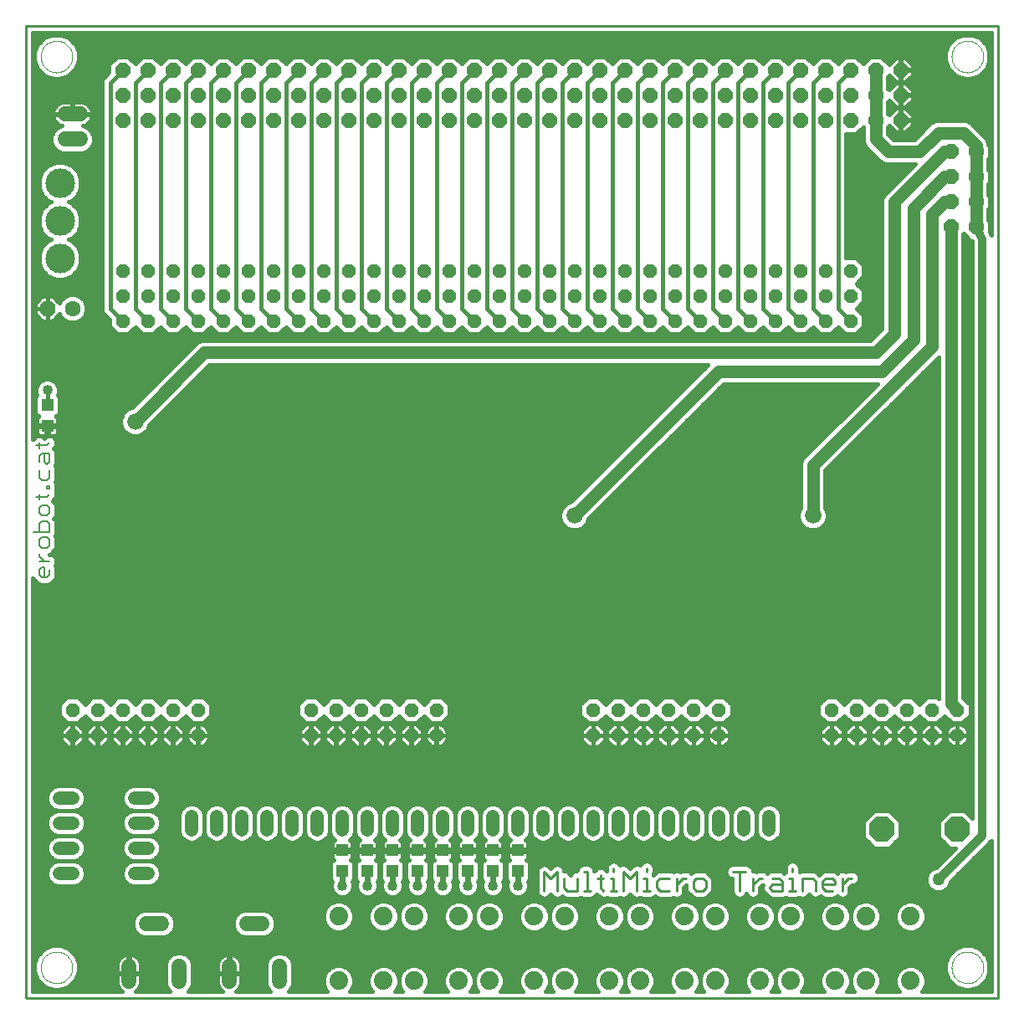
<source format=gtl>
G75*
G70*
%OFA0B0*%
%FSLAX24Y24*%
%IPPOS*%
%LPD*%
%AMOC8*
5,1,8,0,0,1.08239X$1,22.5*
%
%ADD10C,0.0100*%
%ADD11C,0.0070*%
%ADD12C,0.0090*%
%ADD13C,0.0000*%
%ADD14OC8,0.0600*%
%ADD15C,0.0600*%
%ADD16C,0.1181*%
%ADD17R,0.0472X0.0472*%
%ADD18C,0.0520*%
%ADD19C,0.0740*%
%ADD20OC8,0.1000*%
%ADD21C,0.0560*%
%ADD22OC8,0.0560*%
%ADD23OC8,0.0630*%
%ADD24C,0.0630*%
%ADD25C,0.0500*%
%ADD26C,0.0160*%
%ADD27C,0.0500*%
%ADD28C,0.0660*%
%ADD29C,0.0400*%
%ADD30C,0.0320*%
%ADD31C,0.0240*%
D10*
X002638Y000643D02*
X002638Y039398D01*
X041393Y039398D01*
X041393Y000643D01*
X002638Y000643D01*
D11*
X003275Y017412D02*
X003170Y017517D01*
X003170Y017727D01*
X003275Y017832D01*
X003380Y017832D01*
X003380Y017412D01*
X003485Y017412D02*
X003275Y017412D01*
X003485Y017412D02*
X003590Y017517D01*
X003590Y017727D01*
X003590Y018056D02*
X003170Y018056D01*
X003380Y018056D02*
X003170Y018266D01*
X003170Y018371D01*
X003275Y018593D02*
X003485Y018593D01*
X003590Y018698D01*
X003590Y018909D01*
X003485Y019014D01*
X003275Y019014D01*
X003170Y018909D01*
X003170Y018698D01*
X003275Y018593D01*
X003170Y019238D02*
X003170Y019553D01*
X003275Y019658D01*
X003485Y019658D01*
X003590Y019553D01*
X003590Y019238D01*
X002959Y019238D01*
X003275Y019882D02*
X003485Y019882D01*
X003590Y019988D01*
X003590Y020198D01*
X003485Y020303D01*
X003275Y020303D01*
X003170Y020198D01*
X003170Y019988D01*
X003275Y019882D01*
X003170Y020527D02*
X003170Y020737D01*
X003065Y020632D02*
X003485Y020632D01*
X003590Y020737D01*
X003590Y020957D02*
X003590Y021062D01*
X003485Y021062D01*
X003485Y020957D01*
X003590Y020957D01*
X003485Y021279D02*
X003275Y021279D01*
X003170Y021384D01*
X003170Y021699D01*
X003170Y022029D02*
X003170Y022239D01*
X003275Y022344D01*
X003590Y022344D01*
X003590Y022029D01*
X003485Y021924D01*
X003380Y022029D01*
X003380Y022344D01*
X003170Y022568D02*
X003170Y022778D01*
X003065Y022673D02*
X003485Y022673D01*
X003590Y022778D01*
X003590Y021699D02*
X003590Y021384D01*
X003485Y021279D01*
D12*
X023295Y005692D02*
X023295Y004922D01*
X023552Y005435D02*
X023809Y005692D01*
X023809Y004922D01*
X024087Y005050D02*
X024215Y004922D01*
X024601Y004922D01*
X024601Y005435D01*
X024879Y005692D02*
X025007Y005692D01*
X025007Y004922D01*
X024879Y004922D02*
X025136Y004922D01*
X025535Y005050D02*
X025664Y004922D01*
X025535Y005050D02*
X025535Y005564D01*
X025407Y005435D02*
X025664Y005435D01*
X025935Y005435D02*
X026063Y005435D01*
X026063Y004922D01*
X025935Y004922D02*
X026191Y004922D01*
X026463Y004922D02*
X026463Y005692D01*
X026719Y005435D01*
X026976Y005692D01*
X026976Y004922D01*
X027254Y004922D02*
X027511Y004922D01*
X027383Y004922D02*
X027383Y005435D01*
X027254Y005435D01*
X027383Y005692D02*
X027383Y005821D01*
X027782Y005307D02*
X027782Y005050D01*
X027911Y004922D01*
X028296Y004922D01*
X028574Y004922D02*
X028574Y005435D01*
X028574Y005179D02*
X028831Y005435D01*
X028960Y005435D01*
X029234Y005307D02*
X029234Y005050D01*
X029363Y004922D01*
X029619Y004922D01*
X029748Y005050D01*
X029748Y005307D01*
X029619Y005435D01*
X029363Y005435D01*
X029234Y005307D01*
X028296Y005435D02*
X027911Y005435D01*
X027782Y005307D01*
X026063Y005692D02*
X026063Y005821D01*
X024087Y005435D02*
X024087Y005050D01*
X023552Y005435D02*
X023295Y005692D01*
X030818Y005692D02*
X031332Y005692D01*
X031075Y005692D02*
X031075Y004922D01*
X031610Y004922D02*
X031610Y005435D01*
X031610Y005179D02*
X031867Y005435D01*
X031995Y005435D01*
X032398Y005435D02*
X032655Y005435D01*
X032783Y005307D01*
X032783Y004922D01*
X032398Y004922D01*
X032270Y005050D01*
X032398Y005179D01*
X032783Y005179D01*
X033061Y005435D02*
X033190Y005435D01*
X033190Y004922D01*
X033318Y004922D02*
X033061Y004922D01*
X033589Y004922D02*
X033589Y005435D01*
X033975Y005435D01*
X034103Y005307D01*
X034103Y004922D01*
X034381Y005050D02*
X034381Y005307D01*
X034510Y005435D01*
X034767Y005435D01*
X034895Y005307D01*
X034895Y005179D01*
X034381Y005179D01*
X034381Y005050D02*
X034510Y004922D01*
X034767Y004922D01*
X035173Y004922D02*
X035173Y005435D01*
X035173Y005179D02*
X035430Y005435D01*
X035558Y005435D01*
X033190Y005692D02*
X033190Y005821D01*
D13*
X039532Y001874D02*
X039534Y001924D01*
X039540Y001974D01*
X039550Y002023D01*
X039564Y002071D01*
X039581Y002118D01*
X039602Y002163D01*
X039627Y002207D01*
X039655Y002248D01*
X039687Y002287D01*
X039721Y002324D01*
X039758Y002358D01*
X039798Y002388D01*
X039840Y002415D01*
X039884Y002439D01*
X039930Y002460D01*
X039977Y002476D01*
X040025Y002489D01*
X040075Y002498D01*
X040124Y002503D01*
X040175Y002504D01*
X040225Y002501D01*
X040274Y002494D01*
X040323Y002483D01*
X040371Y002468D01*
X040417Y002450D01*
X040462Y002428D01*
X040505Y002402D01*
X040546Y002373D01*
X040585Y002341D01*
X040621Y002306D01*
X040653Y002268D01*
X040683Y002228D01*
X040710Y002185D01*
X040733Y002141D01*
X040752Y002095D01*
X040768Y002047D01*
X040780Y001998D01*
X040788Y001949D01*
X040792Y001899D01*
X040792Y001849D01*
X040788Y001799D01*
X040780Y001750D01*
X040768Y001701D01*
X040752Y001653D01*
X040733Y001607D01*
X040710Y001563D01*
X040683Y001520D01*
X040653Y001480D01*
X040621Y001442D01*
X040585Y001407D01*
X040546Y001375D01*
X040505Y001346D01*
X040462Y001320D01*
X040417Y001298D01*
X040371Y001280D01*
X040323Y001265D01*
X040274Y001254D01*
X040225Y001247D01*
X040175Y001244D01*
X040124Y001245D01*
X040075Y001250D01*
X040025Y001259D01*
X039977Y001272D01*
X039930Y001288D01*
X039884Y001309D01*
X039840Y001333D01*
X039798Y001360D01*
X039758Y001390D01*
X039721Y001424D01*
X039687Y001461D01*
X039655Y001500D01*
X039627Y001541D01*
X039602Y001585D01*
X039581Y001630D01*
X039564Y001677D01*
X039550Y001725D01*
X039540Y001774D01*
X039534Y001824D01*
X039532Y001874D01*
X003238Y001874D02*
X003240Y001924D01*
X003246Y001974D01*
X003256Y002023D01*
X003270Y002071D01*
X003287Y002118D01*
X003308Y002163D01*
X003333Y002207D01*
X003361Y002248D01*
X003393Y002287D01*
X003427Y002324D01*
X003464Y002358D01*
X003504Y002388D01*
X003546Y002415D01*
X003590Y002439D01*
X003636Y002460D01*
X003683Y002476D01*
X003731Y002489D01*
X003781Y002498D01*
X003830Y002503D01*
X003881Y002504D01*
X003931Y002501D01*
X003980Y002494D01*
X004029Y002483D01*
X004077Y002468D01*
X004123Y002450D01*
X004168Y002428D01*
X004211Y002402D01*
X004252Y002373D01*
X004291Y002341D01*
X004327Y002306D01*
X004359Y002268D01*
X004389Y002228D01*
X004416Y002185D01*
X004439Y002141D01*
X004458Y002095D01*
X004474Y002047D01*
X004486Y001998D01*
X004494Y001949D01*
X004498Y001899D01*
X004498Y001849D01*
X004494Y001799D01*
X004486Y001750D01*
X004474Y001701D01*
X004458Y001653D01*
X004439Y001607D01*
X004416Y001563D01*
X004389Y001520D01*
X004359Y001480D01*
X004327Y001442D01*
X004291Y001407D01*
X004252Y001375D01*
X004211Y001346D01*
X004168Y001320D01*
X004123Y001298D01*
X004077Y001280D01*
X004029Y001265D01*
X003980Y001254D01*
X003931Y001247D01*
X003881Y001244D01*
X003830Y001245D01*
X003781Y001250D01*
X003731Y001259D01*
X003683Y001272D01*
X003636Y001288D01*
X003590Y001309D01*
X003546Y001333D01*
X003504Y001360D01*
X003464Y001390D01*
X003427Y001424D01*
X003393Y001461D01*
X003361Y001500D01*
X003333Y001541D01*
X003308Y001585D01*
X003287Y001630D01*
X003270Y001677D01*
X003256Y001725D01*
X003246Y001774D01*
X003240Y001824D01*
X003238Y001874D01*
X003238Y038168D02*
X003240Y038218D01*
X003246Y038268D01*
X003256Y038317D01*
X003270Y038365D01*
X003287Y038412D01*
X003308Y038457D01*
X003333Y038501D01*
X003361Y038542D01*
X003393Y038581D01*
X003427Y038618D01*
X003464Y038652D01*
X003504Y038682D01*
X003546Y038709D01*
X003590Y038733D01*
X003636Y038754D01*
X003683Y038770D01*
X003731Y038783D01*
X003781Y038792D01*
X003830Y038797D01*
X003881Y038798D01*
X003931Y038795D01*
X003980Y038788D01*
X004029Y038777D01*
X004077Y038762D01*
X004123Y038744D01*
X004168Y038722D01*
X004211Y038696D01*
X004252Y038667D01*
X004291Y038635D01*
X004327Y038600D01*
X004359Y038562D01*
X004389Y038522D01*
X004416Y038479D01*
X004439Y038435D01*
X004458Y038389D01*
X004474Y038341D01*
X004486Y038292D01*
X004494Y038243D01*
X004498Y038193D01*
X004498Y038143D01*
X004494Y038093D01*
X004486Y038044D01*
X004474Y037995D01*
X004458Y037947D01*
X004439Y037901D01*
X004416Y037857D01*
X004389Y037814D01*
X004359Y037774D01*
X004327Y037736D01*
X004291Y037701D01*
X004252Y037669D01*
X004211Y037640D01*
X004168Y037614D01*
X004123Y037592D01*
X004077Y037574D01*
X004029Y037559D01*
X003980Y037548D01*
X003931Y037541D01*
X003881Y037538D01*
X003830Y037539D01*
X003781Y037544D01*
X003731Y037553D01*
X003683Y037566D01*
X003636Y037582D01*
X003590Y037603D01*
X003546Y037627D01*
X003504Y037654D01*
X003464Y037684D01*
X003427Y037718D01*
X003393Y037755D01*
X003361Y037794D01*
X003333Y037835D01*
X003308Y037879D01*
X003287Y037924D01*
X003270Y037971D01*
X003256Y038019D01*
X003246Y038068D01*
X003240Y038118D01*
X003238Y038168D01*
X039532Y038168D02*
X039534Y038218D01*
X039540Y038268D01*
X039550Y038317D01*
X039564Y038365D01*
X039581Y038412D01*
X039602Y038457D01*
X039627Y038501D01*
X039655Y038542D01*
X039687Y038581D01*
X039721Y038618D01*
X039758Y038652D01*
X039798Y038682D01*
X039840Y038709D01*
X039884Y038733D01*
X039930Y038754D01*
X039977Y038770D01*
X040025Y038783D01*
X040075Y038792D01*
X040124Y038797D01*
X040175Y038798D01*
X040225Y038795D01*
X040274Y038788D01*
X040323Y038777D01*
X040371Y038762D01*
X040417Y038744D01*
X040462Y038722D01*
X040505Y038696D01*
X040546Y038667D01*
X040585Y038635D01*
X040621Y038600D01*
X040653Y038562D01*
X040683Y038522D01*
X040710Y038479D01*
X040733Y038435D01*
X040752Y038389D01*
X040768Y038341D01*
X040780Y038292D01*
X040788Y038243D01*
X040792Y038193D01*
X040792Y038143D01*
X040788Y038093D01*
X040780Y038044D01*
X040768Y037995D01*
X040752Y037947D01*
X040733Y037901D01*
X040710Y037857D01*
X040683Y037814D01*
X040653Y037774D01*
X040621Y037736D01*
X040585Y037701D01*
X040546Y037669D01*
X040505Y037640D01*
X040462Y037614D01*
X040417Y037592D01*
X040371Y037574D01*
X040323Y037559D01*
X040274Y037548D01*
X040225Y037541D01*
X040175Y037538D01*
X040124Y037539D01*
X040075Y037544D01*
X040025Y037553D01*
X039977Y037566D01*
X039930Y037582D01*
X039884Y037603D01*
X039840Y037627D01*
X039798Y037654D01*
X039758Y037684D01*
X039721Y037718D01*
X039687Y037755D01*
X039655Y037794D01*
X039627Y037835D01*
X039602Y037879D01*
X039581Y037924D01*
X039564Y037971D01*
X039550Y038019D01*
X039540Y038068D01*
X039534Y038118D01*
X039532Y038168D01*
D14*
X037500Y037627D03*
X036500Y037627D03*
X035500Y037627D03*
X034500Y037627D03*
X033500Y037627D03*
X032500Y037627D03*
X031500Y037627D03*
X030500Y037627D03*
X029500Y037627D03*
X028500Y037627D03*
X027500Y037627D03*
X026500Y037627D03*
X025500Y037627D03*
X024500Y037627D03*
X023500Y037627D03*
X022500Y037627D03*
X021500Y037627D03*
X020500Y037627D03*
X019500Y037627D03*
X018500Y037627D03*
X017500Y037627D03*
X016500Y037627D03*
X015500Y037627D03*
X014500Y037627D03*
X013500Y037627D03*
X012500Y037627D03*
X011500Y037627D03*
X010500Y037627D03*
X009500Y037627D03*
X008500Y037627D03*
X007500Y037627D03*
X006500Y037627D03*
X006500Y036627D03*
X007500Y036627D03*
X007500Y035627D03*
X006500Y035627D03*
X008500Y035627D03*
X008500Y036627D03*
X009500Y036627D03*
X009500Y035627D03*
X010500Y035627D03*
X010500Y036627D03*
X011500Y036627D03*
X012500Y036627D03*
X012500Y035627D03*
X011500Y035627D03*
X013500Y035627D03*
X013500Y036627D03*
X014500Y036627D03*
X014500Y035627D03*
X015500Y035627D03*
X015500Y036627D03*
X016500Y036627D03*
X017500Y036627D03*
X017500Y035627D03*
X016500Y035627D03*
X018500Y035627D03*
X018500Y036627D03*
X019500Y036627D03*
X019500Y035627D03*
X020500Y035627D03*
X020500Y036627D03*
X021500Y036627D03*
X022500Y036627D03*
X022500Y035627D03*
X021500Y035627D03*
X023500Y035627D03*
X023500Y036627D03*
X024500Y036627D03*
X024500Y035627D03*
X025500Y035627D03*
X025500Y036627D03*
X026500Y036627D03*
X027500Y036627D03*
X027500Y035627D03*
X026500Y035627D03*
X028500Y035627D03*
X028500Y036627D03*
X029500Y036627D03*
X029500Y035627D03*
X030500Y035627D03*
X030500Y036627D03*
X031500Y036627D03*
X032500Y036627D03*
X032500Y035627D03*
X031500Y035627D03*
X033500Y035627D03*
X033500Y036627D03*
X034500Y036627D03*
X034500Y035627D03*
X035500Y035627D03*
X035500Y036627D03*
X036500Y036627D03*
X037500Y036627D03*
X037500Y035627D03*
X036500Y035627D03*
X039500Y034377D03*
X039500Y033377D03*
X040500Y033377D03*
X040500Y034377D03*
X040500Y032377D03*
X040500Y031377D03*
X039500Y031377D03*
X039500Y032377D03*
D15*
X012050Y003627D02*
X011450Y003627D01*
X010750Y001927D02*
X010750Y001327D01*
X008750Y001327D02*
X008750Y001927D01*
X008050Y003627D02*
X007450Y003627D01*
X006750Y001927D02*
X006750Y001327D01*
X012750Y001327D02*
X012750Y001927D01*
X004800Y034877D02*
X004200Y034877D01*
X004200Y035877D02*
X004800Y035877D01*
D16*
X004000Y033127D03*
X004000Y031627D03*
X004000Y030127D03*
D17*
X003500Y024290D03*
X003500Y023463D03*
X015250Y006540D03*
X015250Y005713D03*
X016250Y005713D03*
X016250Y006540D03*
X017250Y006540D03*
X017250Y005713D03*
X018250Y005713D03*
X018250Y006540D03*
X019250Y006540D03*
X019250Y005713D03*
X020250Y005713D03*
X020250Y006540D03*
X021250Y006540D03*
X021250Y005713D03*
X022250Y005713D03*
X022250Y006540D03*
D18*
X022250Y007367D02*
X022250Y007887D01*
X023250Y007887D02*
X023250Y007367D01*
X024250Y007367D02*
X024250Y007887D01*
X025250Y007887D02*
X025250Y007367D01*
X026250Y007367D02*
X026250Y007887D01*
X027250Y007887D02*
X027250Y007367D01*
X028250Y007367D02*
X028250Y007887D01*
X029250Y007887D02*
X029250Y007367D01*
X030250Y007367D02*
X030250Y007887D01*
X031250Y007887D02*
X031250Y007367D01*
X032250Y007367D02*
X032250Y007887D01*
X021250Y007887D02*
X021250Y007367D01*
X020250Y007367D02*
X020250Y007887D01*
X019250Y007887D02*
X019250Y007367D01*
X018250Y007367D02*
X018250Y007887D01*
X017250Y007887D02*
X017250Y007367D01*
X016250Y007367D02*
X016250Y007887D01*
X015250Y007887D02*
X015250Y007367D01*
X014250Y007367D02*
X014250Y007887D01*
X013250Y007887D02*
X013250Y007367D01*
X012250Y007367D02*
X012250Y007887D01*
X011250Y007887D02*
X011250Y007367D01*
X010250Y007367D02*
X010250Y007887D01*
X009250Y007887D02*
X009250Y007367D01*
X007510Y007627D02*
X006990Y007627D01*
X006990Y008627D02*
X007510Y008627D01*
X007510Y006627D02*
X006990Y006627D01*
X006990Y005627D02*
X007510Y005627D01*
X004510Y005627D02*
X003990Y005627D01*
X003990Y006627D02*
X004510Y006627D01*
X004510Y007627D02*
X003990Y007627D01*
X003990Y008627D02*
X004510Y008627D01*
D19*
X015110Y003907D03*
X016890Y003907D03*
X018110Y003907D03*
X019890Y003907D03*
X021110Y003907D03*
X022890Y003907D03*
X024110Y003907D03*
X025890Y003907D03*
X027110Y003907D03*
X028890Y003907D03*
X030110Y003907D03*
X031890Y003907D03*
X033110Y003907D03*
X034890Y003907D03*
X036110Y003907D03*
X037890Y003907D03*
X037890Y001347D03*
X036110Y001347D03*
X034890Y001347D03*
X033110Y001347D03*
X031890Y001347D03*
X030110Y001347D03*
X028890Y001347D03*
X027110Y001347D03*
X025890Y001347D03*
X024110Y001347D03*
X022890Y001347D03*
X021110Y001347D03*
X019890Y001347D03*
X018110Y001347D03*
X016890Y001347D03*
X015110Y001347D03*
D20*
X036750Y007377D03*
X039750Y007377D03*
D21*
X039750Y011127D03*
X030250Y011127D03*
X019000Y011127D03*
X009500Y011127D03*
D22*
X009500Y012127D03*
X008500Y012127D03*
X008500Y011127D03*
X007500Y011127D03*
X007500Y012127D03*
X006500Y012127D03*
X005500Y012127D03*
X005500Y011127D03*
X006500Y011127D03*
X004500Y011127D03*
X004500Y012127D03*
X014000Y012127D03*
X015000Y012127D03*
X015000Y011127D03*
X014000Y011127D03*
X016000Y011127D03*
X016000Y012127D03*
X017000Y012127D03*
X017000Y011127D03*
X018000Y011127D03*
X018000Y012127D03*
X019000Y012127D03*
X025250Y012127D03*
X026250Y012127D03*
X026250Y011127D03*
X025250Y011127D03*
X027250Y011127D03*
X027250Y012127D03*
X028250Y012127D03*
X028250Y011127D03*
X029250Y011127D03*
X029250Y012127D03*
X030250Y012127D03*
X034750Y012127D03*
X035750Y012127D03*
X035750Y011127D03*
X034750Y011127D03*
X036750Y011127D03*
X036750Y012127D03*
X037750Y012127D03*
X038750Y012127D03*
X038750Y011127D03*
X037750Y011127D03*
X039750Y012127D03*
X035500Y027627D03*
X035500Y028627D03*
X035500Y029627D03*
X034500Y029627D03*
X033500Y029627D03*
X032500Y029627D03*
X031500Y029627D03*
X030500Y029627D03*
X029500Y029627D03*
X028500Y029627D03*
X027500Y029627D03*
X026500Y029627D03*
X025500Y029627D03*
X024500Y029627D03*
X023500Y029627D03*
X022500Y029627D03*
X021500Y029627D03*
X020500Y029627D03*
X019500Y029627D03*
X018500Y029627D03*
X017500Y029627D03*
X016500Y029627D03*
X015500Y029627D03*
X014500Y029627D03*
X013500Y029627D03*
X012500Y029627D03*
X011500Y029627D03*
X010500Y029627D03*
X009500Y029627D03*
X008500Y029627D03*
X007500Y029627D03*
X006500Y029627D03*
X006500Y028627D03*
X007500Y028627D03*
X007500Y027627D03*
X006500Y027627D03*
X008500Y027627D03*
X008500Y028627D03*
X009500Y028627D03*
X009500Y027627D03*
X010500Y027627D03*
X010500Y028627D03*
X011500Y028627D03*
X012500Y028627D03*
X012500Y027627D03*
X011500Y027627D03*
X013500Y027627D03*
X013500Y028627D03*
X014500Y028627D03*
X014500Y027627D03*
X015500Y027627D03*
X015500Y028627D03*
X016500Y028627D03*
X017500Y028627D03*
X017500Y027627D03*
X016500Y027627D03*
X018500Y027627D03*
X018500Y028627D03*
X019500Y028627D03*
X019500Y027627D03*
X020500Y027627D03*
X020500Y028627D03*
X021500Y028627D03*
X022500Y028627D03*
X022500Y027627D03*
X021500Y027627D03*
X023500Y027627D03*
X023500Y028627D03*
X024500Y028627D03*
X024500Y027627D03*
X025500Y027627D03*
X025500Y028627D03*
X026500Y028627D03*
X027500Y028627D03*
X027500Y027627D03*
X026500Y027627D03*
X028500Y027627D03*
X028500Y028627D03*
X029500Y028627D03*
X029500Y027627D03*
X030500Y027627D03*
X030500Y028627D03*
X031500Y028627D03*
X032500Y028627D03*
X032500Y027627D03*
X031500Y027627D03*
X033500Y027627D03*
X033500Y028627D03*
X034500Y028627D03*
X034500Y027627D03*
D23*
X003500Y028127D03*
D24*
X004500Y028127D03*
D25*
X014250Y005127D03*
X039000Y005377D03*
D26*
X038565Y005607D02*
X035790Y005607D01*
X035800Y005597D02*
X035720Y005677D01*
X035615Y005720D01*
X035373Y005720D01*
X035302Y005691D01*
X035230Y005720D01*
X035116Y005720D01*
X035012Y005677D01*
X034970Y005635D01*
X034928Y005677D01*
X034823Y005720D01*
X034453Y005720D01*
X034393Y005695D01*
X034348Y005677D01*
X034268Y005597D01*
X034268Y005597D01*
X034242Y005571D01*
X034136Y005677D01*
X034031Y005720D01*
X033533Y005720D01*
X033475Y005696D01*
X033475Y005877D01*
X033432Y005982D01*
X033351Y006062D01*
X033247Y006106D01*
X033133Y006106D01*
X033028Y006062D01*
X032948Y005982D01*
X032905Y005877D01*
X032905Y005679D01*
X032900Y005677D01*
X032858Y005635D01*
X032816Y005677D01*
X032712Y005720D01*
X032341Y005720D01*
X032237Y005677D01*
X032197Y005637D01*
X032156Y005677D01*
X032052Y005720D01*
X031810Y005720D01*
X031738Y005691D01*
X031666Y005720D01*
X031617Y005720D01*
X031617Y005749D01*
X031573Y005854D01*
X031493Y005934D01*
X031388Y005977D01*
X030761Y005977D01*
X030656Y005934D01*
X030576Y005854D01*
X030533Y005749D01*
X030533Y005636D01*
X030576Y005531D01*
X030656Y005451D01*
X030761Y005407D01*
X030790Y005407D01*
X030790Y004865D01*
X030833Y004760D01*
X030913Y004680D01*
X031018Y004637D01*
X031131Y004637D01*
X031236Y004680D01*
X031316Y004760D01*
X031342Y004823D01*
X031368Y004760D01*
X031448Y004680D01*
X031553Y004637D01*
X031666Y004637D01*
X031771Y004680D01*
X031851Y004760D01*
X031895Y004865D01*
X031895Y005060D01*
X031985Y005150D01*
X032003Y005150D01*
X031985Y005107D01*
X031985Y004993D01*
X032010Y004931D01*
X032028Y004889D01*
X032028Y004889D01*
X032028Y004889D01*
X032108Y004808D01*
X032108Y004808D01*
X032237Y004680D01*
X032341Y004637D01*
X032840Y004637D01*
X032922Y004671D01*
X033005Y004637D01*
X033375Y004637D01*
X033454Y004669D01*
X033533Y004637D01*
X033646Y004637D01*
X033751Y004680D01*
X033831Y004760D01*
X033846Y004797D01*
X033862Y004760D01*
X033942Y004680D01*
X034046Y004637D01*
X034160Y004637D01*
X034265Y004680D01*
X034306Y004722D01*
X034348Y004680D01*
X034453Y004637D01*
X034823Y004637D01*
X034928Y004680D01*
X034970Y004722D01*
X035012Y004680D01*
X035116Y004637D01*
X035230Y004637D01*
X035335Y004680D01*
X035415Y004760D01*
X035458Y004865D01*
X035458Y005060D01*
X035548Y005150D01*
X035615Y005150D01*
X035720Y005194D01*
X035800Y005274D01*
X035843Y005379D01*
X035843Y005492D01*
X035800Y005597D01*
X035843Y005449D02*
X038510Y005449D01*
X038510Y005474D02*
X038510Y005279D01*
X038585Y005099D01*
X038722Y004961D01*
X038903Y004887D01*
X039097Y004887D01*
X039278Y004961D01*
X039415Y005099D01*
X039490Y005279D01*
X039490Y005301D01*
X041089Y006900D01*
X041103Y006933D01*
X041103Y000933D01*
X038339Y000933D01*
X038407Y001001D01*
X038500Y001225D01*
X038500Y001468D01*
X038407Y001692D01*
X038236Y001864D01*
X038011Y001957D01*
X037769Y001957D01*
X037544Y001864D01*
X037373Y001692D01*
X037280Y001468D01*
X037280Y001225D01*
X037373Y001001D01*
X037441Y000933D01*
X036559Y000933D01*
X036627Y001001D01*
X036720Y001225D01*
X036720Y001468D01*
X036627Y001692D01*
X036456Y001864D01*
X036231Y001957D01*
X035989Y001957D01*
X035764Y001864D01*
X035593Y001692D01*
X035500Y001468D01*
X035407Y001692D01*
X035236Y001864D01*
X035011Y001957D01*
X034769Y001957D01*
X034544Y001864D01*
X034373Y001692D01*
X034280Y001468D01*
X034280Y001225D01*
X034373Y001001D01*
X034441Y000933D01*
X033559Y000933D01*
X033627Y001001D01*
X033720Y001225D01*
X033720Y001468D01*
X033627Y001692D01*
X033456Y001864D01*
X033231Y001957D01*
X032989Y001957D01*
X032764Y001864D01*
X032593Y001692D01*
X032500Y001468D01*
X032407Y001692D01*
X032236Y001864D01*
X032011Y001957D01*
X031769Y001957D01*
X031544Y001864D01*
X031373Y001692D01*
X031280Y001468D01*
X031280Y001225D01*
X031373Y001001D01*
X031441Y000933D01*
X030559Y000933D01*
X030627Y001001D01*
X030720Y001225D01*
X030720Y001468D01*
X030627Y001692D01*
X030456Y001864D01*
X030231Y001957D01*
X029989Y001957D01*
X029764Y001864D01*
X029593Y001692D01*
X029500Y001468D01*
X029407Y001692D01*
X029236Y001864D01*
X029011Y001957D01*
X028769Y001957D01*
X028544Y001864D01*
X028373Y001692D01*
X028280Y001468D01*
X028280Y001225D01*
X028373Y001001D01*
X028441Y000933D01*
X027559Y000933D01*
X027627Y001001D01*
X027720Y001225D01*
X027720Y001468D01*
X027627Y001692D01*
X027456Y001864D01*
X027231Y001957D01*
X026989Y001957D01*
X026764Y001864D01*
X026593Y001692D01*
X026500Y001468D01*
X026407Y001692D01*
X026236Y001864D01*
X026011Y001957D01*
X025769Y001957D01*
X025544Y001864D01*
X025373Y001692D01*
X025280Y001468D01*
X025280Y001225D01*
X025373Y001001D01*
X025441Y000933D01*
X024559Y000933D01*
X024627Y001001D01*
X024720Y001225D01*
X024720Y001468D01*
X024627Y001692D01*
X024456Y001864D01*
X024231Y001957D01*
X023989Y001957D01*
X023764Y001864D01*
X023593Y001692D01*
X023500Y001468D01*
X023407Y001692D01*
X023236Y001864D01*
X023011Y001957D01*
X022769Y001957D01*
X022544Y001864D01*
X022373Y001692D01*
X022280Y001468D01*
X022280Y001225D01*
X022373Y001001D01*
X022441Y000933D01*
X021559Y000933D01*
X021627Y001001D01*
X021720Y001225D01*
X021720Y001468D01*
X021627Y001692D01*
X021456Y001864D01*
X021231Y001957D01*
X020989Y001957D01*
X020764Y001864D01*
X020593Y001692D01*
X020500Y001468D01*
X020407Y001692D01*
X020236Y001864D01*
X020011Y001957D01*
X019769Y001957D01*
X019544Y001864D01*
X019373Y001692D01*
X019280Y001468D01*
X019280Y001225D01*
X019373Y001001D01*
X019441Y000933D01*
X018559Y000933D01*
X018627Y001001D01*
X018720Y001225D01*
X018720Y001468D01*
X018627Y001692D01*
X018456Y001864D01*
X018231Y001957D01*
X017989Y001957D01*
X017764Y001864D01*
X017593Y001692D01*
X017500Y001468D01*
X017407Y001692D01*
X017236Y001864D01*
X017011Y001957D01*
X016769Y001957D01*
X016544Y001864D01*
X016373Y001692D01*
X016280Y001468D01*
X016280Y001225D01*
X016373Y001001D01*
X016441Y000933D01*
X015559Y000933D01*
X015627Y001001D01*
X015720Y001225D01*
X015720Y001468D01*
X015627Y001692D01*
X015456Y001864D01*
X015231Y001957D01*
X014989Y001957D01*
X014764Y001864D01*
X014593Y001692D01*
X014500Y001468D01*
X014500Y001225D01*
X014593Y001001D01*
X014661Y000933D01*
X013120Y000933D01*
X013208Y001021D01*
X013290Y001219D01*
X013290Y002034D01*
X013208Y002233D01*
X013056Y002384D01*
X012857Y002467D01*
X012643Y002467D01*
X012444Y002384D01*
X012292Y002233D01*
X012210Y002034D01*
X012210Y001219D01*
X012292Y001021D01*
X012380Y000933D01*
X011025Y000933D01*
X011063Y000961D01*
X011116Y001014D01*
X011161Y001075D01*
X011195Y001142D01*
X011218Y001214D01*
X011230Y001289D01*
X011230Y001607D01*
X010770Y001607D01*
X010770Y001647D01*
X010730Y001647D01*
X010730Y002407D01*
X010712Y002407D01*
X010638Y002395D01*
X010566Y002371D01*
X010498Y002337D01*
X010437Y002293D01*
X010384Y002239D01*
X010339Y002178D01*
X010305Y002111D01*
X010282Y002039D01*
X010270Y001964D01*
X010270Y001647D01*
X010730Y001647D01*
X010730Y001607D01*
X010270Y001607D01*
X010270Y001289D01*
X010282Y001214D01*
X010305Y001142D01*
X010339Y001075D01*
X010384Y001014D01*
X010437Y000961D01*
X010475Y000933D01*
X009120Y000933D01*
X009208Y001021D01*
X009290Y001219D01*
X009290Y002034D01*
X009208Y002233D01*
X009056Y002384D01*
X008857Y002467D01*
X008643Y002467D01*
X008444Y002384D01*
X008292Y002233D01*
X008210Y002034D01*
X008210Y001219D01*
X008292Y001021D01*
X008380Y000933D01*
X007025Y000933D01*
X007063Y000961D01*
X007116Y001014D01*
X007161Y001075D01*
X007195Y001142D01*
X007218Y001214D01*
X007230Y001289D01*
X007230Y001607D01*
X006770Y001607D01*
X006770Y001647D01*
X006730Y001647D01*
X006730Y002407D01*
X006712Y002407D01*
X006638Y002395D01*
X006566Y002371D01*
X006498Y002337D01*
X006437Y002293D01*
X006384Y002239D01*
X006339Y002178D01*
X006305Y002111D01*
X006282Y002039D01*
X006270Y001964D01*
X006270Y001647D01*
X006730Y001647D01*
X006730Y001607D01*
X006270Y001607D01*
X006270Y001289D01*
X006282Y001214D01*
X006305Y001142D01*
X006339Y001075D01*
X006384Y001014D01*
X006437Y000961D01*
X006475Y000933D01*
X002928Y000933D01*
X002928Y017382D01*
X002937Y017361D01*
X003014Y017284D01*
X003119Y017179D01*
X003220Y017137D01*
X003540Y017137D01*
X003641Y017179D01*
X003718Y017256D01*
X003823Y017361D01*
X003865Y017462D01*
X003865Y017782D01*
X003823Y017883D01*
X003814Y017892D01*
X003823Y017900D01*
X003865Y018002D01*
X003865Y018111D01*
X003823Y018212D01*
X003746Y018289D01*
X003645Y018331D01*
X003571Y018331D01*
X003641Y018360D01*
X003823Y018543D01*
X003865Y018644D01*
X003865Y018963D01*
X003823Y019064D01*
X003814Y019073D01*
X003823Y019082D01*
X003865Y019183D01*
X003865Y019608D01*
X003823Y019709D01*
X003762Y019770D01*
X003823Y019832D01*
X003865Y019933D01*
X003865Y020252D01*
X003823Y020353D01*
X003718Y020459D01*
X003709Y020467D01*
X003823Y020581D01*
X003865Y020682D01*
X003865Y020792D01*
X003842Y020847D01*
X003865Y020902D01*
X003865Y021116D01*
X003823Y021218D01*
X003818Y021223D01*
X003823Y021228D01*
X003865Y021329D01*
X003865Y021754D01*
X003823Y021855D01*
X003814Y021864D01*
X003823Y021873D01*
X003865Y021974D01*
X003865Y022399D01*
X003823Y022500D01*
X003762Y022561D01*
X003823Y022622D01*
X003865Y022724D01*
X003865Y022833D01*
X003823Y022934D01*
X003746Y023011D01*
X003660Y023047D01*
X003760Y023047D01*
X003806Y023059D01*
X003847Y023083D01*
X003880Y023117D01*
X003904Y023158D01*
X003916Y023203D01*
X003916Y023425D01*
X003538Y023425D01*
X003538Y023053D01*
X003535Y023053D01*
X003434Y023011D01*
X003380Y022957D01*
X003325Y023011D01*
X003238Y023048D01*
X003240Y023047D01*
X003462Y023047D01*
X003462Y023425D01*
X003538Y023425D01*
X003538Y023501D01*
X003916Y023501D01*
X003916Y023723D01*
X003904Y023769D01*
X003880Y023810D01*
X003849Y023841D01*
X003872Y023850D01*
X003940Y023918D01*
X003976Y024006D01*
X003976Y024574D01*
X003940Y024662D01*
X003903Y024699D01*
X003940Y024789D01*
X003940Y024964D01*
X003873Y025126D01*
X003749Y025250D01*
X003588Y025317D01*
X003412Y025317D01*
X003251Y025250D01*
X003127Y025126D01*
X003060Y024964D01*
X003060Y024789D01*
X003097Y024699D01*
X003060Y024662D01*
X003024Y024574D01*
X003024Y024006D01*
X003060Y023918D01*
X003128Y023850D01*
X003151Y023841D01*
X003120Y023810D01*
X003096Y023769D01*
X003084Y023723D01*
X003084Y023501D01*
X003462Y023501D01*
X003462Y023425D01*
X003084Y023425D01*
X003084Y023203D01*
X003096Y023158D01*
X003120Y023117D01*
X003153Y023083D01*
X003194Y023059D01*
X003217Y023053D01*
X003115Y023053D01*
X003014Y023011D01*
X002937Y022934D01*
X002928Y022914D01*
X002928Y039108D01*
X041103Y039108D01*
X041103Y031070D01*
X041089Y031103D01*
X041079Y031114D01*
X041040Y031191D01*
X041040Y031600D01*
X040990Y031650D01*
X040990Y032103D01*
X041040Y032153D01*
X041040Y032600D01*
X040990Y032650D01*
X040990Y033103D01*
X041040Y033153D01*
X041040Y033600D01*
X040990Y033650D01*
X040990Y034103D01*
X041040Y034153D01*
X041040Y034600D01*
X040990Y034650D01*
X040990Y034724D01*
X040915Y034904D01*
X040415Y035404D01*
X040278Y035542D01*
X040097Y035617D01*
X038903Y035617D01*
X038722Y035542D01*
X038047Y034867D01*
X037203Y034867D01*
X036990Y035080D01*
X036990Y035353D01*
X037040Y035403D01*
X037040Y035408D01*
X037301Y035147D01*
X037480Y035147D01*
X037480Y035607D01*
X037520Y035607D01*
X037520Y035647D01*
X037480Y035647D01*
X037480Y036107D01*
X037301Y036107D01*
X037040Y035845D01*
X037040Y035850D01*
X036990Y035900D01*
X036990Y036353D01*
X037040Y036403D01*
X037040Y036408D01*
X037301Y036147D01*
X037480Y036147D01*
X037480Y036607D01*
X037520Y036607D01*
X037520Y036647D01*
X037480Y036647D01*
X037480Y037107D01*
X037301Y037107D01*
X037040Y036845D01*
X037040Y036850D01*
X036990Y036900D01*
X036990Y037353D01*
X037040Y037403D01*
X037040Y037408D01*
X037301Y037147D01*
X037480Y037147D01*
X037480Y037607D01*
X037520Y037607D01*
X037520Y037647D01*
X037480Y037647D01*
X037480Y038107D01*
X037301Y038107D01*
X037040Y037845D01*
X037040Y037850D01*
X036724Y038167D01*
X036276Y038167D01*
X036000Y037890D01*
X035724Y038167D01*
X035276Y038167D01*
X035000Y037890D01*
X034724Y038167D01*
X034276Y038167D01*
X034000Y037890D01*
X033724Y038167D01*
X033276Y038167D01*
X033000Y037890D01*
X032724Y038167D01*
X032276Y038167D01*
X032000Y037890D01*
X031724Y038167D01*
X031276Y038167D01*
X031000Y037890D01*
X030724Y038167D01*
X030276Y038167D01*
X030000Y037890D01*
X029724Y038167D01*
X029276Y038167D01*
X029000Y037890D01*
X028724Y038167D01*
X028276Y038167D01*
X028000Y037890D01*
X027724Y038167D01*
X027276Y038167D01*
X027000Y037890D01*
X026724Y038167D01*
X026276Y038167D01*
X026000Y037890D01*
X025724Y038167D01*
X025276Y038167D01*
X025000Y037890D01*
X024724Y038167D01*
X024276Y038167D01*
X024000Y037890D01*
X023724Y038167D01*
X023276Y038167D01*
X023000Y037890D01*
X022724Y038167D01*
X022276Y038167D01*
X022000Y037890D01*
X021724Y038167D01*
X021276Y038167D01*
X021000Y037890D01*
X020724Y038167D01*
X020276Y038167D01*
X020000Y037890D01*
X019724Y038167D01*
X019276Y038167D01*
X019000Y037890D01*
X018724Y038167D01*
X018276Y038167D01*
X018000Y037890D01*
X017724Y038167D01*
X017276Y038167D01*
X017000Y037890D01*
X016724Y038167D01*
X016276Y038167D01*
X016000Y037890D01*
X015724Y038167D01*
X015276Y038167D01*
X015000Y037890D01*
X014724Y038167D01*
X014276Y038167D01*
X014000Y037890D01*
X013724Y038167D01*
X013276Y038167D01*
X013000Y037890D01*
X012724Y038167D01*
X012276Y038167D01*
X012000Y037890D01*
X011724Y038167D01*
X011276Y038167D01*
X011000Y037890D01*
X010724Y038167D01*
X010276Y038167D01*
X010000Y037890D01*
X009724Y038167D01*
X009276Y038167D01*
X009000Y037890D01*
X008724Y038167D01*
X008276Y038167D01*
X008000Y037890D01*
X007724Y038167D01*
X007276Y038167D01*
X007000Y037890D01*
X006724Y038167D01*
X006276Y038167D01*
X005960Y037850D01*
X005960Y037539D01*
X005819Y037398D01*
X005729Y037308D01*
X005680Y037190D01*
X005680Y028063D01*
X005729Y027945D01*
X005980Y027694D01*
X005980Y027411D01*
X006285Y027107D01*
X006715Y027107D01*
X007000Y027391D01*
X007285Y027107D01*
X007715Y027107D01*
X008000Y027391D01*
X008285Y027107D01*
X008715Y027107D01*
X009000Y027391D01*
X009285Y027107D01*
X009715Y027107D01*
X010000Y027391D01*
X010285Y027107D01*
X010715Y027107D01*
X011000Y027391D01*
X011285Y027107D01*
X011715Y027107D01*
X012000Y027391D01*
X012285Y027107D01*
X012715Y027107D01*
X013000Y027391D01*
X013285Y027107D01*
X013715Y027107D01*
X014000Y027391D01*
X014285Y027107D01*
X014715Y027107D01*
X015000Y027391D01*
X015285Y027107D01*
X015715Y027107D01*
X016000Y027391D01*
X016285Y027107D01*
X016715Y027107D01*
X017000Y027391D01*
X017285Y027107D01*
X017715Y027107D01*
X018000Y027391D01*
X018285Y027107D01*
X018715Y027107D01*
X019000Y027391D01*
X019285Y027107D01*
X019715Y027107D01*
X020000Y027391D01*
X020285Y027107D01*
X020715Y027107D01*
X021000Y027391D01*
X021285Y027107D01*
X021715Y027107D01*
X022000Y027391D01*
X022285Y027107D01*
X022715Y027107D01*
X023000Y027391D01*
X023285Y027107D01*
X023715Y027107D01*
X024000Y027391D01*
X024285Y027107D01*
X024715Y027107D01*
X025000Y027391D01*
X025285Y027107D01*
X025715Y027107D01*
X026000Y027391D01*
X026285Y027107D01*
X026715Y027107D01*
X027000Y027391D01*
X027285Y027107D01*
X027715Y027107D01*
X028000Y027391D01*
X028285Y027107D01*
X028715Y027107D01*
X029000Y027391D01*
X029285Y027107D01*
X029715Y027107D01*
X030000Y027391D01*
X030285Y027107D01*
X030715Y027107D01*
X031000Y027391D01*
X031285Y027107D01*
X031715Y027107D01*
X032000Y027391D01*
X032285Y027107D01*
X032715Y027107D01*
X033000Y027391D01*
X033285Y027107D01*
X033715Y027107D01*
X034000Y027391D01*
X034285Y027107D01*
X034715Y027107D01*
X035000Y027391D01*
X035285Y027107D01*
X035715Y027107D01*
X036020Y027411D01*
X036020Y027842D01*
X035735Y028127D01*
X036020Y028411D01*
X036020Y028842D01*
X035735Y029127D01*
X036020Y029411D01*
X036020Y029842D01*
X035715Y030147D01*
X035320Y030147D01*
X035320Y035087D01*
X035724Y035087D01*
X036000Y035363D01*
X036010Y035353D01*
X036010Y034779D01*
X036085Y034599D01*
X036222Y034461D01*
X036722Y033961D01*
X036903Y033887D01*
X038067Y033887D01*
X036972Y032792D01*
X036835Y032654D01*
X036760Y032474D01*
X036760Y027330D01*
X036297Y026867D01*
X009653Y026867D01*
X009472Y026792D01*
X006870Y024190D01*
X006677Y024110D01*
X006517Y023950D01*
X006430Y023740D01*
X006430Y023513D01*
X006517Y023304D01*
X006677Y023143D01*
X006887Y023057D01*
X007113Y023057D01*
X007323Y023143D01*
X007483Y023304D01*
X007563Y023497D01*
X009953Y025887D01*
X029817Y025887D01*
X024370Y020440D01*
X024177Y020360D01*
X024017Y020200D01*
X023930Y019990D01*
X023930Y019763D01*
X024017Y019554D01*
X024177Y019393D01*
X024387Y019307D01*
X024613Y019307D01*
X024823Y019393D01*
X024983Y019554D01*
X025063Y019747D01*
X030453Y025137D01*
X036567Y025137D01*
X033722Y022292D01*
X033585Y022154D01*
X033510Y021974D01*
X033510Y020183D01*
X033430Y019990D01*
X033430Y019763D01*
X033517Y019554D01*
X033677Y019393D01*
X033887Y019307D01*
X034113Y019307D01*
X034323Y019393D01*
X034483Y019554D01*
X034570Y019763D01*
X034570Y019990D01*
X034490Y020183D01*
X034490Y021674D01*
X039010Y026194D01*
X039010Y012602D01*
X038965Y012647D01*
X038535Y012647D01*
X038250Y012362D01*
X037965Y012647D01*
X037535Y012647D01*
X037250Y012362D01*
X036965Y012647D01*
X036535Y012647D01*
X036250Y012362D01*
X035965Y012647D01*
X035535Y012647D01*
X035250Y012362D01*
X034965Y012647D01*
X034535Y012647D01*
X034230Y012342D01*
X034230Y011911D01*
X034535Y011607D01*
X034965Y011607D01*
X035250Y011891D01*
X035535Y011607D01*
X035965Y011607D01*
X036250Y011891D01*
X036535Y011607D01*
X036965Y011607D01*
X037250Y011891D01*
X037535Y011607D01*
X037965Y011607D01*
X038250Y011891D01*
X038535Y011607D01*
X038965Y011607D01*
X039250Y011891D01*
X039535Y011607D01*
X039965Y011607D01*
X040270Y011911D01*
X040270Y012342D01*
X039990Y012622D01*
X039990Y031103D01*
X040000Y031113D01*
X040276Y030837D01*
X040323Y030837D01*
X040350Y030782D01*
X040350Y007823D01*
X040057Y008117D01*
X039443Y008117D01*
X039010Y007683D01*
X039010Y007070D01*
X039443Y006637D01*
X039694Y006637D01*
X038924Y005867D01*
X038903Y005867D01*
X038722Y005792D01*
X038585Y005654D01*
X038510Y005474D01*
X038510Y005290D02*
X035807Y005290D01*
X035529Y005132D02*
X038571Y005132D01*
X038711Y004973D02*
X035458Y004973D01*
X035437Y004815D02*
X041103Y004815D01*
X041103Y004973D02*
X039289Y004973D01*
X039429Y005132D02*
X041103Y005132D01*
X041103Y005290D02*
X039490Y005290D01*
X039638Y005449D02*
X041103Y005449D01*
X041103Y005607D02*
X039796Y005607D01*
X039955Y005766D02*
X041103Y005766D01*
X041103Y005924D02*
X040113Y005924D01*
X040272Y006083D02*
X041103Y006083D01*
X041103Y006241D02*
X040430Y006241D01*
X040589Y006400D02*
X041103Y006400D01*
X041103Y006558D02*
X040747Y006558D01*
X040906Y006717D02*
X041103Y006717D01*
X041103Y006875D02*
X041064Y006875D01*
X040350Y007826D02*
X040347Y007826D01*
X040350Y007985D02*
X040189Y007985D01*
X040350Y008143D02*
X032685Y008143D01*
X032674Y008170D02*
X032533Y008311D01*
X032349Y008387D01*
X032151Y008387D01*
X031967Y008311D01*
X031826Y008170D01*
X031750Y007986D01*
X031674Y008170D01*
X031533Y008311D01*
X031349Y008387D01*
X031151Y008387D01*
X030967Y008311D01*
X030826Y008170D01*
X030750Y007986D01*
X030674Y008170D01*
X030533Y008311D01*
X030349Y008387D01*
X030151Y008387D01*
X029967Y008311D01*
X029826Y008170D01*
X029750Y007986D01*
X029674Y008170D01*
X029533Y008311D01*
X029349Y008387D01*
X029151Y008387D01*
X028967Y008311D01*
X028826Y008170D01*
X028750Y007986D01*
X028674Y008170D01*
X028533Y008311D01*
X028349Y008387D01*
X028151Y008387D01*
X027967Y008311D01*
X027826Y008170D01*
X027750Y007986D01*
X027674Y008170D01*
X027533Y008311D01*
X027349Y008387D01*
X027151Y008387D01*
X026967Y008311D01*
X026826Y008170D01*
X026750Y007986D01*
X026674Y008170D01*
X026533Y008311D01*
X026349Y008387D01*
X026151Y008387D01*
X025967Y008311D01*
X025826Y008170D01*
X025750Y007986D01*
X025674Y008170D01*
X025533Y008311D01*
X025349Y008387D01*
X025151Y008387D01*
X024967Y008311D01*
X024826Y008170D01*
X024750Y007986D01*
X024674Y008170D01*
X024533Y008311D01*
X024349Y008387D01*
X024151Y008387D01*
X023967Y008311D01*
X023826Y008170D01*
X023750Y007986D01*
X023674Y008170D01*
X023533Y008311D01*
X023349Y008387D01*
X023151Y008387D01*
X022967Y008311D01*
X022826Y008170D01*
X022750Y007986D01*
X022674Y008170D01*
X022533Y008311D01*
X022349Y008387D01*
X022151Y008387D01*
X021967Y008311D01*
X021826Y008170D01*
X021750Y007986D01*
X021674Y008170D01*
X021533Y008311D01*
X021349Y008387D01*
X021151Y008387D01*
X020967Y008311D01*
X020826Y008170D01*
X020750Y007986D01*
X020674Y008170D01*
X020533Y008311D01*
X020349Y008387D01*
X020151Y008387D01*
X019967Y008311D01*
X019826Y008170D01*
X019750Y007986D01*
X019674Y008170D01*
X019533Y008311D01*
X019349Y008387D01*
X019151Y008387D01*
X018967Y008311D01*
X018826Y008170D01*
X018750Y007986D01*
X018674Y008170D01*
X018533Y008311D01*
X018349Y008387D01*
X018151Y008387D01*
X017967Y008311D01*
X017826Y008170D01*
X017750Y007986D01*
X017674Y008170D01*
X017533Y008311D01*
X017349Y008387D01*
X017151Y008387D01*
X016967Y008311D01*
X016826Y008170D01*
X016750Y007986D01*
X016674Y008170D01*
X016533Y008311D01*
X016349Y008387D01*
X016151Y008387D01*
X015967Y008311D01*
X015826Y008170D01*
X015750Y007986D01*
X015674Y008170D01*
X015533Y008311D01*
X015349Y008387D01*
X015151Y008387D01*
X014967Y008311D01*
X014826Y008170D01*
X014750Y007986D01*
X014750Y007267D01*
X014826Y007083D01*
X014961Y006948D01*
X014944Y006944D01*
X014903Y006920D01*
X014870Y006887D01*
X014846Y006846D01*
X014834Y006800D01*
X014834Y006578D01*
X015212Y006578D01*
X015212Y006502D01*
X014834Y006502D01*
X014834Y006280D01*
X014846Y006234D01*
X014870Y006193D01*
X014901Y006162D01*
X014878Y006153D01*
X014810Y006085D01*
X014774Y005997D01*
X014774Y005429D01*
X014810Y005341D01*
X014847Y005304D01*
X014810Y005214D01*
X014810Y005039D01*
X014877Y004877D01*
X015001Y004754D01*
X015162Y004687D01*
X015338Y004687D01*
X015499Y004754D01*
X015623Y004877D01*
X015690Y005039D01*
X015690Y005214D01*
X015653Y005304D01*
X015690Y005341D01*
X015726Y005429D01*
X015726Y005997D01*
X015690Y006085D01*
X015622Y006153D01*
X015599Y006162D01*
X015630Y006193D01*
X015654Y006234D01*
X015666Y006280D01*
X015666Y006502D01*
X015288Y006502D01*
X015288Y006578D01*
X015666Y006578D01*
X015666Y006800D01*
X015654Y006846D01*
X015630Y006887D01*
X015597Y006920D01*
X015556Y006944D01*
X015539Y006948D01*
X015674Y007083D01*
X015750Y007267D01*
X015750Y007986D01*
X015750Y007267D01*
X015826Y007083D01*
X015961Y006948D01*
X015944Y006944D01*
X015903Y006920D01*
X015870Y006887D01*
X015846Y006846D01*
X015834Y006800D01*
X015834Y006578D01*
X016212Y006578D01*
X016212Y006502D01*
X015834Y006502D01*
X015834Y006280D01*
X015846Y006234D01*
X015870Y006193D01*
X015901Y006162D01*
X015878Y006153D01*
X015810Y006085D01*
X015774Y005997D01*
X015774Y005429D01*
X015810Y005341D01*
X015847Y005304D01*
X015810Y005214D01*
X015810Y005039D01*
X015877Y004877D01*
X016001Y004754D01*
X016162Y004687D01*
X016338Y004687D01*
X016499Y004754D01*
X016623Y004877D01*
X016690Y005039D01*
X016690Y005214D01*
X016653Y005304D01*
X016690Y005341D01*
X016726Y005429D01*
X016726Y005997D01*
X016690Y006085D01*
X016622Y006153D01*
X016599Y006162D01*
X016630Y006193D01*
X016654Y006234D01*
X016666Y006280D01*
X016666Y006502D01*
X016288Y006502D01*
X016288Y006578D01*
X016666Y006578D01*
X016666Y006800D01*
X016654Y006846D01*
X016630Y006887D01*
X016597Y006920D01*
X016556Y006944D01*
X016539Y006948D01*
X016674Y007083D01*
X016750Y007267D01*
X016750Y007986D01*
X016750Y007267D01*
X016826Y007083D01*
X016961Y006948D01*
X016944Y006944D01*
X016903Y006920D01*
X016870Y006887D01*
X016846Y006846D01*
X016834Y006800D01*
X016834Y006578D01*
X017212Y006578D01*
X017212Y006502D01*
X016834Y006502D01*
X016834Y006280D01*
X016846Y006234D01*
X016870Y006193D01*
X016901Y006162D01*
X016878Y006153D01*
X016810Y006085D01*
X016774Y005997D01*
X016774Y005429D01*
X016810Y005341D01*
X016847Y005304D01*
X016810Y005214D01*
X016810Y005039D01*
X016877Y004877D01*
X017001Y004754D01*
X017162Y004687D01*
X017338Y004687D01*
X017499Y004754D01*
X017623Y004877D01*
X017690Y005039D01*
X017690Y005214D01*
X017653Y005304D01*
X017690Y005341D01*
X017726Y005429D01*
X017726Y005997D01*
X017690Y006085D01*
X017622Y006153D01*
X017599Y006162D01*
X017630Y006193D01*
X017654Y006234D01*
X017666Y006280D01*
X017666Y006502D01*
X017288Y006502D01*
X017288Y006578D01*
X017666Y006578D01*
X017666Y006800D01*
X017654Y006846D01*
X017630Y006887D01*
X017597Y006920D01*
X017556Y006944D01*
X017539Y006948D01*
X017674Y007083D01*
X017750Y007267D01*
X017750Y007986D01*
X017750Y007267D01*
X017826Y007083D01*
X017961Y006948D01*
X017944Y006944D01*
X017903Y006920D01*
X017870Y006887D01*
X017846Y006846D01*
X017834Y006800D01*
X017834Y006578D01*
X018212Y006578D01*
X018212Y006502D01*
X017834Y006502D01*
X017834Y006280D01*
X017846Y006234D01*
X017870Y006193D01*
X017901Y006162D01*
X017878Y006153D01*
X017810Y006085D01*
X017774Y005997D01*
X017774Y005429D01*
X017810Y005341D01*
X017847Y005304D01*
X017810Y005214D01*
X017810Y005039D01*
X017877Y004877D01*
X018001Y004754D01*
X018162Y004687D01*
X018338Y004687D01*
X018499Y004754D01*
X018623Y004877D01*
X018690Y005039D01*
X018690Y005214D01*
X018653Y005304D01*
X018690Y005341D01*
X018726Y005429D01*
X018726Y005997D01*
X018690Y006085D01*
X018622Y006153D01*
X018599Y006162D01*
X018630Y006193D01*
X018654Y006234D01*
X018666Y006280D01*
X018666Y006502D01*
X018288Y006502D01*
X018288Y006578D01*
X018666Y006578D01*
X018666Y006800D01*
X018654Y006846D01*
X018630Y006887D01*
X018597Y006920D01*
X018556Y006944D01*
X018539Y006948D01*
X018674Y007083D01*
X018750Y007267D01*
X018750Y007986D01*
X018750Y007267D01*
X018826Y007083D01*
X018961Y006948D01*
X018944Y006944D01*
X018903Y006920D01*
X018870Y006887D01*
X018846Y006846D01*
X018834Y006800D01*
X018834Y006578D01*
X019212Y006578D01*
X019212Y006502D01*
X018834Y006502D01*
X018834Y006280D01*
X018846Y006234D01*
X018870Y006193D01*
X018901Y006162D01*
X018878Y006153D01*
X018810Y006085D01*
X018774Y005997D01*
X018774Y005429D01*
X018810Y005341D01*
X018847Y005304D01*
X018810Y005214D01*
X018810Y005039D01*
X018877Y004877D01*
X019001Y004754D01*
X019162Y004687D01*
X019338Y004687D01*
X019499Y004754D01*
X019623Y004877D01*
X019690Y005039D01*
X019690Y005214D01*
X019653Y005304D01*
X019690Y005341D01*
X019726Y005429D01*
X019726Y005997D01*
X019690Y006085D01*
X019622Y006153D01*
X019599Y006162D01*
X019630Y006193D01*
X019654Y006234D01*
X019666Y006280D01*
X019666Y006502D01*
X019288Y006502D01*
X019288Y006578D01*
X019666Y006578D01*
X019666Y006800D01*
X019654Y006846D01*
X019630Y006887D01*
X019597Y006920D01*
X019556Y006944D01*
X019539Y006948D01*
X019674Y007083D01*
X019750Y007267D01*
X019750Y007986D01*
X019750Y007267D01*
X019826Y007083D01*
X019961Y006948D01*
X019944Y006944D01*
X019903Y006920D01*
X019870Y006887D01*
X019846Y006846D01*
X019834Y006800D01*
X019834Y006578D01*
X020212Y006578D01*
X020212Y006502D01*
X019834Y006502D01*
X019834Y006280D01*
X019846Y006234D01*
X019870Y006193D01*
X019901Y006162D01*
X019878Y006153D01*
X019810Y006085D01*
X019774Y005997D01*
X019774Y005429D01*
X019810Y005341D01*
X019847Y005304D01*
X019810Y005214D01*
X019810Y005039D01*
X019877Y004877D01*
X020001Y004754D01*
X020162Y004687D01*
X020338Y004687D01*
X020499Y004754D01*
X020623Y004877D01*
X020690Y005039D01*
X020690Y005214D01*
X020653Y005304D01*
X020690Y005341D01*
X020726Y005429D01*
X020726Y005997D01*
X020690Y006085D01*
X020622Y006153D01*
X020599Y006162D01*
X020630Y006193D01*
X020654Y006234D01*
X020666Y006280D01*
X020666Y006502D01*
X020288Y006502D01*
X020288Y006578D01*
X020666Y006578D01*
X020666Y006800D01*
X020654Y006846D01*
X020630Y006887D01*
X020597Y006920D01*
X020556Y006944D01*
X020539Y006948D01*
X020674Y007083D01*
X020750Y007267D01*
X020750Y007986D01*
X020750Y007267D01*
X020826Y007083D01*
X020961Y006948D01*
X020944Y006944D01*
X020903Y006920D01*
X020870Y006887D01*
X020846Y006846D01*
X020834Y006800D01*
X020834Y006578D01*
X021212Y006578D01*
X021212Y006502D01*
X020834Y006502D01*
X020834Y006280D01*
X020846Y006234D01*
X020870Y006193D01*
X020901Y006162D01*
X020878Y006153D01*
X020810Y006085D01*
X020774Y005997D01*
X020774Y005429D01*
X020810Y005341D01*
X020847Y005304D01*
X020810Y005214D01*
X020810Y005039D01*
X020877Y004877D01*
X021001Y004754D01*
X021162Y004687D01*
X021338Y004687D01*
X021499Y004754D01*
X021623Y004877D01*
X021690Y005039D01*
X021690Y005214D01*
X021653Y005304D01*
X021690Y005341D01*
X021726Y005429D01*
X021726Y005997D01*
X021690Y006085D01*
X021622Y006153D01*
X021599Y006162D01*
X021630Y006193D01*
X021654Y006234D01*
X021666Y006280D01*
X021666Y006502D01*
X021288Y006502D01*
X021288Y006578D01*
X021666Y006578D01*
X021666Y006800D01*
X021654Y006846D01*
X021630Y006887D01*
X021597Y006920D01*
X021556Y006944D01*
X021539Y006948D01*
X021674Y007083D01*
X021750Y007267D01*
X021750Y007986D01*
X021750Y007267D01*
X021826Y007083D01*
X021961Y006948D01*
X021944Y006944D01*
X021903Y006920D01*
X021870Y006887D01*
X021846Y006846D01*
X021834Y006800D01*
X021834Y006578D01*
X022212Y006578D01*
X022212Y006502D01*
X021834Y006502D01*
X021834Y006280D01*
X021846Y006234D01*
X021870Y006193D01*
X021901Y006162D01*
X021878Y006153D01*
X021810Y006085D01*
X021774Y005997D01*
X021774Y005429D01*
X021810Y005341D01*
X021847Y005304D01*
X021810Y005214D01*
X021810Y005039D01*
X021877Y004877D01*
X022001Y004754D01*
X022162Y004687D01*
X022338Y004687D01*
X022499Y004754D01*
X022623Y004877D01*
X022690Y005039D01*
X022690Y005214D01*
X022653Y005304D01*
X022690Y005341D01*
X022726Y005429D01*
X022726Y005997D01*
X022690Y006085D01*
X022622Y006153D01*
X022599Y006162D01*
X022630Y006193D01*
X022654Y006234D01*
X022666Y006280D01*
X022666Y006502D01*
X022288Y006502D01*
X022288Y006578D01*
X022666Y006578D01*
X022666Y006800D01*
X022654Y006846D01*
X022630Y006887D01*
X022597Y006920D01*
X022556Y006944D01*
X022539Y006948D01*
X022674Y007083D01*
X022750Y007267D01*
X022750Y007986D01*
X022750Y007267D01*
X022826Y007083D01*
X022967Y006943D01*
X023151Y006867D01*
X023349Y006867D01*
X023533Y006943D01*
X023674Y007083D01*
X023750Y007267D01*
X023750Y007986D01*
X023750Y007267D01*
X023826Y007083D01*
X023967Y006943D01*
X024151Y006867D01*
X024349Y006867D01*
X024533Y006943D01*
X024674Y007083D01*
X024750Y007267D01*
X024750Y007986D01*
X024750Y007267D01*
X024826Y007083D01*
X024967Y006943D01*
X025151Y006867D01*
X025349Y006867D01*
X025533Y006943D01*
X025674Y007083D01*
X025750Y007267D01*
X025750Y007986D01*
X025750Y007267D01*
X025826Y007083D01*
X025967Y006943D01*
X026151Y006867D01*
X026349Y006867D01*
X026533Y006943D01*
X026674Y007083D01*
X026750Y007267D01*
X026750Y007986D01*
X026750Y007267D01*
X026826Y007083D01*
X026967Y006943D01*
X027151Y006867D01*
X027349Y006867D01*
X027533Y006943D01*
X027674Y007083D01*
X027750Y007267D01*
X027750Y007986D01*
X027750Y007267D01*
X027826Y007083D01*
X027967Y006943D01*
X028151Y006867D01*
X028349Y006867D01*
X028533Y006943D01*
X028674Y007083D01*
X028750Y007267D01*
X028750Y007986D01*
X028750Y007267D01*
X028826Y007083D01*
X028967Y006943D01*
X029151Y006867D01*
X029349Y006867D01*
X029533Y006943D01*
X029674Y007083D01*
X029750Y007267D01*
X029750Y007986D01*
X029750Y007267D01*
X029826Y007083D01*
X029967Y006943D01*
X030151Y006867D01*
X030349Y006867D01*
X030533Y006943D01*
X030674Y007083D01*
X030750Y007267D01*
X030750Y007986D01*
X030750Y007267D01*
X030826Y007083D01*
X030967Y006943D01*
X031151Y006867D01*
X031349Y006867D01*
X031533Y006943D01*
X031674Y007083D01*
X031750Y007267D01*
X031750Y007986D01*
X031750Y007267D01*
X031826Y007083D01*
X031967Y006943D01*
X032151Y006867D01*
X032349Y006867D01*
X032533Y006943D01*
X032674Y007083D01*
X032750Y007267D01*
X032750Y007986D01*
X032674Y008170D01*
X032542Y008302D02*
X040350Y008302D01*
X040350Y008460D02*
X007982Y008460D01*
X008010Y008527D02*
X008010Y008726D01*
X007934Y008910D01*
X007793Y009051D01*
X007609Y009127D01*
X006891Y009127D01*
X006707Y009051D01*
X006566Y008910D01*
X006490Y008726D01*
X006490Y008527D01*
X006566Y008343D01*
X006707Y008203D01*
X006891Y008127D01*
X007609Y008127D01*
X007793Y008051D01*
X007934Y007910D01*
X008010Y007726D01*
X008010Y007527D01*
X007934Y007343D01*
X007793Y007203D01*
X007609Y007127D01*
X006891Y007127D01*
X006707Y007203D01*
X006566Y007343D01*
X006490Y007527D01*
X006490Y007726D01*
X006566Y007910D01*
X006707Y008051D01*
X006891Y008127D01*
X007609Y008127D01*
X007793Y008203D01*
X007934Y008343D01*
X008010Y008527D01*
X008010Y008619D02*
X040350Y008619D01*
X040350Y008777D02*
X007989Y008777D01*
X007908Y008936D02*
X040350Y008936D01*
X040350Y009094D02*
X007688Y009094D01*
X007892Y008302D02*
X008958Y008302D01*
X008967Y008311D02*
X008826Y008170D01*
X008750Y007986D01*
X008750Y007267D01*
X008826Y007083D01*
X008967Y006943D01*
X009151Y006867D01*
X009349Y006867D01*
X009533Y006943D01*
X009674Y007083D01*
X009750Y007267D01*
X009750Y007986D01*
X009674Y008170D01*
X009533Y008311D01*
X009349Y008387D01*
X009151Y008387D01*
X008967Y008311D01*
X008815Y008143D02*
X007649Y008143D01*
X007859Y007985D02*
X008750Y007985D01*
X008750Y007826D02*
X007969Y007826D01*
X008010Y007668D02*
X008750Y007668D01*
X008750Y007509D02*
X008003Y007509D01*
X007937Y007351D02*
X008750Y007351D01*
X008781Y007192D02*
X007768Y007192D01*
X007793Y007051D02*
X007609Y007127D01*
X006891Y007127D01*
X006707Y007051D01*
X006566Y006910D01*
X006490Y006726D01*
X006490Y006527D01*
X006566Y006343D01*
X006707Y006203D01*
X006891Y006127D01*
X007609Y006127D01*
X007793Y006203D01*
X007934Y006343D01*
X008010Y006527D01*
X008010Y006726D01*
X007934Y006910D01*
X007793Y007051D01*
X007810Y007034D02*
X008876Y007034D01*
X009130Y006875D02*
X007948Y006875D01*
X008010Y006717D02*
X014834Y006717D01*
X014863Y006875D02*
X014370Y006875D01*
X014349Y006867D02*
X014533Y006943D01*
X014674Y007083D01*
X014750Y007267D01*
X014750Y007986D01*
X014674Y008170D01*
X014533Y008311D01*
X014349Y008387D01*
X014151Y008387D01*
X013967Y008311D01*
X013826Y008170D01*
X013750Y007986D01*
X013674Y008170D01*
X013533Y008311D01*
X013349Y008387D01*
X013151Y008387D01*
X012967Y008311D01*
X012826Y008170D01*
X012750Y007986D01*
X012674Y008170D01*
X012533Y008311D01*
X012349Y008387D01*
X012151Y008387D01*
X011967Y008311D01*
X011826Y008170D01*
X011750Y007986D01*
X011674Y008170D01*
X011533Y008311D01*
X011349Y008387D01*
X011151Y008387D01*
X010967Y008311D01*
X010826Y008170D01*
X010750Y007986D01*
X010674Y008170D01*
X010533Y008311D01*
X010349Y008387D01*
X010151Y008387D01*
X009967Y008311D01*
X009826Y008170D01*
X009750Y007986D01*
X009750Y007267D01*
X009826Y007083D01*
X009967Y006943D01*
X010151Y006867D01*
X010349Y006867D01*
X010533Y006943D01*
X010674Y007083D01*
X010750Y007267D01*
X010750Y007986D01*
X010750Y007267D01*
X010826Y007083D01*
X010967Y006943D01*
X011151Y006867D01*
X011349Y006867D01*
X011533Y006943D01*
X011674Y007083D01*
X011750Y007267D01*
X011750Y007986D01*
X011750Y007267D01*
X011826Y007083D01*
X011967Y006943D01*
X012151Y006867D01*
X012349Y006867D01*
X012533Y006943D01*
X012674Y007083D01*
X012750Y007267D01*
X012750Y007986D01*
X012750Y007267D01*
X012826Y007083D01*
X012967Y006943D01*
X013151Y006867D01*
X013349Y006867D01*
X013533Y006943D01*
X013674Y007083D01*
X013750Y007267D01*
X013750Y007986D01*
X013750Y007267D01*
X013826Y007083D01*
X013967Y006943D01*
X014151Y006867D01*
X014349Y006867D01*
X014130Y006875D02*
X013370Y006875D01*
X013130Y006875D02*
X012370Y006875D01*
X012130Y006875D02*
X011370Y006875D01*
X011130Y006875D02*
X010370Y006875D01*
X010130Y006875D02*
X009370Y006875D01*
X009624Y007034D02*
X009876Y007034D01*
X009781Y007192D02*
X009719Y007192D01*
X009750Y007351D02*
X009750Y007351D01*
X009750Y007509D02*
X009750Y007509D01*
X009750Y007668D02*
X009750Y007668D01*
X009750Y007826D02*
X009750Y007826D01*
X009750Y007985D02*
X009750Y007985D01*
X009685Y008143D02*
X009815Y008143D01*
X009958Y008302D02*
X009542Y008302D01*
X010542Y008302D02*
X010958Y008302D01*
X010815Y008143D02*
X010685Y008143D01*
X010750Y007985D02*
X010750Y007985D01*
X010750Y007826D02*
X010750Y007826D01*
X010750Y007668D02*
X010750Y007668D01*
X010750Y007509D02*
X010750Y007509D01*
X010750Y007351D02*
X010750Y007351D01*
X010719Y007192D02*
X010781Y007192D01*
X010876Y007034D02*
X010624Y007034D01*
X011624Y007034D02*
X011876Y007034D01*
X011781Y007192D02*
X011719Y007192D01*
X011750Y007351D02*
X011750Y007351D01*
X011750Y007509D02*
X011750Y007509D01*
X011750Y007668D02*
X011750Y007668D01*
X011750Y007826D02*
X011750Y007826D01*
X011750Y007985D02*
X011750Y007985D01*
X011685Y008143D02*
X011815Y008143D01*
X011958Y008302D02*
X011542Y008302D01*
X012542Y008302D02*
X012958Y008302D01*
X012815Y008143D02*
X012685Y008143D01*
X012750Y007985D02*
X012750Y007985D01*
X012750Y007826D02*
X012750Y007826D01*
X012750Y007668D02*
X012750Y007668D01*
X012750Y007509D02*
X012750Y007509D01*
X012750Y007351D02*
X012750Y007351D01*
X012719Y007192D02*
X012781Y007192D01*
X012876Y007034D02*
X012624Y007034D01*
X013624Y007034D02*
X013876Y007034D01*
X013781Y007192D02*
X013719Y007192D01*
X013750Y007351D02*
X013750Y007351D01*
X013750Y007509D02*
X013750Y007509D01*
X013750Y007668D02*
X013750Y007668D01*
X013750Y007826D02*
X013750Y007826D01*
X013750Y007985D02*
X013750Y007985D01*
X013685Y008143D02*
X013815Y008143D01*
X013958Y008302D02*
X013542Y008302D01*
X014542Y008302D02*
X014958Y008302D01*
X014815Y008143D02*
X014685Y008143D01*
X014750Y007985D02*
X014750Y007985D01*
X014750Y007826D02*
X014750Y007826D01*
X014750Y007668D02*
X014750Y007668D01*
X014750Y007509D02*
X014750Y007509D01*
X014750Y007351D02*
X014750Y007351D01*
X014719Y007192D02*
X014781Y007192D01*
X014876Y007034D02*
X014624Y007034D01*
X014834Y006400D02*
X007957Y006400D01*
X008010Y006558D02*
X015212Y006558D01*
X015288Y006558D02*
X016212Y006558D01*
X016288Y006558D02*
X017212Y006558D01*
X017288Y006558D02*
X018212Y006558D01*
X018288Y006558D02*
X019212Y006558D01*
X019288Y006558D02*
X020212Y006558D01*
X020288Y006558D02*
X021212Y006558D01*
X021288Y006558D02*
X022212Y006558D01*
X022288Y006558D02*
X039616Y006558D01*
X039457Y006400D02*
X022666Y006400D01*
X022656Y006241D02*
X039299Y006241D01*
X039140Y006083D02*
X033302Y006083D01*
X033456Y005924D02*
X038982Y005924D01*
X038696Y005766D02*
X033475Y005766D01*
X033077Y006083D02*
X027495Y006083D01*
X027544Y006062D02*
X027440Y006106D01*
X027326Y006106D01*
X027221Y006062D01*
X027141Y005982D01*
X027124Y005940D01*
X027033Y005977D01*
X026920Y005977D01*
X026815Y005934D01*
X026735Y005854D01*
X026719Y005838D01*
X026624Y005934D01*
X026519Y005977D01*
X026406Y005977D01*
X026321Y005942D01*
X026305Y005982D01*
X026224Y006062D01*
X026120Y006106D01*
X026006Y006106D01*
X025902Y006062D01*
X025821Y005982D01*
X025778Y005877D01*
X025778Y005722D01*
X025777Y005725D01*
X025697Y005805D01*
X025592Y005849D01*
X025478Y005849D01*
X025374Y005805D01*
X025294Y005725D01*
X025292Y005722D01*
X025292Y005749D01*
X025249Y005854D01*
X025169Y005934D01*
X025064Y005977D01*
X024822Y005977D01*
X024717Y005934D01*
X024637Y005854D01*
X024594Y005749D01*
X024594Y005720D01*
X024544Y005720D01*
X024439Y005677D01*
X024359Y005597D01*
X024344Y005560D01*
X024328Y005597D01*
X024248Y005677D01*
X024144Y005720D01*
X024094Y005720D01*
X024094Y005749D01*
X024050Y005854D01*
X023970Y005934D01*
X023865Y005977D01*
X023752Y005977D01*
X023647Y005934D01*
X023567Y005854D01*
X023552Y005838D01*
X023456Y005934D01*
X023352Y005977D01*
X023238Y005977D01*
X023134Y005934D01*
X023053Y005854D01*
X023010Y005749D01*
X023010Y005636D01*
X023010Y004865D01*
X023053Y004760D01*
X023134Y004680D01*
X023238Y004637D01*
X023352Y004637D01*
X023456Y004680D01*
X023537Y004760D01*
X023552Y004797D01*
X023567Y004760D01*
X023647Y004680D01*
X023752Y004637D01*
X023865Y004637D01*
X023970Y004680D01*
X024012Y004722D01*
X024054Y004680D01*
X024159Y004637D01*
X024657Y004637D01*
X024740Y004671D01*
X024822Y004637D01*
X025192Y004637D01*
X025297Y004680D01*
X025377Y004760D01*
X025390Y004792D01*
X025502Y004680D01*
X025607Y004637D01*
X025720Y004637D01*
X025799Y004669D01*
X025878Y004637D01*
X026248Y004637D01*
X026327Y004669D01*
X026406Y004637D01*
X026519Y004637D01*
X026624Y004680D01*
X026704Y004760D01*
X026719Y004797D01*
X026735Y004760D01*
X026815Y004680D01*
X026920Y004637D01*
X027033Y004637D01*
X027115Y004671D01*
X027198Y004637D01*
X027568Y004637D01*
X027673Y004680D01*
X027711Y004718D01*
X027749Y004680D01*
X027854Y004637D01*
X028353Y004637D01*
X028435Y004671D01*
X028517Y004637D01*
X028631Y004637D01*
X028736Y004680D01*
X028816Y004760D01*
X028859Y004865D01*
X028859Y005060D01*
X028949Y005150D01*
X028949Y004993D01*
X028992Y004889D01*
X029201Y004680D01*
X029306Y004637D01*
X029676Y004637D01*
X029778Y004679D01*
X029781Y004680D01*
X029909Y004808D01*
X029909Y004808D01*
X029989Y004889D01*
X030008Y004933D01*
X030033Y004993D01*
X030033Y005364D01*
X029989Y005468D01*
X029861Y005597D01*
X029781Y005677D01*
X029676Y005720D01*
X029306Y005720D01*
X029244Y005695D01*
X029201Y005677D01*
X029198Y005674D01*
X029161Y005637D01*
X029121Y005677D01*
X029016Y005720D01*
X028774Y005720D01*
X028703Y005691D01*
X028631Y005720D01*
X028517Y005720D01*
X028435Y005686D01*
X028353Y005720D01*
X027854Y005720D01*
X027792Y005695D01*
X027749Y005677D01*
X027746Y005674D01*
X027669Y005597D01*
X027639Y005567D01*
X027668Y005636D01*
X027668Y005877D01*
X027624Y005982D01*
X027544Y006062D01*
X027648Y005924D02*
X030647Y005924D01*
X030540Y005766D02*
X027668Y005766D01*
X027749Y005677D02*
X027749Y005677D01*
X027679Y005607D02*
X027656Y005607D01*
X027669Y005597D02*
X027669Y005597D01*
X027270Y006083D02*
X026175Y006083D01*
X025951Y006083D02*
X022691Y006083D01*
X022726Y005924D02*
X023124Y005924D01*
X023017Y005766D02*
X022726Y005766D01*
X022726Y005607D02*
X023010Y005607D01*
X023010Y005449D02*
X022726Y005449D01*
X022659Y005290D02*
X023010Y005290D01*
X023010Y005132D02*
X022690Y005132D01*
X022663Y004973D02*
X023010Y004973D01*
X023031Y004815D02*
X022560Y004815D01*
X022723Y004498D02*
X021277Y004498D01*
X021231Y004517D02*
X021456Y004424D01*
X021627Y004252D01*
X021720Y004028D01*
X021720Y003785D01*
X021627Y003561D01*
X021456Y003390D01*
X021231Y003297D01*
X020989Y003297D01*
X020764Y003390D01*
X020593Y003561D01*
X020500Y003785D01*
X020500Y004028D01*
X020593Y004252D01*
X020764Y004424D01*
X020989Y004517D01*
X021231Y004517D01*
X020943Y004498D02*
X020057Y004498D01*
X020011Y004517D02*
X019769Y004517D01*
X019544Y004424D01*
X019373Y004252D01*
X019280Y004028D01*
X019280Y003785D01*
X019373Y003561D01*
X019544Y003390D01*
X019769Y003297D01*
X020011Y003297D01*
X020236Y003390D01*
X020407Y003561D01*
X020500Y003785D01*
X020500Y004028D01*
X020407Y004252D01*
X020236Y004424D01*
X020011Y004517D01*
X019723Y004498D02*
X018277Y004498D01*
X018231Y004517D02*
X017989Y004517D01*
X017764Y004424D01*
X017593Y004252D01*
X017500Y004028D01*
X017500Y003785D01*
X017593Y003561D01*
X017764Y003390D01*
X017989Y003297D01*
X018231Y003297D01*
X018456Y003390D01*
X018627Y003561D01*
X018720Y003785D01*
X018720Y004028D01*
X018627Y004252D01*
X018456Y004424D01*
X018231Y004517D01*
X017943Y004498D02*
X017057Y004498D01*
X017011Y004517D02*
X016769Y004517D01*
X016544Y004424D01*
X016373Y004252D01*
X016280Y004028D01*
X016280Y003785D01*
X016373Y003561D01*
X016544Y003390D01*
X016769Y003297D01*
X017011Y003297D01*
X017236Y003390D01*
X017407Y003561D01*
X017500Y003785D01*
X017500Y004028D01*
X017407Y004252D01*
X017236Y004424D01*
X017011Y004517D01*
X016723Y004498D02*
X015277Y004498D01*
X015231Y004517D02*
X014989Y004517D01*
X014764Y004424D01*
X014593Y004252D01*
X014500Y004028D01*
X014500Y003785D01*
X014593Y003561D01*
X014764Y003390D01*
X014989Y003297D01*
X015231Y003297D01*
X015456Y003390D01*
X015627Y003561D01*
X015720Y003785D01*
X015720Y004028D01*
X015627Y004252D01*
X015456Y004424D01*
X015231Y004517D01*
X014943Y004498D02*
X002928Y004498D01*
X002928Y004656D02*
X023191Y004656D01*
X023057Y004498D02*
X023943Y004498D01*
X023989Y004517D02*
X023764Y004424D01*
X023593Y004252D01*
X023500Y004028D01*
X023500Y003785D01*
X023593Y003561D01*
X023764Y003390D01*
X023989Y003297D01*
X024231Y003297D01*
X024456Y003390D01*
X024627Y003561D01*
X024720Y003785D01*
X024720Y004028D01*
X024627Y004252D01*
X024456Y004424D01*
X024231Y004517D01*
X023989Y004517D01*
X023913Y004656D02*
X024112Y004656D01*
X024277Y004498D02*
X025723Y004498D01*
X025769Y004517D02*
X025544Y004424D01*
X025373Y004252D01*
X025280Y004028D01*
X025280Y003785D01*
X025373Y003561D01*
X025544Y003390D01*
X025769Y003297D01*
X026011Y003297D01*
X026236Y003390D01*
X026407Y003561D01*
X026500Y003785D01*
X026593Y003561D01*
X026764Y003390D01*
X026989Y003297D01*
X027231Y003297D01*
X027456Y003390D01*
X027627Y003561D01*
X027720Y003785D01*
X027720Y004028D01*
X027627Y004252D01*
X027456Y004424D01*
X027231Y004517D01*
X026989Y004517D01*
X026764Y004424D01*
X026593Y004252D01*
X026500Y004028D01*
X026500Y003785D01*
X026500Y004028D01*
X026407Y004252D01*
X026236Y004424D01*
X026011Y004517D01*
X025769Y004517D01*
X025767Y004656D02*
X025831Y004656D01*
X025560Y004656D02*
X025239Y004656D01*
X025460Y004339D02*
X024540Y004339D01*
X024657Y004181D02*
X025343Y004181D01*
X025280Y004022D02*
X024720Y004022D01*
X024720Y003864D02*
X025280Y003864D01*
X025313Y003705D02*
X024687Y003705D01*
X024613Y003547D02*
X025387Y003547D01*
X025548Y003388D02*
X024452Y003388D01*
X023768Y003388D02*
X023232Y003388D01*
X023236Y003390D02*
X023407Y003561D01*
X023500Y003785D01*
X023500Y004028D01*
X023407Y004252D01*
X023236Y004424D01*
X023011Y004517D01*
X022769Y004517D01*
X022544Y004424D01*
X022373Y004252D01*
X022280Y004028D01*
X022280Y003785D01*
X022373Y003561D01*
X022544Y003390D01*
X022769Y003297D01*
X023011Y003297D01*
X023236Y003390D01*
X023393Y003547D02*
X023607Y003547D01*
X023533Y003705D02*
X023467Y003705D01*
X023500Y003864D02*
X023500Y003864D01*
X023500Y004022D02*
X023500Y004022D01*
X023437Y004181D02*
X023563Y004181D01*
X023680Y004339D02*
X023320Y004339D01*
X023399Y004656D02*
X023705Y004656D01*
X024318Y005607D02*
X024369Y005607D01*
X024601Y005766D02*
X024087Y005766D01*
X023980Y005924D02*
X024708Y005924D01*
X025178Y005924D02*
X025797Y005924D01*
X025778Y005766D02*
X025736Y005766D01*
X025334Y005766D02*
X025285Y005766D01*
X024775Y004656D02*
X024704Y004656D01*
X026057Y004498D02*
X026943Y004498D01*
X026872Y004656D02*
X026566Y004656D01*
X026359Y004656D02*
X026295Y004656D01*
X026320Y004339D02*
X026680Y004339D01*
X026563Y004181D02*
X026437Y004181D01*
X026500Y004022D02*
X026500Y004022D01*
X026500Y003864D02*
X026500Y003864D01*
X026467Y003705D02*
X026533Y003705D01*
X026607Y003547D02*
X026393Y003547D01*
X026232Y003388D02*
X026768Y003388D01*
X027452Y003388D02*
X028548Y003388D01*
X028544Y003390D02*
X028769Y003297D01*
X029011Y003297D01*
X029236Y003390D01*
X029407Y003561D01*
X029500Y003785D01*
X029593Y003561D01*
X029764Y003390D01*
X029989Y003297D01*
X030231Y003297D01*
X030456Y003390D01*
X030627Y003561D01*
X030720Y003785D01*
X030720Y004028D01*
X030627Y004252D01*
X030456Y004424D01*
X030231Y004517D01*
X029989Y004517D01*
X029764Y004424D01*
X029593Y004252D01*
X029500Y004028D01*
X029500Y003785D01*
X029500Y004028D01*
X029407Y004252D01*
X029236Y004424D01*
X029011Y004517D01*
X028769Y004517D01*
X028544Y004424D01*
X028373Y004252D01*
X028280Y004028D01*
X028280Y003785D01*
X028373Y003561D01*
X028544Y003390D01*
X028387Y003547D02*
X027613Y003547D01*
X027687Y003705D02*
X028313Y003705D01*
X028280Y003864D02*
X027720Y003864D01*
X027720Y004022D02*
X028280Y004022D01*
X028343Y004181D02*
X027657Y004181D01*
X027540Y004339D02*
X028460Y004339D01*
X028723Y004498D02*
X027277Y004498D01*
X027151Y004656D02*
X027080Y004656D01*
X027615Y004656D02*
X027807Y004656D01*
X028400Y004656D02*
X028470Y004656D01*
X028678Y004656D02*
X029259Y004656D01*
X029066Y004815D02*
X028838Y004815D01*
X028859Y004973D02*
X028957Y004973D01*
X028949Y005132D02*
X028930Y005132D01*
X029201Y005677D02*
X029201Y005677D01*
X029851Y005607D02*
X030545Y005607D01*
X030661Y005449D02*
X029998Y005449D01*
X030033Y005290D02*
X030790Y005290D01*
X030790Y005132D02*
X030033Y005132D01*
X030024Y004973D02*
X030790Y004973D01*
X030811Y004815D02*
X029915Y004815D01*
X029723Y004656D02*
X030971Y004656D01*
X031178Y004656D02*
X031506Y004656D01*
X031713Y004656D02*
X032294Y004656D01*
X032236Y004424D02*
X032011Y004517D01*
X031769Y004517D01*
X031544Y004424D01*
X031373Y004252D01*
X031280Y004028D01*
X031280Y003785D01*
X031373Y003561D01*
X031544Y003390D01*
X031769Y003297D01*
X032011Y003297D01*
X032236Y003390D01*
X032407Y003561D01*
X032500Y003785D01*
X032593Y003561D01*
X032764Y003390D01*
X032989Y003297D01*
X033231Y003297D01*
X033456Y003390D01*
X033627Y003561D01*
X033720Y003785D01*
X033720Y004028D01*
X033627Y004252D01*
X033456Y004424D01*
X033231Y004517D01*
X032989Y004517D01*
X032764Y004424D01*
X032593Y004252D01*
X032500Y004028D01*
X032500Y003785D01*
X032500Y004028D01*
X032407Y004252D01*
X032236Y004424D01*
X032320Y004339D02*
X032680Y004339D01*
X032563Y004181D02*
X032437Y004181D01*
X032500Y004022D02*
X032500Y004022D01*
X032500Y003864D02*
X032500Y003864D01*
X032467Y003705D02*
X032533Y003705D01*
X032607Y003547D02*
X032393Y003547D01*
X032232Y003388D02*
X032768Y003388D01*
X033452Y003388D02*
X034548Y003388D01*
X034544Y003390D02*
X034769Y003297D01*
X035011Y003297D01*
X035236Y003390D01*
X035407Y003561D01*
X035500Y003785D01*
X035593Y003561D01*
X035764Y003390D01*
X035989Y003297D01*
X036231Y003297D01*
X036456Y003390D01*
X036627Y003561D01*
X036720Y003785D01*
X036720Y004028D01*
X036627Y004252D01*
X036456Y004424D01*
X036231Y004517D01*
X035989Y004517D01*
X035764Y004424D01*
X035593Y004252D01*
X035500Y004028D01*
X035500Y003785D01*
X035500Y004028D01*
X035407Y004252D01*
X035236Y004424D01*
X035011Y004517D01*
X034769Y004517D01*
X034544Y004424D01*
X034373Y004252D01*
X034280Y004028D01*
X034280Y003785D01*
X034373Y003561D01*
X034544Y003390D01*
X034387Y003547D02*
X033613Y003547D01*
X033687Y003705D02*
X034313Y003705D01*
X034280Y003864D02*
X033720Y003864D01*
X033720Y004022D02*
X034280Y004022D01*
X034343Y004181D02*
X033657Y004181D01*
X033540Y004339D02*
X034460Y004339D01*
X034723Y004498D02*
X033277Y004498D01*
X033422Y004656D02*
X033486Y004656D01*
X033693Y004656D02*
X033999Y004656D01*
X034207Y004656D02*
X034406Y004656D01*
X034870Y004656D02*
X035069Y004656D01*
X035057Y004498D02*
X035943Y004498D01*
X035680Y004339D02*
X035320Y004339D01*
X035437Y004181D02*
X035563Y004181D01*
X035500Y004022D02*
X035500Y004022D01*
X035500Y003864D02*
X035500Y003864D01*
X035467Y003705D02*
X035533Y003705D01*
X035607Y003547D02*
X035393Y003547D01*
X035232Y003388D02*
X035768Y003388D01*
X036452Y003388D02*
X037548Y003388D01*
X037544Y003390D02*
X037769Y003297D01*
X038011Y003297D01*
X038236Y003390D01*
X038407Y003561D01*
X038500Y003785D01*
X038500Y004028D01*
X038407Y004252D01*
X038236Y004424D01*
X038011Y004517D01*
X037769Y004517D01*
X037544Y004424D01*
X037373Y004252D01*
X037280Y004028D01*
X037280Y003785D01*
X037373Y003561D01*
X037544Y003390D01*
X037387Y003547D02*
X036613Y003547D01*
X036687Y003705D02*
X037313Y003705D01*
X037280Y003864D02*
X036720Y003864D01*
X036720Y004022D02*
X037280Y004022D01*
X037343Y004181D02*
X036657Y004181D01*
X036540Y004339D02*
X037460Y004339D01*
X037723Y004498D02*
X036277Y004498D01*
X035277Y004656D02*
X041103Y004656D01*
X041103Y004498D02*
X038057Y004498D01*
X038320Y004339D02*
X041103Y004339D01*
X041103Y004181D02*
X038437Y004181D01*
X038500Y004022D02*
X041103Y004022D01*
X041103Y003864D02*
X038500Y003864D01*
X038467Y003705D02*
X041103Y003705D01*
X041103Y003547D02*
X038393Y003547D01*
X038232Y003388D02*
X041103Y003388D01*
X041103Y003230D02*
X012417Y003230D01*
X012356Y003169D02*
X012508Y003321D01*
X012590Y003519D01*
X012590Y003734D01*
X012508Y003933D01*
X012356Y004084D01*
X012157Y004167D01*
X011343Y004167D01*
X011144Y004084D01*
X010992Y003933D01*
X010910Y003734D01*
X010910Y003519D01*
X010992Y003321D01*
X011144Y003169D01*
X011343Y003087D01*
X012157Y003087D01*
X012356Y003169D01*
X012536Y003388D02*
X014768Y003388D01*
X014607Y003547D02*
X012590Y003547D01*
X012590Y003705D02*
X014533Y003705D01*
X014500Y003864D02*
X012536Y003864D01*
X012418Y004022D02*
X014500Y004022D01*
X014563Y004181D02*
X002928Y004181D01*
X002928Y004339D02*
X014680Y004339D01*
X014940Y004815D02*
X002928Y004815D01*
X002928Y004973D02*
X014837Y004973D01*
X014810Y005132D02*
X007622Y005132D01*
X007609Y005127D02*
X007793Y005203D01*
X007934Y005343D01*
X008010Y005527D01*
X008010Y005726D01*
X007934Y005910D01*
X007793Y006051D01*
X007609Y006127D01*
X006891Y006127D01*
X006707Y006051D01*
X006566Y005910D01*
X006490Y005726D01*
X006490Y005527D01*
X006566Y005343D01*
X006707Y005203D01*
X006891Y005127D01*
X007609Y005127D01*
X007881Y005290D02*
X014841Y005290D01*
X014774Y005449D02*
X007977Y005449D01*
X008010Y005607D02*
X014774Y005607D01*
X014774Y005766D02*
X007994Y005766D01*
X007920Y005924D02*
X014774Y005924D01*
X014809Y006083D02*
X007716Y006083D01*
X007832Y006241D02*
X014844Y006241D01*
X015656Y006241D02*
X015844Y006241D01*
X015834Y006400D02*
X015666Y006400D01*
X015666Y006717D02*
X015834Y006717D01*
X015863Y006875D02*
X015637Y006875D01*
X015624Y007034D02*
X015876Y007034D01*
X015781Y007192D02*
X015719Y007192D01*
X015750Y007351D02*
X015750Y007351D01*
X015750Y007509D02*
X015750Y007509D01*
X015750Y007668D02*
X015750Y007668D01*
X015750Y007826D02*
X015750Y007826D01*
X015750Y007985D02*
X015750Y007985D01*
X015685Y008143D02*
X015815Y008143D01*
X015958Y008302D02*
X015542Y008302D01*
X016542Y008302D02*
X016958Y008302D01*
X016815Y008143D02*
X016685Y008143D01*
X016750Y007985D02*
X016750Y007985D01*
X016750Y007826D02*
X016750Y007826D01*
X016750Y007668D02*
X016750Y007668D01*
X016750Y007509D02*
X016750Y007509D01*
X016750Y007351D02*
X016750Y007351D01*
X016719Y007192D02*
X016781Y007192D01*
X016876Y007034D02*
X016624Y007034D01*
X016637Y006875D02*
X016863Y006875D01*
X016834Y006717D02*
X016666Y006717D01*
X016666Y006400D02*
X016834Y006400D01*
X016844Y006241D02*
X016656Y006241D01*
X016691Y006083D02*
X016809Y006083D01*
X016774Y005924D02*
X016726Y005924D01*
X016726Y005766D02*
X016774Y005766D01*
X016774Y005607D02*
X016726Y005607D01*
X016726Y005449D02*
X016774Y005449D01*
X016841Y005290D02*
X016659Y005290D01*
X016690Y005132D02*
X016810Y005132D01*
X016837Y004973D02*
X016663Y004973D01*
X016560Y004815D02*
X016940Y004815D01*
X017320Y004339D02*
X017680Y004339D01*
X017563Y004181D02*
X017437Y004181D01*
X017500Y004022D02*
X017500Y004022D01*
X017500Y003864D02*
X017500Y003864D01*
X017467Y003705D02*
X017533Y003705D01*
X017607Y003547D02*
X017393Y003547D01*
X017232Y003388D02*
X017768Y003388D01*
X018452Y003388D02*
X019548Y003388D01*
X019387Y003547D02*
X018613Y003547D01*
X018687Y003705D02*
X019313Y003705D01*
X019280Y003864D02*
X018720Y003864D01*
X018720Y004022D02*
X019280Y004022D01*
X019343Y004181D02*
X018657Y004181D01*
X018540Y004339D02*
X019460Y004339D01*
X019560Y004815D02*
X019940Y004815D01*
X019837Y004973D02*
X019663Y004973D01*
X019690Y005132D02*
X019810Y005132D01*
X019841Y005290D02*
X019659Y005290D01*
X019726Y005449D02*
X019774Y005449D01*
X019774Y005607D02*
X019726Y005607D01*
X019726Y005766D02*
X019774Y005766D01*
X019774Y005924D02*
X019726Y005924D01*
X019691Y006083D02*
X019809Y006083D01*
X019844Y006241D02*
X019656Y006241D01*
X019666Y006400D02*
X019834Y006400D01*
X019834Y006717D02*
X019666Y006717D01*
X019637Y006875D02*
X019863Y006875D01*
X019876Y007034D02*
X019624Y007034D01*
X019719Y007192D02*
X019781Y007192D01*
X019750Y007351D02*
X019750Y007351D01*
X019750Y007509D02*
X019750Y007509D01*
X019750Y007668D02*
X019750Y007668D01*
X019750Y007826D02*
X019750Y007826D01*
X019750Y007985D02*
X019750Y007985D01*
X019685Y008143D02*
X019815Y008143D01*
X019958Y008302D02*
X019542Y008302D01*
X018958Y008302D02*
X018542Y008302D01*
X018685Y008143D02*
X018815Y008143D01*
X018750Y007985D02*
X018750Y007985D01*
X018750Y007826D02*
X018750Y007826D01*
X018750Y007668D02*
X018750Y007668D01*
X018750Y007509D02*
X018750Y007509D01*
X018750Y007351D02*
X018750Y007351D01*
X018719Y007192D02*
X018781Y007192D01*
X018876Y007034D02*
X018624Y007034D01*
X018637Y006875D02*
X018863Y006875D01*
X018834Y006717D02*
X018666Y006717D01*
X018666Y006400D02*
X018834Y006400D01*
X018844Y006241D02*
X018656Y006241D01*
X018691Y006083D02*
X018809Y006083D01*
X018774Y005924D02*
X018726Y005924D01*
X018726Y005766D02*
X018774Y005766D01*
X018774Y005607D02*
X018726Y005607D01*
X018726Y005449D02*
X018774Y005449D01*
X018841Y005290D02*
X018659Y005290D01*
X018690Y005132D02*
X018810Y005132D01*
X018837Y004973D02*
X018663Y004973D01*
X018560Y004815D02*
X018940Y004815D01*
X017940Y004815D02*
X017560Y004815D01*
X017663Y004973D02*
X017837Y004973D01*
X017810Y005132D02*
X017690Y005132D01*
X017659Y005290D02*
X017841Y005290D01*
X017774Y005449D02*
X017726Y005449D01*
X017726Y005607D02*
X017774Y005607D01*
X017774Y005766D02*
X017726Y005766D01*
X017726Y005924D02*
X017774Y005924D01*
X017809Y006083D02*
X017691Y006083D01*
X017656Y006241D02*
X017844Y006241D01*
X017834Y006400D02*
X017666Y006400D01*
X017666Y006717D02*
X017834Y006717D01*
X017863Y006875D02*
X017637Y006875D01*
X017624Y007034D02*
X017876Y007034D01*
X017781Y007192D02*
X017719Y007192D01*
X017750Y007351D02*
X017750Y007351D01*
X017750Y007509D02*
X017750Y007509D01*
X017750Y007668D02*
X017750Y007668D01*
X017750Y007826D02*
X017750Y007826D01*
X017750Y007985D02*
X017750Y007985D01*
X017685Y008143D02*
X017815Y008143D01*
X017958Y008302D02*
X017542Y008302D01*
X015809Y006083D02*
X015691Y006083D01*
X015726Y005924D02*
X015774Y005924D01*
X015774Y005766D02*
X015726Y005766D01*
X015726Y005607D02*
X015774Y005607D01*
X015774Y005449D02*
X015726Y005449D01*
X015659Y005290D02*
X015841Y005290D01*
X015810Y005132D02*
X015690Y005132D01*
X015663Y004973D02*
X015837Y004973D01*
X015940Y004815D02*
X015560Y004815D01*
X015540Y004339D02*
X016460Y004339D01*
X016343Y004181D02*
X015657Y004181D01*
X015720Y004022D02*
X016280Y004022D01*
X016280Y003864D02*
X015720Y003864D01*
X015687Y003705D02*
X016313Y003705D01*
X016387Y003547D02*
X015613Y003547D01*
X015452Y003388D02*
X016548Y003388D01*
X016484Y001803D02*
X015516Y001803D01*
X015647Y001645D02*
X016353Y001645D01*
X016288Y001486D02*
X015712Y001486D01*
X015720Y001328D02*
X016280Y001328D01*
X016303Y001169D02*
X015697Y001169D01*
X015631Y001011D02*
X016369Y001011D01*
X017339Y000933D02*
X017407Y001001D01*
X017500Y001225D01*
X017500Y001468D01*
X017500Y001225D01*
X017593Y001001D01*
X017661Y000933D01*
X017339Y000933D01*
X017411Y001011D02*
X017589Y001011D01*
X017523Y001169D02*
X017477Y001169D01*
X017500Y001328D02*
X017500Y001328D01*
X017492Y001486D02*
X017508Y001486D01*
X017573Y001645D02*
X017427Y001645D01*
X017296Y001803D02*
X017704Y001803D01*
X018516Y001803D02*
X019484Y001803D01*
X019353Y001645D02*
X018647Y001645D01*
X018712Y001486D02*
X019288Y001486D01*
X019280Y001328D02*
X018720Y001328D01*
X018697Y001169D02*
X019303Y001169D01*
X019369Y001011D02*
X018631Y001011D01*
X020339Y000933D02*
X020407Y001001D01*
X020500Y001225D01*
X020500Y001468D01*
X020500Y001225D01*
X020593Y001001D01*
X020661Y000933D01*
X020339Y000933D01*
X020411Y001011D02*
X020589Y001011D01*
X020523Y001169D02*
X020477Y001169D01*
X020500Y001328D02*
X020500Y001328D01*
X020492Y001486D02*
X020508Y001486D01*
X020573Y001645D02*
X020427Y001645D01*
X020296Y001803D02*
X020704Y001803D01*
X021516Y001803D02*
X022484Y001803D01*
X022353Y001645D02*
X021647Y001645D01*
X021712Y001486D02*
X022288Y001486D01*
X022280Y001328D02*
X021720Y001328D01*
X021697Y001169D02*
X022303Y001169D01*
X022369Y001011D02*
X021631Y001011D01*
X023339Y000933D02*
X023407Y001001D01*
X023500Y001225D01*
X023500Y001468D01*
X023500Y001225D01*
X023593Y001001D01*
X023661Y000933D01*
X023339Y000933D01*
X023411Y001011D02*
X023589Y001011D01*
X023523Y001169D02*
X023477Y001169D01*
X023500Y001328D02*
X023500Y001328D01*
X023492Y001486D02*
X023508Y001486D01*
X023573Y001645D02*
X023427Y001645D01*
X023296Y001803D02*
X023704Y001803D01*
X024516Y001803D02*
X025484Y001803D01*
X025353Y001645D02*
X024647Y001645D01*
X024712Y001486D02*
X025288Y001486D01*
X025280Y001328D02*
X024720Y001328D01*
X024697Y001169D02*
X025303Y001169D01*
X025369Y001011D02*
X024631Y001011D01*
X026339Y000933D02*
X026407Y001001D01*
X026500Y001225D01*
X026500Y001468D01*
X026500Y001225D01*
X026593Y001001D01*
X026661Y000933D01*
X026339Y000933D01*
X026411Y001011D02*
X026589Y001011D01*
X026523Y001169D02*
X026477Y001169D01*
X026500Y001328D02*
X026500Y001328D01*
X026492Y001486D02*
X026508Y001486D01*
X026573Y001645D02*
X026427Y001645D01*
X026296Y001803D02*
X026704Y001803D01*
X027516Y001803D02*
X028484Y001803D01*
X028353Y001645D02*
X027647Y001645D01*
X027712Y001486D02*
X028288Y001486D01*
X028280Y001328D02*
X027720Y001328D01*
X027697Y001169D02*
X028303Y001169D01*
X028369Y001011D02*
X027631Y001011D01*
X029339Y000933D02*
X029407Y001001D01*
X029500Y001225D01*
X029500Y001468D01*
X029500Y001225D01*
X029593Y001001D01*
X029661Y000933D01*
X029339Y000933D01*
X029411Y001011D02*
X029589Y001011D01*
X029523Y001169D02*
X029477Y001169D01*
X029500Y001328D02*
X029500Y001328D01*
X029492Y001486D02*
X029508Y001486D01*
X029573Y001645D02*
X029427Y001645D01*
X029296Y001803D02*
X029704Y001803D01*
X030516Y001803D02*
X031484Y001803D01*
X031353Y001645D02*
X030647Y001645D01*
X030712Y001486D02*
X031288Y001486D01*
X031280Y001328D02*
X030720Y001328D01*
X030697Y001169D02*
X031303Y001169D01*
X031369Y001011D02*
X030631Y001011D01*
X032339Y000933D02*
X032407Y001001D01*
X032500Y001225D01*
X032500Y001468D01*
X032500Y001225D01*
X032593Y001001D01*
X032661Y000933D01*
X032339Y000933D01*
X032411Y001011D02*
X032589Y001011D01*
X032523Y001169D02*
X032477Y001169D01*
X032500Y001328D02*
X032500Y001328D01*
X032492Y001486D02*
X032508Y001486D01*
X032573Y001645D02*
X032427Y001645D01*
X032296Y001803D02*
X032704Y001803D01*
X033516Y001803D02*
X034484Y001803D01*
X034353Y001645D02*
X033647Y001645D01*
X033712Y001486D02*
X034288Y001486D01*
X034280Y001328D02*
X033720Y001328D01*
X033697Y001169D02*
X034303Y001169D01*
X034369Y001011D02*
X033631Y001011D01*
X035339Y000933D02*
X035407Y001001D01*
X035500Y001225D01*
X035500Y001468D01*
X035500Y001225D01*
X035593Y001001D01*
X035661Y000933D01*
X035339Y000933D01*
X035411Y001011D02*
X035589Y001011D01*
X035523Y001169D02*
X035477Y001169D01*
X035500Y001328D02*
X035500Y001328D01*
X035492Y001486D02*
X035508Y001486D01*
X035573Y001645D02*
X035427Y001645D01*
X035296Y001803D02*
X035704Y001803D01*
X036516Y001803D02*
X037484Y001803D01*
X037353Y001645D02*
X036647Y001645D01*
X036712Y001486D02*
X037288Y001486D01*
X037280Y001328D02*
X036720Y001328D01*
X036697Y001169D02*
X037303Y001169D01*
X037369Y001011D02*
X036631Y001011D01*
X038296Y001803D02*
X039292Y001803D01*
X039292Y001701D02*
X039425Y001381D01*
X039670Y001136D01*
X039989Y001004D01*
X040335Y001004D01*
X040655Y001136D01*
X040900Y001381D01*
X041032Y001701D01*
X041032Y002047D01*
X040900Y002367D01*
X040655Y002611D01*
X040335Y002744D01*
X039989Y002744D01*
X039670Y002611D01*
X039425Y002367D01*
X039292Y002047D01*
X039292Y001701D01*
X039316Y001645D02*
X038427Y001645D01*
X038492Y001486D02*
X039381Y001486D01*
X039478Y001328D02*
X038500Y001328D01*
X038477Y001169D02*
X039637Y001169D01*
X039973Y001011D02*
X038411Y001011D01*
X039292Y001962D02*
X013290Y001962D01*
X013290Y001803D02*
X014704Y001803D01*
X014573Y001645D02*
X013290Y001645D01*
X013290Y001486D02*
X014508Y001486D01*
X014500Y001328D02*
X013290Y001328D01*
X013269Y001169D02*
X014523Y001169D01*
X014589Y001011D02*
X013198Y001011D01*
X012302Y001011D02*
X011113Y001011D01*
X011204Y001169D02*
X012231Y001169D01*
X012210Y001328D02*
X011230Y001328D01*
X011230Y001486D02*
X012210Y001486D01*
X012210Y001645D02*
X010770Y001645D01*
X010770Y001647D02*
X011230Y001647D01*
X011230Y001964D01*
X011218Y002039D01*
X011195Y002111D01*
X011161Y002178D01*
X011116Y002239D01*
X011063Y002293D01*
X011002Y002337D01*
X010934Y002371D01*
X010862Y002395D01*
X010788Y002407D01*
X010770Y002407D01*
X010770Y001647D01*
X010730Y001645D02*
X009290Y001645D01*
X009290Y001803D02*
X010270Y001803D01*
X010270Y001962D02*
X009290Y001962D01*
X009254Y002120D02*
X010310Y002120D01*
X010423Y002279D02*
X009162Y002279D01*
X008929Y002437D02*
X012571Y002437D01*
X012338Y002279D02*
X011077Y002279D01*
X011190Y002120D02*
X012246Y002120D01*
X012210Y001962D02*
X011230Y001962D01*
X011230Y001803D02*
X012210Y001803D01*
X012929Y002437D02*
X039496Y002437D01*
X039389Y002279D02*
X013162Y002279D01*
X013254Y002120D02*
X039323Y002120D01*
X039654Y002596D02*
X004376Y002596D01*
X004361Y002611D02*
X004041Y002744D01*
X003695Y002744D01*
X003375Y002611D01*
X003131Y002367D01*
X002998Y002047D01*
X002998Y001701D01*
X003131Y001381D01*
X003375Y001136D01*
X003695Y001004D01*
X004041Y001004D01*
X004361Y001136D01*
X004606Y001381D01*
X004738Y001701D01*
X004738Y002047D01*
X004606Y002367D01*
X004361Y002611D01*
X004535Y002437D02*
X008571Y002437D01*
X008338Y002279D02*
X007077Y002279D01*
X007063Y002293D02*
X007002Y002337D01*
X006934Y002371D01*
X006862Y002395D01*
X006788Y002407D01*
X006770Y002407D01*
X006770Y001647D01*
X007230Y001647D01*
X007230Y001964D01*
X007218Y002039D01*
X007195Y002111D01*
X007161Y002178D01*
X007116Y002239D01*
X007063Y002293D01*
X007190Y002120D02*
X008246Y002120D01*
X008210Y001962D02*
X007230Y001962D01*
X007230Y001803D02*
X008210Y001803D01*
X008210Y001645D02*
X006770Y001645D01*
X006730Y001645D02*
X004715Y001645D01*
X004738Y001803D02*
X006270Y001803D01*
X006270Y001962D02*
X004738Y001962D01*
X004708Y002120D02*
X006310Y002120D01*
X006423Y002279D02*
X004642Y002279D01*
X004649Y001486D02*
X006270Y001486D01*
X006270Y001328D02*
X004552Y001328D01*
X004394Y001169D02*
X006296Y001169D01*
X006387Y001011D02*
X004058Y001011D01*
X003679Y001011D02*
X002928Y001011D01*
X002928Y001169D02*
X003342Y001169D01*
X003184Y001328D02*
X002928Y001328D01*
X002928Y001486D02*
X003087Y001486D01*
X003021Y001645D02*
X002928Y001645D01*
X002928Y001803D02*
X002998Y001803D01*
X002998Y001962D02*
X002928Y001962D01*
X002928Y002120D02*
X003029Y002120D01*
X003094Y002279D02*
X002928Y002279D01*
X002928Y002437D02*
X003201Y002437D01*
X003360Y002596D02*
X002928Y002596D01*
X002928Y002754D02*
X041103Y002754D01*
X041103Y002596D02*
X040671Y002596D01*
X040829Y002437D02*
X041103Y002437D01*
X041103Y002279D02*
X040936Y002279D01*
X041002Y002120D02*
X041103Y002120D01*
X041103Y001962D02*
X041032Y001962D01*
X041032Y001803D02*
X041103Y001803D01*
X041103Y001645D02*
X041009Y001645D01*
X040943Y001486D02*
X041103Y001486D01*
X041103Y001328D02*
X040847Y001328D01*
X040688Y001169D02*
X041103Y001169D01*
X041103Y001011D02*
X040352Y001011D01*
X041103Y002913D02*
X002928Y002913D01*
X002928Y003071D02*
X041103Y003071D01*
X039363Y006717D02*
X037137Y006717D01*
X037057Y006637D02*
X037490Y007070D01*
X037490Y007683D01*
X037057Y008117D01*
X036443Y008117D01*
X036010Y007683D01*
X036010Y007070D01*
X036443Y006637D01*
X037057Y006637D01*
X037295Y006875D02*
X039205Y006875D01*
X039046Y007034D02*
X037454Y007034D01*
X037490Y007192D02*
X039010Y007192D01*
X039010Y007351D02*
X037490Y007351D01*
X037490Y007509D02*
X039010Y007509D01*
X039010Y007668D02*
X037490Y007668D01*
X037347Y007826D02*
X039153Y007826D01*
X039311Y007985D02*
X037189Y007985D01*
X036311Y007985D02*
X032750Y007985D01*
X032750Y007826D02*
X036153Y007826D01*
X036010Y007668D02*
X032750Y007668D01*
X032750Y007509D02*
X036010Y007509D01*
X036010Y007351D02*
X032750Y007351D01*
X032719Y007192D02*
X036010Y007192D01*
X036046Y007034D02*
X032624Y007034D01*
X032370Y006875D02*
X036205Y006875D01*
X036363Y006717D02*
X022666Y006717D01*
X022637Y006875D02*
X023130Y006875D01*
X023370Y006875D02*
X024130Y006875D01*
X024370Y006875D02*
X025130Y006875D01*
X025370Y006875D02*
X026130Y006875D01*
X026370Y006875D02*
X027130Y006875D01*
X027370Y006875D02*
X028130Y006875D01*
X028370Y006875D02*
X029130Y006875D01*
X029370Y006875D02*
X030130Y006875D01*
X030370Y006875D02*
X031130Y006875D01*
X031370Y006875D02*
X032130Y006875D01*
X031876Y007034D02*
X031624Y007034D01*
X031719Y007192D02*
X031781Y007192D01*
X031750Y007351D02*
X031750Y007351D01*
X031750Y007509D02*
X031750Y007509D01*
X031750Y007668D02*
X031750Y007668D01*
X031750Y007826D02*
X031750Y007826D01*
X031750Y007985D02*
X031750Y007985D01*
X031685Y008143D02*
X031815Y008143D01*
X031958Y008302D02*
X031542Y008302D01*
X030958Y008302D02*
X030542Y008302D01*
X030685Y008143D02*
X030815Y008143D01*
X030750Y007985D02*
X030750Y007985D01*
X030750Y007826D02*
X030750Y007826D01*
X030750Y007668D02*
X030750Y007668D01*
X030750Y007509D02*
X030750Y007509D01*
X030750Y007351D02*
X030750Y007351D01*
X030719Y007192D02*
X030781Y007192D01*
X030876Y007034D02*
X030624Y007034D01*
X029876Y007034D02*
X029624Y007034D01*
X029719Y007192D02*
X029781Y007192D01*
X029750Y007351D02*
X029750Y007351D01*
X029750Y007509D02*
X029750Y007509D01*
X029750Y007668D02*
X029750Y007668D01*
X029750Y007826D02*
X029750Y007826D01*
X029750Y007985D02*
X029750Y007985D01*
X029685Y008143D02*
X029815Y008143D01*
X029958Y008302D02*
X029542Y008302D01*
X028958Y008302D02*
X028542Y008302D01*
X028685Y008143D02*
X028815Y008143D01*
X028750Y007985D02*
X028750Y007985D01*
X028750Y007826D02*
X028750Y007826D01*
X028750Y007668D02*
X028750Y007668D01*
X028750Y007509D02*
X028750Y007509D01*
X028750Y007351D02*
X028750Y007351D01*
X028719Y007192D02*
X028781Y007192D01*
X028876Y007034D02*
X028624Y007034D01*
X027876Y007034D02*
X027624Y007034D01*
X027719Y007192D02*
X027781Y007192D01*
X027750Y007351D02*
X027750Y007351D01*
X027750Y007509D02*
X027750Y007509D01*
X027750Y007668D02*
X027750Y007668D01*
X027750Y007826D02*
X027750Y007826D01*
X027750Y007985D02*
X027750Y007985D01*
X027685Y008143D02*
X027815Y008143D01*
X027958Y008302D02*
X027542Y008302D01*
X026958Y008302D02*
X026542Y008302D01*
X026685Y008143D02*
X026815Y008143D01*
X026750Y007985D02*
X026750Y007985D01*
X026750Y007826D02*
X026750Y007826D01*
X026750Y007668D02*
X026750Y007668D01*
X026750Y007509D02*
X026750Y007509D01*
X026750Y007351D02*
X026750Y007351D01*
X026719Y007192D02*
X026781Y007192D01*
X026876Y007034D02*
X026624Y007034D01*
X025876Y007034D02*
X025624Y007034D01*
X025719Y007192D02*
X025781Y007192D01*
X025750Y007351D02*
X025750Y007351D01*
X025750Y007509D02*
X025750Y007509D01*
X025750Y007668D02*
X025750Y007668D01*
X025750Y007826D02*
X025750Y007826D01*
X025750Y007985D02*
X025750Y007985D01*
X025685Y008143D02*
X025815Y008143D01*
X025958Y008302D02*
X025542Y008302D01*
X024958Y008302D02*
X024542Y008302D01*
X024685Y008143D02*
X024815Y008143D01*
X024750Y007985D02*
X024750Y007985D01*
X024750Y007826D02*
X024750Y007826D01*
X024750Y007668D02*
X024750Y007668D01*
X024750Y007509D02*
X024750Y007509D01*
X024750Y007351D02*
X024750Y007351D01*
X024719Y007192D02*
X024781Y007192D01*
X024876Y007034D02*
X024624Y007034D01*
X023876Y007034D02*
X023624Y007034D01*
X023719Y007192D02*
X023781Y007192D01*
X023750Y007351D02*
X023750Y007351D01*
X023750Y007509D02*
X023750Y007509D01*
X023750Y007668D02*
X023750Y007668D01*
X023750Y007826D02*
X023750Y007826D01*
X023750Y007985D02*
X023750Y007985D01*
X023685Y008143D02*
X023815Y008143D01*
X023958Y008302D02*
X023542Y008302D01*
X022958Y008302D02*
X022542Y008302D01*
X022685Y008143D02*
X022815Y008143D01*
X022750Y007985D02*
X022750Y007985D01*
X022750Y007826D02*
X022750Y007826D01*
X022750Y007668D02*
X022750Y007668D01*
X022750Y007509D02*
X022750Y007509D01*
X022750Y007351D02*
X022750Y007351D01*
X022719Y007192D02*
X022781Y007192D01*
X022876Y007034D02*
X022624Y007034D01*
X021876Y007034D02*
X021624Y007034D01*
X021637Y006875D02*
X021863Y006875D01*
X021834Y006717D02*
X021666Y006717D01*
X021666Y006400D02*
X021834Y006400D01*
X021844Y006241D02*
X021656Y006241D01*
X021691Y006083D02*
X021809Y006083D01*
X021774Y005924D02*
X021726Y005924D01*
X021726Y005766D02*
X021774Y005766D01*
X021774Y005607D02*
X021726Y005607D01*
X021726Y005449D02*
X021774Y005449D01*
X021841Y005290D02*
X021659Y005290D01*
X021690Y005132D02*
X021810Y005132D01*
X021837Y004973D02*
X021663Y004973D01*
X021560Y004815D02*
X021940Y004815D01*
X021540Y004339D02*
X022460Y004339D01*
X022343Y004181D02*
X021657Y004181D01*
X021720Y004022D02*
X022280Y004022D01*
X022280Y003864D02*
X021720Y003864D01*
X021687Y003705D02*
X022313Y003705D01*
X022387Y003547D02*
X021613Y003547D01*
X021452Y003388D02*
X022548Y003388D01*
X020940Y004815D02*
X020560Y004815D01*
X020663Y004973D02*
X020837Y004973D01*
X020810Y005132D02*
X020690Y005132D01*
X020659Y005290D02*
X020841Y005290D01*
X020774Y005449D02*
X020726Y005449D01*
X020726Y005607D02*
X020774Y005607D01*
X020774Y005766D02*
X020726Y005766D01*
X020726Y005924D02*
X020774Y005924D01*
X020809Y006083D02*
X020691Y006083D01*
X020656Y006241D02*
X020844Y006241D01*
X020834Y006400D02*
X020666Y006400D01*
X020666Y006717D02*
X020834Y006717D01*
X020863Y006875D02*
X020637Y006875D01*
X020624Y007034D02*
X020876Y007034D01*
X020781Y007192D02*
X020719Y007192D01*
X020750Y007351D02*
X020750Y007351D01*
X020750Y007509D02*
X020750Y007509D01*
X020750Y007668D02*
X020750Y007668D01*
X020750Y007826D02*
X020750Y007826D01*
X020750Y007985D02*
X020750Y007985D01*
X020685Y008143D02*
X020815Y008143D01*
X020958Y008302D02*
X020542Y008302D01*
X021542Y008302D02*
X021958Y008302D01*
X021815Y008143D02*
X021685Y008143D01*
X021750Y007985D02*
X021750Y007985D01*
X021750Y007826D02*
X021750Y007826D01*
X021750Y007668D02*
X021750Y007668D01*
X021750Y007509D02*
X021750Y007509D01*
X021750Y007351D02*
X021750Y007351D01*
X021719Y007192D02*
X021781Y007192D01*
X023466Y005924D02*
X023638Y005924D01*
X026634Y005924D02*
X026805Y005924D01*
X029057Y004498D02*
X029943Y004498D01*
X029680Y004339D02*
X029320Y004339D01*
X029437Y004181D02*
X029563Y004181D01*
X029500Y004022D02*
X029500Y004022D01*
X029500Y003864D02*
X029500Y003864D01*
X029467Y003705D02*
X029533Y003705D01*
X029607Y003547D02*
X029393Y003547D01*
X029232Y003388D02*
X029768Y003388D01*
X030452Y003388D02*
X031548Y003388D01*
X031387Y003547D02*
X030613Y003547D01*
X030687Y003705D02*
X031313Y003705D01*
X031280Y003864D02*
X030720Y003864D01*
X030720Y004022D02*
X031280Y004022D01*
X031343Y004181D02*
X030657Y004181D01*
X030540Y004339D02*
X031460Y004339D01*
X031723Y004498D02*
X030277Y004498D01*
X031339Y004815D02*
X031346Y004815D01*
X031874Y004815D02*
X032102Y004815D01*
X031993Y004973D02*
X031895Y004973D01*
X031966Y005132D02*
X031995Y005132D01*
X031610Y005766D02*
X032905Y005766D01*
X032924Y005924D02*
X031503Y005924D01*
X032887Y004656D02*
X032958Y004656D01*
X032943Y004498D02*
X032057Y004498D01*
X034206Y005607D02*
X034278Y005607D01*
X034559Y010667D02*
X034740Y010667D01*
X034740Y011117D01*
X034290Y011117D01*
X034290Y010936D01*
X034559Y010667D01*
X034547Y010679D02*
X030361Y010679D01*
X030358Y010678D02*
X030427Y010700D01*
X030491Y010733D01*
X030550Y010776D01*
X030601Y010827D01*
X030643Y010886D01*
X030676Y010950D01*
X030699Y011019D01*
X030710Y011090D01*
X030710Y011117D01*
X030260Y011117D01*
X030260Y011137D01*
X030240Y011137D01*
X030240Y011587D01*
X030214Y011587D01*
X030142Y011575D01*
X030073Y011553D01*
X030009Y011520D01*
X029950Y011478D01*
X029899Y011426D01*
X029857Y011368D01*
X029824Y011303D01*
X029801Y011234D01*
X029790Y011163D01*
X029790Y011137D01*
X030240Y011137D01*
X030240Y011117D01*
X029790Y011117D01*
X029790Y011090D01*
X029801Y011019D01*
X029824Y010950D01*
X029857Y010886D01*
X029899Y010827D01*
X029950Y010776D01*
X030009Y010733D01*
X030073Y010700D01*
X030142Y010678D01*
X030214Y010667D01*
X030240Y010667D01*
X030240Y011117D01*
X030260Y011117D01*
X030260Y010667D01*
X030286Y010667D01*
X030358Y010678D01*
X030260Y010679D02*
X030240Y010679D01*
X030139Y010679D02*
X029453Y010679D01*
X029441Y010667D02*
X029710Y010936D01*
X029710Y011117D01*
X029260Y011117D01*
X029260Y011137D01*
X029240Y011137D01*
X029240Y011587D01*
X029059Y011587D01*
X028790Y011317D01*
X028790Y011137D01*
X029240Y011137D01*
X029240Y011117D01*
X028790Y011117D01*
X028790Y010936D01*
X029059Y010667D01*
X029240Y010667D01*
X029240Y011117D01*
X029260Y011117D01*
X029260Y010667D01*
X029441Y010667D01*
X029260Y010679D02*
X029240Y010679D01*
X029240Y010838D02*
X029260Y010838D01*
X029260Y010996D02*
X029240Y010996D01*
X029260Y011137D02*
X029710Y011137D01*
X029710Y011317D01*
X029441Y011587D01*
X029260Y011587D01*
X029260Y011137D01*
X029260Y011155D02*
X029240Y011155D01*
X029240Y011313D02*
X029260Y011313D01*
X029260Y011472D02*
X029240Y011472D01*
X029035Y011607D02*
X029465Y011607D01*
X029750Y011891D01*
X030035Y011607D01*
X030465Y011607D01*
X030770Y011911D01*
X030770Y012342D01*
X030465Y012647D01*
X030035Y012647D01*
X029750Y012362D01*
X029465Y012647D01*
X029035Y012647D01*
X028750Y012362D01*
X028465Y012647D01*
X028035Y012647D01*
X027750Y012362D01*
X027465Y012647D01*
X027035Y012647D01*
X026750Y012362D01*
X026465Y012647D01*
X026035Y012647D01*
X025750Y012362D01*
X025465Y012647D01*
X025035Y012647D01*
X024730Y012342D01*
X024730Y011911D01*
X025035Y011607D01*
X025465Y011607D01*
X025750Y011891D01*
X026035Y011607D01*
X026465Y011607D01*
X026750Y011891D01*
X027035Y011607D01*
X027465Y011607D01*
X027750Y011891D01*
X028035Y011607D01*
X028465Y011607D01*
X028750Y011891D01*
X029035Y011607D01*
X029011Y011630D02*
X028489Y011630D01*
X028441Y011587D02*
X028260Y011587D01*
X028260Y011137D01*
X028240Y011137D01*
X028240Y011587D01*
X028059Y011587D01*
X027790Y011317D01*
X027790Y011137D01*
X028240Y011137D01*
X028240Y011117D01*
X027790Y011117D01*
X027790Y010936D01*
X028059Y010667D01*
X028240Y010667D01*
X028240Y011117D01*
X028260Y011117D01*
X028260Y011137D01*
X028710Y011137D01*
X028710Y011317D01*
X028441Y011587D01*
X028556Y011472D02*
X028944Y011472D01*
X028790Y011313D02*
X028710Y011313D01*
X028710Y011155D02*
X028790Y011155D01*
X028710Y011117D02*
X028710Y010936D01*
X028441Y010667D01*
X028260Y010667D01*
X028260Y011117D01*
X028710Y011117D01*
X028710Y010996D02*
X028790Y010996D01*
X028888Y010838D02*
X028612Y010838D01*
X028453Y010679D02*
X029047Y010679D01*
X029612Y010838D02*
X029891Y010838D01*
X029809Y010996D02*
X029710Y010996D01*
X029710Y011155D02*
X029790Y011155D01*
X029829Y011313D02*
X029710Y011313D01*
X029556Y011472D02*
X029944Y011472D01*
X030011Y011630D02*
X029489Y011630D01*
X029647Y011789D02*
X029853Y011789D01*
X030260Y011587D02*
X030260Y011137D01*
X030710Y011137D01*
X030710Y011163D01*
X030699Y011234D01*
X030676Y011303D01*
X030643Y011368D01*
X030601Y011426D01*
X030550Y011478D01*
X030491Y011520D01*
X030427Y011553D01*
X030358Y011575D01*
X030286Y011587D01*
X030260Y011587D01*
X030260Y011472D02*
X030240Y011472D01*
X030240Y011313D02*
X030260Y011313D01*
X030260Y011155D02*
X030240Y011155D01*
X030240Y010996D02*
X030260Y010996D01*
X030260Y010838D02*
X030240Y010838D01*
X030609Y010838D02*
X034388Y010838D01*
X034290Y010996D02*
X030691Y010996D01*
X030710Y011155D02*
X034290Y011155D01*
X034290Y011137D02*
X034740Y011137D01*
X034740Y011587D01*
X034559Y011587D01*
X034290Y011317D01*
X034290Y011137D01*
X034290Y011313D02*
X030671Y011313D01*
X030556Y011472D02*
X034444Y011472D01*
X034511Y011630D02*
X030489Y011630D01*
X030647Y011789D02*
X034353Y011789D01*
X034230Y011947D02*
X030770Y011947D01*
X030770Y012106D02*
X034230Y012106D01*
X034230Y012264D02*
X030770Y012264D01*
X030689Y012423D02*
X034311Y012423D01*
X034469Y012581D02*
X030531Y012581D01*
X029969Y012581D02*
X029531Y012581D01*
X029689Y012423D02*
X029811Y012423D01*
X028969Y012581D02*
X028531Y012581D01*
X028689Y012423D02*
X028811Y012423D01*
X028853Y011789D02*
X028647Y011789D01*
X028260Y011472D02*
X028240Y011472D01*
X028240Y011313D02*
X028260Y011313D01*
X028260Y011155D02*
X028240Y011155D01*
X028240Y010996D02*
X028260Y010996D01*
X028260Y010838D02*
X028240Y010838D01*
X028240Y010679D02*
X028260Y010679D01*
X028047Y010679D02*
X027453Y010679D01*
X027441Y010667D02*
X027710Y010936D01*
X027710Y011117D01*
X027260Y011117D01*
X027260Y011137D01*
X027240Y011137D01*
X027240Y011587D01*
X027059Y011587D01*
X026790Y011317D01*
X026790Y011137D01*
X027240Y011137D01*
X027240Y011117D01*
X026790Y011117D01*
X026790Y010936D01*
X027059Y010667D01*
X027240Y010667D01*
X027240Y011117D01*
X027260Y011117D01*
X027260Y010667D01*
X027441Y010667D01*
X027260Y010679D02*
X027240Y010679D01*
X027240Y010838D02*
X027260Y010838D01*
X027260Y010996D02*
X027240Y010996D01*
X027260Y011137D02*
X027710Y011137D01*
X027710Y011317D01*
X027441Y011587D01*
X027260Y011587D01*
X027260Y011137D01*
X027260Y011155D02*
X027240Y011155D01*
X027240Y011313D02*
X027260Y011313D01*
X027260Y011472D02*
X027240Y011472D01*
X027011Y011630D02*
X026489Y011630D01*
X026441Y011587D02*
X026260Y011587D01*
X026260Y011137D01*
X026240Y011137D01*
X026240Y011587D01*
X026059Y011587D01*
X025790Y011317D01*
X025790Y011137D01*
X026240Y011137D01*
X026240Y011117D01*
X025790Y011117D01*
X025790Y010936D01*
X026059Y010667D01*
X026240Y010667D01*
X026240Y011117D01*
X026260Y011117D01*
X026260Y011137D01*
X026710Y011137D01*
X026710Y011317D01*
X026441Y011587D01*
X026556Y011472D02*
X026944Y011472D01*
X026790Y011313D02*
X026710Y011313D01*
X026710Y011155D02*
X026790Y011155D01*
X026710Y011117D02*
X026260Y011117D01*
X026260Y010667D01*
X026441Y010667D01*
X026710Y010936D01*
X026710Y011117D01*
X026710Y010996D02*
X026790Y010996D01*
X026888Y010838D02*
X026612Y010838D01*
X026453Y010679D02*
X027047Y010679D01*
X026260Y010679D02*
X026240Y010679D01*
X026240Y010838D02*
X026260Y010838D01*
X026260Y010996D02*
X026240Y010996D01*
X026240Y011155D02*
X026260Y011155D01*
X026260Y011313D02*
X026240Y011313D01*
X026240Y011472D02*
X026260Y011472D01*
X026011Y011630D02*
X025489Y011630D01*
X025441Y011587D02*
X025260Y011587D01*
X025260Y011137D01*
X025240Y011137D01*
X025240Y011587D01*
X025059Y011587D01*
X024790Y011317D01*
X024790Y011137D01*
X025240Y011137D01*
X025240Y011117D01*
X024790Y011117D01*
X024790Y010936D01*
X025059Y010667D01*
X025240Y010667D01*
X025240Y011117D01*
X025260Y011117D01*
X025260Y011137D01*
X025710Y011137D01*
X025710Y011317D01*
X025441Y011587D01*
X025556Y011472D02*
X025944Y011472D01*
X025790Y011313D02*
X025710Y011313D01*
X025710Y011155D02*
X025790Y011155D01*
X025710Y011117D02*
X025260Y011117D01*
X025260Y010667D01*
X025441Y010667D01*
X025710Y010936D01*
X025710Y011117D01*
X025710Y010996D02*
X025790Y010996D01*
X025888Y010838D02*
X025612Y010838D01*
X025453Y010679D02*
X026047Y010679D01*
X025260Y010679D02*
X025240Y010679D01*
X025240Y010838D02*
X025260Y010838D01*
X025260Y010996D02*
X025240Y010996D01*
X025240Y011155D02*
X025260Y011155D01*
X025260Y011313D02*
X025240Y011313D01*
X025240Y011472D02*
X025260Y011472D01*
X025011Y011630D02*
X019239Y011630D01*
X019215Y011607D02*
X019520Y011911D01*
X019520Y012342D01*
X019215Y012647D01*
X018785Y012647D01*
X018500Y012362D01*
X018215Y012647D01*
X017785Y012647D01*
X017500Y012362D01*
X017215Y012647D01*
X016785Y012647D01*
X016500Y012362D01*
X016215Y012647D01*
X015785Y012647D01*
X015500Y012362D01*
X015215Y012647D01*
X014785Y012647D01*
X014500Y012362D01*
X014215Y012647D01*
X013785Y012647D01*
X013480Y012342D01*
X013480Y011911D01*
X013785Y011607D01*
X014215Y011607D01*
X014500Y011891D01*
X014785Y011607D01*
X015215Y011607D01*
X015500Y011891D01*
X015785Y011607D01*
X016215Y011607D01*
X016500Y011891D01*
X016785Y011607D01*
X017215Y011607D01*
X017500Y011891D01*
X017785Y011607D01*
X018215Y011607D01*
X018500Y011891D01*
X018785Y011607D01*
X019215Y011607D01*
X019177Y011553D02*
X019108Y011575D01*
X019036Y011587D01*
X019010Y011587D01*
X019010Y011137D01*
X018990Y011137D01*
X018990Y011587D01*
X018964Y011587D01*
X018892Y011575D01*
X018823Y011553D01*
X018759Y011520D01*
X018700Y011478D01*
X018649Y011426D01*
X018607Y011368D01*
X018574Y011303D01*
X018551Y011234D01*
X018540Y011163D01*
X018540Y011137D01*
X018990Y011137D01*
X018990Y011117D01*
X018540Y011117D01*
X018540Y011090D01*
X018551Y011019D01*
X018574Y010950D01*
X018607Y010886D01*
X018649Y010827D01*
X018700Y010776D01*
X018759Y010733D01*
X018823Y010700D01*
X018892Y010678D01*
X018964Y010667D01*
X018990Y010667D01*
X018990Y011117D01*
X019010Y011117D01*
X019010Y011137D01*
X019460Y011137D01*
X019460Y011163D01*
X019449Y011234D01*
X019426Y011303D01*
X019393Y011368D01*
X019351Y011426D01*
X019300Y011478D01*
X019241Y011520D01*
X019177Y011553D01*
X019306Y011472D02*
X024944Y011472D01*
X024790Y011313D02*
X019421Y011313D01*
X019460Y011155D02*
X024790Y011155D01*
X024790Y010996D02*
X019441Y010996D01*
X019449Y011019D02*
X019460Y011090D01*
X019460Y011117D01*
X019010Y011117D01*
X019010Y010667D01*
X019036Y010667D01*
X019108Y010678D01*
X019177Y010700D01*
X019241Y010733D01*
X019300Y010776D01*
X019351Y010827D01*
X019393Y010886D01*
X019426Y010950D01*
X019449Y011019D01*
X019359Y010838D02*
X024888Y010838D01*
X025047Y010679D02*
X019111Y010679D01*
X019010Y010679D02*
X018990Y010679D01*
X018889Y010679D02*
X018203Y010679D01*
X018191Y010667D02*
X018460Y010936D01*
X018460Y011117D01*
X018010Y011117D01*
X018010Y011137D01*
X017990Y011137D01*
X017990Y011587D01*
X017809Y011587D01*
X017540Y011317D01*
X017540Y011137D01*
X017990Y011137D01*
X017990Y011117D01*
X017540Y011117D01*
X017540Y010936D01*
X017809Y010667D01*
X017990Y010667D01*
X017990Y011117D01*
X018010Y011117D01*
X018010Y010667D01*
X018191Y010667D01*
X018010Y010679D02*
X017990Y010679D01*
X017990Y010838D02*
X018010Y010838D01*
X018010Y010996D02*
X017990Y010996D01*
X018010Y011137D02*
X018460Y011137D01*
X018460Y011317D01*
X018191Y011587D01*
X018010Y011587D01*
X018010Y011137D01*
X018010Y011155D02*
X017990Y011155D01*
X017990Y011313D02*
X018010Y011313D01*
X018010Y011472D02*
X017990Y011472D01*
X017761Y011630D02*
X017239Y011630D01*
X017191Y011587D02*
X017010Y011587D01*
X017010Y011137D01*
X016990Y011137D01*
X016990Y011587D01*
X016809Y011587D01*
X016540Y011317D01*
X016540Y011137D01*
X016990Y011137D01*
X016990Y011117D01*
X016540Y011117D01*
X016540Y010936D01*
X016809Y010667D01*
X016990Y010667D01*
X016990Y011117D01*
X017010Y011117D01*
X017010Y011137D01*
X017460Y011137D01*
X017460Y011317D01*
X017191Y011587D01*
X017306Y011472D02*
X017694Y011472D01*
X017540Y011313D02*
X017460Y011313D01*
X017460Y011155D02*
X017540Y011155D01*
X017460Y011117D02*
X017460Y010936D01*
X017191Y010667D01*
X017010Y010667D01*
X017010Y011117D01*
X017460Y011117D01*
X017460Y010996D02*
X017540Y010996D01*
X017638Y010838D02*
X017362Y010838D01*
X017203Y010679D02*
X017797Y010679D01*
X018362Y010838D02*
X018641Y010838D01*
X018559Y010996D02*
X018460Y010996D01*
X018460Y011155D02*
X018540Y011155D01*
X018579Y011313D02*
X018460Y011313D01*
X018306Y011472D02*
X018694Y011472D01*
X018761Y011630D02*
X018239Y011630D01*
X018397Y011789D02*
X018603Y011789D01*
X018990Y011472D02*
X019010Y011472D01*
X019010Y011313D02*
X018990Y011313D01*
X018990Y011155D02*
X019010Y011155D01*
X019010Y010996D02*
X018990Y010996D01*
X018990Y010838D02*
X019010Y010838D01*
X019397Y011789D02*
X024853Y011789D01*
X024730Y011947D02*
X019520Y011947D01*
X019520Y012106D02*
X024730Y012106D01*
X024730Y012264D02*
X019520Y012264D01*
X019439Y012423D02*
X024811Y012423D01*
X024969Y012581D02*
X019281Y012581D01*
X018719Y012581D02*
X018281Y012581D01*
X018439Y012423D02*
X018561Y012423D01*
X017719Y012581D02*
X017281Y012581D01*
X017439Y012423D02*
X017561Y012423D01*
X017603Y011789D02*
X017397Y011789D01*
X017010Y011472D02*
X016990Y011472D01*
X016990Y011313D02*
X017010Y011313D01*
X017010Y011155D02*
X016990Y011155D01*
X016990Y010996D02*
X017010Y010996D01*
X017010Y010838D02*
X016990Y010838D01*
X016990Y010679D02*
X017010Y010679D01*
X016797Y010679D02*
X016203Y010679D01*
X016191Y010667D02*
X016460Y010936D01*
X016460Y011117D01*
X016010Y011117D01*
X016010Y011137D01*
X015990Y011137D01*
X015990Y011587D01*
X015809Y011587D01*
X015540Y011317D01*
X015540Y011137D01*
X015990Y011137D01*
X015990Y011117D01*
X015540Y011117D01*
X015540Y010936D01*
X015809Y010667D01*
X015990Y010667D01*
X015990Y011117D01*
X016010Y011117D01*
X016010Y010667D01*
X016191Y010667D01*
X016010Y010679D02*
X015990Y010679D01*
X015990Y010838D02*
X016010Y010838D01*
X016010Y010996D02*
X015990Y010996D01*
X016010Y011137D02*
X016460Y011137D01*
X016460Y011317D01*
X016191Y011587D01*
X016010Y011587D01*
X016010Y011137D01*
X016010Y011155D02*
X015990Y011155D01*
X015990Y011313D02*
X016010Y011313D01*
X016010Y011472D02*
X015990Y011472D01*
X015761Y011630D02*
X015239Y011630D01*
X015191Y011587D02*
X015010Y011587D01*
X015010Y011137D01*
X014990Y011137D01*
X014990Y011587D01*
X014809Y011587D01*
X014540Y011317D01*
X014540Y011137D01*
X014990Y011137D01*
X014990Y011117D01*
X014540Y011117D01*
X014540Y010936D01*
X014809Y010667D01*
X014990Y010667D01*
X014990Y011117D01*
X015010Y011117D01*
X015010Y011137D01*
X015460Y011137D01*
X015460Y011317D01*
X015191Y011587D01*
X015306Y011472D02*
X015694Y011472D01*
X015540Y011313D02*
X015460Y011313D01*
X015460Y011155D02*
X015540Y011155D01*
X015460Y011117D02*
X015010Y011117D01*
X015010Y010667D01*
X015191Y010667D01*
X015460Y010936D01*
X015460Y011117D01*
X015460Y010996D02*
X015540Y010996D01*
X015638Y010838D02*
X015362Y010838D01*
X015203Y010679D02*
X015797Y010679D01*
X015010Y010679D02*
X014990Y010679D01*
X014990Y010838D02*
X015010Y010838D01*
X015010Y010996D02*
X014990Y010996D01*
X014990Y011155D02*
X015010Y011155D01*
X015010Y011313D02*
X014990Y011313D01*
X014990Y011472D02*
X015010Y011472D01*
X014761Y011630D02*
X014239Y011630D01*
X014191Y011587D02*
X014010Y011587D01*
X014010Y011137D01*
X013990Y011137D01*
X013990Y011587D01*
X013809Y011587D01*
X013540Y011317D01*
X013540Y011137D01*
X013990Y011137D01*
X013990Y011117D01*
X013540Y011117D01*
X013540Y010936D01*
X013809Y010667D01*
X013990Y010667D01*
X013990Y011117D01*
X014010Y011117D01*
X014010Y011137D01*
X014460Y011137D01*
X014460Y011317D01*
X014191Y011587D01*
X014306Y011472D02*
X014694Y011472D01*
X014540Y011313D02*
X014460Y011313D01*
X014460Y011155D02*
X014540Y011155D01*
X014460Y011117D02*
X014010Y011117D01*
X014010Y010667D01*
X014191Y010667D01*
X014460Y010936D01*
X014460Y011117D01*
X014460Y010996D02*
X014540Y010996D01*
X014638Y010838D02*
X014362Y010838D01*
X014203Y010679D02*
X014797Y010679D01*
X014010Y010679D02*
X013990Y010679D01*
X013990Y010838D02*
X014010Y010838D01*
X014010Y010996D02*
X013990Y010996D01*
X013990Y011155D02*
X014010Y011155D01*
X014010Y011313D02*
X013990Y011313D01*
X013990Y011472D02*
X014010Y011472D01*
X013761Y011630D02*
X009739Y011630D01*
X009715Y011607D02*
X010020Y011911D01*
X010020Y012342D01*
X009715Y012647D01*
X009285Y012647D01*
X009000Y012362D01*
X008715Y012647D01*
X008285Y012647D01*
X008000Y012362D01*
X007715Y012647D01*
X007285Y012647D01*
X007000Y012362D01*
X006715Y012647D01*
X006285Y012647D01*
X006000Y012362D01*
X005715Y012647D01*
X005285Y012647D01*
X005000Y012362D01*
X004715Y012647D01*
X004285Y012647D01*
X003980Y012342D01*
X003980Y011911D01*
X004285Y011607D01*
X004715Y011607D01*
X005000Y011891D01*
X005285Y011607D01*
X005715Y011607D01*
X006000Y011891D01*
X006285Y011607D01*
X006715Y011607D01*
X007000Y011891D01*
X007285Y011607D01*
X007715Y011607D01*
X008000Y011891D01*
X008285Y011607D01*
X008715Y011607D01*
X009000Y011891D01*
X009285Y011607D01*
X009715Y011607D01*
X009677Y011553D02*
X009608Y011575D01*
X009536Y011587D01*
X009510Y011587D01*
X009510Y011137D01*
X009490Y011137D01*
X009490Y011587D01*
X009464Y011587D01*
X009392Y011575D01*
X009323Y011553D01*
X009259Y011520D01*
X009200Y011478D01*
X009149Y011426D01*
X009107Y011368D01*
X009074Y011303D01*
X009051Y011234D01*
X009040Y011163D01*
X009040Y011137D01*
X009490Y011137D01*
X009490Y011117D01*
X009040Y011117D01*
X009040Y011090D01*
X009051Y011019D01*
X009074Y010950D01*
X009107Y010886D01*
X009149Y010827D01*
X009200Y010776D01*
X009259Y010733D01*
X009323Y010700D01*
X009392Y010678D01*
X009464Y010667D01*
X009490Y010667D01*
X009490Y011117D01*
X009510Y011117D01*
X009510Y011137D01*
X009960Y011137D01*
X009960Y011163D01*
X009949Y011234D01*
X009926Y011303D01*
X009893Y011368D01*
X009851Y011426D01*
X009800Y011478D01*
X009741Y011520D01*
X009677Y011553D01*
X009806Y011472D02*
X013694Y011472D01*
X013540Y011313D02*
X009921Y011313D01*
X009960Y011155D02*
X013540Y011155D01*
X013540Y010996D02*
X009941Y010996D01*
X009949Y011019D02*
X009960Y011090D01*
X009960Y011117D01*
X009510Y011117D01*
X009510Y010667D01*
X009536Y010667D01*
X009608Y010678D01*
X009677Y010700D01*
X009741Y010733D01*
X009800Y010776D01*
X009851Y010827D01*
X009893Y010886D01*
X009926Y010950D01*
X009949Y011019D01*
X009859Y010838D02*
X013638Y010838D01*
X013797Y010679D02*
X009611Y010679D01*
X009510Y010679D02*
X009490Y010679D01*
X009389Y010679D02*
X008703Y010679D01*
X008691Y010667D02*
X008960Y010936D01*
X008960Y011117D01*
X008510Y011117D01*
X008510Y011137D01*
X008490Y011137D01*
X008490Y011587D01*
X008309Y011587D01*
X008040Y011317D01*
X008040Y011137D01*
X008490Y011137D01*
X008490Y011117D01*
X008040Y011117D01*
X008040Y010936D01*
X008309Y010667D01*
X008490Y010667D01*
X008490Y011117D01*
X008510Y011117D01*
X008510Y010667D01*
X008691Y010667D01*
X008510Y010679D02*
X008490Y010679D01*
X008490Y010838D02*
X008510Y010838D01*
X008510Y010996D02*
X008490Y010996D01*
X008510Y011137D02*
X008960Y011137D01*
X008960Y011317D01*
X008691Y011587D01*
X008510Y011587D01*
X008510Y011137D01*
X008510Y011155D02*
X008490Y011155D01*
X008490Y011313D02*
X008510Y011313D01*
X008510Y011472D02*
X008490Y011472D01*
X008261Y011630D02*
X007739Y011630D01*
X007691Y011587D02*
X007510Y011587D01*
X007510Y011137D01*
X007490Y011137D01*
X007490Y011587D01*
X007309Y011587D01*
X007040Y011317D01*
X007040Y011137D01*
X007490Y011137D01*
X007490Y011117D01*
X007040Y011117D01*
X007040Y010936D01*
X007309Y010667D01*
X007490Y010667D01*
X007490Y011117D01*
X007510Y011117D01*
X007510Y011137D01*
X007960Y011137D01*
X007960Y011317D01*
X007691Y011587D01*
X007806Y011472D02*
X008194Y011472D01*
X008040Y011313D02*
X007960Y011313D01*
X007960Y011155D02*
X008040Y011155D01*
X007960Y011117D02*
X007510Y011117D01*
X007510Y010667D01*
X007691Y010667D01*
X007960Y010936D01*
X007960Y011117D01*
X007960Y010996D02*
X008040Y010996D01*
X008138Y010838D02*
X007862Y010838D01*
X007703Y010679D02*
X008297Y010679D01*
X007510Y010679D02*
X007490Y010679D01*
X007490Y010838D02*
X007510Y010838D01*
X007510Y010996D02*
X007490Y010996D01*
X007490Y011155D02*
X007510Y011155D01*
X007510Y011313D02*
X007490Y011313D01*
X007490Y011472D02*
X007510Y011472D01*
X007261Y011630D02*
X006739Y011630D01*
X006691Y011587D02*
X006510Y011587D01*
X006510Y011137D01*
X006490Y011137D01*
X006490Y011587D01*
X006309Y011587D01*
X006040Y011317D01*
X006040Y011137D01*
X006490Y011137D01*
X006490Y011117D01*
X006040Y011117D01*
X006040Y010936D01*
X006309Y010667D01*
X006490Y010667D01*
X006490Y011117D01*
X006510Y011117D01*
X006510Y011137D01*
X006960Y011137D01*
X006960Y011317D01*
X006691Y011587D01*
X006806Y011472D02*
X007194Y011472D01*
X007040Y011313D02*
X006960Y011313D01*
X006960Y011155D02*
X007040Y011155D01*
X006960Y011117D02*
X006510Y011117D01*
X006510Y010667D01*
X006691Y010667D01*
X006960Y010936D01*
X006960Y011117D01*
X006960Y010996D02*
X007040Y010996D01*
X007138Y010838D02*
X006862Y010838D01*
X006703Y010679D02*
X007297Y010679D01*
X006510Y010679D02*
X006490Y010679D01*
X006490Y010838D02*
X006510Y010838D01*
X006510Y010996D02*
X006490Y010996D01*
X006490Y011155D02*
X006510Y011155D01*
X006510Y011313D02*
X006490Y011313D01*
X006490Y011472D02*
X006510Y011472D01*
X006261Y011630D02*
X005739Y011630D01*
X005691Y011587D02*
X005510Y011587D01*
X005510Y011137D01*
X005490Y011137D01*
X005490Y011587D01*
X005309Y011587D01*
X005040Y011317D01*
X005040Y011137D01*
X005490Y011137D01*
X005490Y011117D01*
X005040Y011117D01*
X005040Y010936D01*
X005309Y010667D01*
X005490Y010667D01*
X005490Y011117D01*
X005510Y011117D01*
X005510Y011137D01*
X005960Y011137D01*
X005960Y011317D01*
X005691Y011587D01*
X005806Y011472D02*
X006194Y011472D01*
X006040Y011313D02*
X005960Y011313D01*
X005960Y011155D02*
X006040Y011155D01*
X005960Y011117D02*
X005510Y011117D01*
X005510Y010667D01*
X005691Y010667D01*
X005960Y010936D01*
X005960Y011117D01*
X005960Y010996D02*
X006040Y010996D01*
X006138Y010838D02*
X005862Y010838D01*
X005703Y010679D02*
X006297Y010679D01*
X005510Y010679D02*
X005490Y010679D01*
X005490Y010838D02*
X005510Y010838D01*
X005510Y010996D02*
X005490Y010996D01*
X005490Y011155D02*
X005510Y011155D01*
X005510Y011313D02*
X005490Y011313D01*
X005490Y011472D02*
X005510Y011472D01*
X005261Y011630D02*
X004739Y011630D01*
X004691Y011587D02*
X004510Y011587D01*
X004510Y011137D01*
X004490Y011137D01*
X004490Y011587D01*
X004309Y011587D01*
X004040Y011317D01*
X004040Y011137D01*
X004490Y011137D01*
X004490Y011117D01*
X004040Y011117D01*
X004040Y010936D01*
X004309Y010667D01*
X004490Y010667D01*
X004490Y011117D01*
X004510Y011117D01*
X004510Y011137D01*
X004960Y011137D01*
X004960Y011317D01*
X004691Y011587D01*
X004806Y011472D02*
X005194Y011472D01*
X005040Y011313D02*
X004960Y011313D01*
X004960Y011155D02*
X005040Y011155D01*
X004960Y011117D02*
X004960Y010936D01*
X004691Y010667D01*
X004510Y010667D01*
X004510Y011117D01*
X004960Y011117D01*
X004960Y010996D02*
X005040Y010996D01*
X005138Y010838D02*
X004862Y010838D01*
X004703Y010679D02*
X005297Y010679D01*
X004510Y010679D02*
X004490Y010679D01*
X004490Y010838D02*
X004510Y010838D01*
X004510Y010996D02*
X004490Y010996D01*
X004490Y011155D02*
X004510Y011155D01*
X004510Y011313D02*
X004490Y011313D01*
X004490Y011472D02*
X004510Y011472D01*
X004261Y011630D02*
X002928Y011630D01*
X002928Y011472D02*
X004194Y011472D01*
X004040Y011313D02*
X002928Y011313D01*
X002928Y011155D02*
X004040Y011155D01*
X004040Y010996D02*
X002928Y010996D01*
X002928Y010838D02*
X004138Y010838D01*
X004297Y010679D02*
X002928Y010679D01*
X002928Y010521D02*
X040350Y010521D01*
X040350Y010679D02*
X039861Y010679D01*
X039858Y010678D02*
X039927Y010700D01*
X039991Y010733D01*
X040050Y010776D01*
X040101Y010827D01*
X040143Y010886D01*
X040176Y010950D01*
X040199Y011019D01*
X040210Y011090D01*
X040210Y011117D01*
X039760Y011117D01*
X039760Y011137D01*
X039740Y011137D01*
X039740Y011587D01*
X039714Y011587D01*
X039642Y011575D01*
X039573Y011553D01*
X039509Y011520D01*
X039450Y011478D01*
X039399Y011426D01*
X039357Y011368D01*
X039324Y011303D01*
X039301Y011234D01*
X039290Y011163D01*
X039290Y011137D01*
X039740Y011137D01*
X039740Y011117D01*
X039290Y011117D01*
X039290Y011090D01*
X039301Y011019D01*
X039324Y010950D01*
X039357Y010886D01*
X039399Y010827D01*
X039450Y010776D01*
X039509Y010733D01*
X039573Y010700D01*
X039642Y010678D01*
X039714Y010667D01*
X039740Y010667D01*
X039740Y011117D01*
X039760Y011117D01*
X039760Y010667D01*
X039786Y010667D01*
X039858Y010678D01*
X039760Y010679D02*
X039740Y010679D01*
X039639Y010679D02*
X038953Y010679D01*
X038941Y010667D02*
X039210Y010936D01*
X039210Y011117D01*
X038760Y011117D01*
X038760Y011137D01*
X038740Y011137D01*
X038740Y011587D01*
X038559Y011587D01*
X038290Y011317D01*
X038290Y011137D01*
X038740Y011137D01*
X038740Y011117D01*
X038290Y011117D01*
X038290Y010936D01*
X038559Y010667D01*
X038740Y010667D01*
X038740Y011117D01*
X038760Y011117D01*
X038760Y010667D01*
X038941Y010667D01*
X038760Y010679D02*
X038740Y010679D01*
X038740Y010838D02*
X038760Y010838D01*
X038760Y010996D02*
X038740Y010996D01*
X038760Y011137D02*
X039210Y011137D01*
X039210Y011317D01*
X038941Y011587D01*
X038760Y011587D01*
X038760Y011137D01*
X038760Y011155D02*
X038740Y011155D01*
X038740Y011313D02*
X038760Y011313D01*
X038760Y011472D02*
X038740Y011472D01*
X038511Y011630D02*
X037989Y011630D01*
X037941Y011587D02*
X037760Y011587D01*
X037760Y011137D01*
X037740Y011137D01*
X037740Y011587D01*
X037559Y011587D01*
X037290Y011317D01*
X037290Y011137D01*
X037740Y011137D01*
X037740Y011117D01*
X037290Y011117D01*
X037290Y010936D01*
X037559Y010667D01*
X037740Y010667D01*
X037740Y011117D01*
X037760Y011117D01*
X037760Y011137D01*
X038210Y011137D01*
X038210Y011317D01*
X037941Y011587D01*
X038056Y011472D02*
X038444Y011472D01*
X038290Y011313D02*
X038210Y011313D01*
X038210Y011155D02*
X038290Y011155D01*
X038210Y011117D02*
X037760Y011117D01*
X037760Y010667D01*
X037941Y010667D01*
X038210Y010936D01*
X038210Y011117D01*
X038210Y010996D02*
X038290Y010996D01*
X038388Y010838D02*
X038112Y010838D01*
X037953Y010679D02*
X038547Y010679D01*
X039112Y010838D02*
X039391Y010838D01*
X039309Y010996D02*
X039210Y010996D01*
X039210Y011155D02*
X039290Y011155D01*
X039329Y011313D02*
X039210Y011313D01*
X039056Y011472D02*
X039444Y011472D01*
X039511Y011630D02*
X038989Y011630D01*
X039147Y011789D02*
X039353Y011789D01*
X039760Y011587D02*
X039760Y011137D01*
X040210Y011137D01*
X040210Y011163D01*
X040199Y011234D01*
X040176Y011303D01*
X040143Y011368D01*
X040101Y011426D01*
X040050Y011478D01*
X039991Y011520D01*
X039927Y011553D01*
X039858Y011575D01*
X039786Y011587D01*
X039760Y011587D01*
X039760Y011472D02*
X039740Y011472D01*
X039740Y011313D02*
X039760Y011313D01*
X039760Y011155D02*
X039740Y011155D01*
X039740Y010996D02*
X039760Y010996D01*
X039760Y010838D02*
X039740Y010838D01*
X040109Y010838D02*
X040350Y010838D01*
X040350Y010996D02*
X040191Y010996D01*
X040210Y011155D02*
X040350Y011155D01*
X040350Y011313D02*
X040171Y011313D01*
X040056Y011472D02*
X040350Y011472D01*
X040350Y011630D02*
X039989Y011630D01*
X040147Y011789D02*
X040350Y011789D01*
X040350Y011947D02*
X040270Y011947D01*
X040270Y012106D02*
X040350Y012106D01*
X040350Y012264D02*
X040270Y012264D01*
X040350Y012423D02*
X040189Y012423D01*
X040031Y012581D02*
X040350Y012581D01*
X040350Y012740D02*
X039990Y012740D01*
X039990Y012898D02*
X040350Y012898D01*
X040350Y013057D02*
X039990Y013057D01*
X039990Y013215D02*
X040350Y013215D01*
X040350Y013374D02*
X039990Y013374D01*
X039990Y013532D02*
X040350Y013532D01*
X040350Y013691D02*
X039990Y013691D01*
X039990Y013849D02*
X040350Y013849D01*
X040350Y014008D02*
X039990Y014008D01*
X039990Y014166D02*
X040350Y014166D01*
X040350Y014325D02*
X039990Y014325D01*
X039990Y014483D02*
X040350Y014483D01*
X040350Y014642D02*
X039990Y014642D01*
X039990Y014800D02*
X040350Y014800D01*
X040350Y014959D02*
X039990Y014959D01*
X039990Y015117D02*
X040350Y015117D01*
X040350Y015276D02*
X039990Y015276D01*
X039990Y015434D02*
X040350Y015434D01*
X040350Y015593D02*
X039990Y015593D01*
X039990Y015751D02*
X040350Y015751D01*
X040350Y015910D02*
X039990Y015910D01*
X039990Y016068D02*
X040350Y016068D01*
X040350Y016227D02*
X039990Y016227D01*
X039990Y016385D02*
X040350Y016385D01*
X040350Y016544D02*
X039990Y016544D01*
X039990Y016702D02*
X040350Y016702D01*
X040350Y016861D02*
X039990Y016861D01*
X039990Y017019D02*
X040350Y017019D01*
X040350Y017178D02*
X039990Y017178D01*
X039990Y017336D02*
X040350Y017336D01*
X040350Y017495D02*
X039990Y017495D01*
X039990Y017653D02*
X040350Y017653D01*
X040350Y017812D02*
X039990Y017812D01*
X039990Y017970D02*
X040350Y017970D01*
X040350Y018129D02*
X039990Y018129D01*
X039990Y018287D02*
X040350Y018287D01*
X040350Y018446D02*
X039990Y018446D01*
X039990Y018604D02*
X040350Y018604D01*
X040350Y018763D02*
X039990Y018763D01*
X039990Y018921D02*
X040350Y018921D01*
X040350Y019080D02*
X039990Y019080D01*
X039990Y019238D02*
X040350Y019238D01*
X040350Y019397D02*
X039990Y019397D01*
X039990Y019555D02*
X040350Y019555D01*
X040350Y019714D02*
X039990Y019714D01*
X039990Y019872D02*
X040350Y019872D01*
X040350Y020031D02*
X039990Y020031D01*
X039990Y020189D02*
X040350Y020189D01*
X040350Y020348D02*
X039990Y020348D01*
X039990Y020506D02*
X040350Y020506D01*
X040350Y020665D02*
X039990Y020665D01*
X039990Y020823D02*
X040350Y020823D01*
X040350Y020982D02*
X039990Y020982D01*
X039990Y021140D02*
X040350Y021140D01*
X040350Y021299D02*
X039990Y021299D01*
X039990Y021457D02*
X040350Y021457D01*
X040350Y021616D02*
X039990Y021616D01*
X039990Y021774D02*
X040350Y021774D01*
X040350Y021933D02*
X039990Y021933D01*
X039990Y022091D02*
X040350Y022091D01*
X040350Y022250D02*
X039990Y022250D01*
X039990Y022408D02*
X040350Y022408D01*
X040350Y022567D02*
X039990Y022567D01*
X039990Y022725D02*
X040350Y022725D01*
X040350Y022884D02*
X039990Y022884D01*
X039990Y023042D02*
X040350Y023042D01*
X040350Y023201D02*
X039990Y023201D01*
X039990Y023359D02*
X040350Y023359D01*
X040350Y023518D02*
X039990Y023518D01*
X039990Y023676D02*
X040350Y023676D01*
X040350Y023835D02*
X039990Y023835D01*
X039990Y023993D02*
X040350Y023993D01*
X040350Y024152D02*
X039990Y024152D01*
X039990Y024310D02*
X040350Y024310D01*
X040350Y024469D02*
X039990Y024469D01*
X039990Y024627D02*
X040350Y024627D01*
X040350Y024786D02*
X039990Y024786D01*
X039990Y024944D02*
X040350Y024944D01*
X040350Y025103D02*
X039990Y025103D01*
X039990Y025261D02*
X040350Y025261D01*
X040350Y025420D02*
X039990Y025420D01*
X039990Y025578D02*
X040350Y025578D01*
X040350Y025737D02*
X039990Y025737D01*
X039990Y025895D02*
X040350Y025895D01*
X040350Y026054D02*
X039990Y026054D01*
X039990Y026212D02*
X040350Y026212D01*
X040350Y026371D02*
X039990Y026371D01*
X039990Y026529D02*
X040350Y026529D01*
X040350Y026688D02*
X039990Y026688D01*
X039990Y026846D02*
X040350Y026846D01*
X040350Y027005D02*
X039990Y027005D01*
X039990Y027163D02*
X040350Y027163D01*
X040350Y027322D02*
X039990Y027322D01*
X039990Y027480D02*
X040350Y027480D01*
X040350Y027639D02*
X039990Y027639D01*
X039990Y027797D02*
X040350Y027797D01*
X040350Y027956D02*
X039990Y027956D01*
X039990Y028114D02*
X040350Y028114D01*
X040350Y028273D02*
X039990Y028273D01*
X039990Y028431D02*
X040350Y028431D01*
X040350Y028590D02*
X039990Y028590D01*
X039990Y028748D02*
X040350Y028748D01*
X040350Y028907D02*
X039990Y028907D01*
X039990Y029065D02*
X040350Y029065D01*
X040350Y029224D02*
X039990Y029224D01*
X039990Y029382D02*
X040350Y029382D01*
X040350Y029541D02*
X039990Y029541D01*
X039990Y029699D02*
X040350Y029699D01*
X040350Y029858D02*
X039990Y029858D01*
X039990Y030016D02*
X040350Y030016D01*
X040350Y030175D02*
X039990Y030175D01*
X039990Y030333D02*
X040350Y030333D01*
X040350Y030492D02*
X039990Y030492D01*
X039990Y030650D02*
X040350Y030650D01*
X040337Y030809D02*
X039990Y030809D01*
X039990Y030967D02*
X040146Y030967D01*
X041073Y031126D02*
X041103Y031126D01*
X041103Y031284D02*
X041040Y031284D01*
X041040Y031443D02*
X041103Y031443D01*
X041103Y031601D02*
X041039Y031601D01*
X040990Y031760D02*
X041103Y031760D01*
X041103Y031918D02*
X040990Y031918D01*
X040990Y032077D02*
X041103Y032077D01*
X041103Y032235D02*
X041040Y032235D01*
X041040Y032394D02*
X041103Y032394D01*
X041103Y032552D02*
X041040Y032552D01*
X040990Y032711D02*
X041103Y032711D01*
X041103Y032869D02*
X040990Y032869D01*
X040990Y033028D02*
X041103Y033028D01*
X041103Y033186D02*
X041040Y033186D01*
X041040Y033345D02*
X041103Y033345D01*
X041103Y033503D02*
X041040Y033503D01*
X040990Y033662D02*
X041103Y033662D01*
X041103Y033820D02*
X040990Y033820D01*
X040990Y033979D02*
X041103Y033979D01*
X041103Y034137D02*
X041024Y034137D01*
X041040Y034296D02*
X041103Y034296D01*
X041103Y034454D02*
X041040Y034454D01*
X041028Y034613D02*
X041103Y034613D01*
X041103Y034771D02*
X040970Y034771D01*
X040890Y034930D02*
X041103Y034930D01*
X041103Y035088D02*
X040731Y035088D01*
X040573Y035247D02*
X041103Y035247D01*
X041103Y035405D02*
X040414Y035405D01*
X040225Y035564D02*
X041103Y035564D01*
X041103Y035722D02*
X037980Y035722D01*
X037980Y035647D02*
X037980Y035825D01*
X037699Y036107D01*
X037520Y036107D01*
X037520Y035647D01*
X037980Y035647D01*
X037980Y035607D02*
X037520Y035607D01*
X037520Y035147D01*
X037699Y035147D01*
X037980Y035428D01*
X037980Y035607D01*
X037980Y035564D02*
X038775Y035564D01*
X038586Y035405D02*
X037957Y035405D01*
X037799Y035247D02*
X038427Y035247D01*
X038269Y035088D02*
X036990Y035088D01*
X036990Y035247D02*
X037201Y035247D01*
X037043Y035405D02*
X037040Y035405D01*
X037480Y035405D02*
X037520Y035405D01*
X037520Y035247D02*
X037480Y035247D01*
X037480Y035564D02*
X037520Y035564D01*
X037520Y035722D02*
X037480Y035722D01*
X037480Y035881D02*
X037520Y035881D01*
X037520Y036039D02*
X037480Y036039D01*
X037520Y036147D02*
X037520Y036607D01*
X037980Y036607D01*
X037980Y036428D01*
X037699Y036147D01*
X037520Y036147D01*
X037520Y036198D02*
X037480Y036198D01*
X037480Y036356D02*
X037520Y036356D01*
X037520Y036515D02*
X037480Y036515D01*
X037520Y036647D02*
X037980Y036647D01*
X037980Y036825D01*
X037699Y037107D01*
X037520Y037107D01*
X037520Y036647D01*
X037520Y036673D02*
X037480Y036673D01*
X037480Y036832D02*
X037520Y036832D01*
X037520Y036990D02*
X037480Y036990D01*
X037480Y037149D02*
X037520Y037149D01*
X037520Y037147D02*
X037699Y037147D01*
X037980Y037428D01*
X037980Y037607D01*
X037520Y037607D01*
X037520Y037147D01*
X037520Y037307D02*
X037480Y037307D01*
X037480Y037466D02*
X037520Y037466D01*
X037520Y037624D02*
X039476Y037624D01*
X039425Y037675D02*
X039670Y037431D01*
X039989Y037298D01*
X040335Y037298D01*
X040655Y037431D01*
X040900Y037675D01*
X041032Y037995D01*
X041032Y038341D01*
X040900Y038661D01*
X040655Y038906D01*
X040335Y039038D01*
X039989Y039038D01*
X039670Y038906D01*
X039425Y038661D01*
X039292Y038341D01*
X039292Y037995D01*
X039425Y037675D01*
X039380Y037783D02*
X037980Y037783D01*
X037980Y037825D02*
X037699Y038107D01*
X037520Y038107D01*
X037520Y037647D01*
X037980Y037647D01*
X037980Y037825D01*
X037864Y037941D02*
X039315Y037941D01*
X039292Y038100D02*
X037706Y038100D01*
X037520Y038100D02*
X037480Y038100D01*
X037480Y037941D02*
X037520Y037941D01*
X037520Y037783D02*
X037480Y037783D01*
X037294Y038100D02*
X036791Y038100D01*
X036949Y037941D02*
X037136Y037941D01*
X037141Y037307D02*
X036990Y037307D01*
X036990Y037149D02*
X037299Y037149D01*
X037185Y036990D02*
X036990Y036990D01*
X036993Y036356D02*
X037092Y036356D01*
X036990Y036198D02*
X037250Y036198D01*
X037234Y036039D02*
X036990Y036039D01*
X037010Y035881D02*
X037075Y035881D01*
X037766Y036039D02*
X041103Y036039D01*
X041103Y035881D02*
X037925Y035881D01*
X037750Y036198D02*
X041103Y036198D01*
X041103Y036356D02*
X037908Y036356D01*
X037980Y036515D02*
X041103Y036515D01*
X041103Y036673D02*
X037980Y036673D01*
X037974Y036832D02*
X041103Y036832D01*
X041103Y036990D02*
X037815Y036990D01*
X037701Y037149D02*
X041103Y037149D01*
X041103Y037307D02*
X040357Y037307D01*
X040690Y037466D02*
X041103Y037466D01*
X041103Y037624D02*
X040849Y037624D01*
X040944Y037783D02*
X041103Y037783D01*
X041103Y037941D02*
X041010Y037941D01*
X041032Y038100D02*
X041103Y038100D01*
X041103Y038258D02*
X041032Y038258D01*
X041001Y038417D02*
X041103Y038417D01*
X041103Y038575D02*
X040935Y038575D01*
X040827Y038734D02*
X041103Y038734D01*
X041103Y038892D02*
X040669Y038892D01*
X041103Y039051D02*
X002928Y039051D01*
X002928Y038892D02*
X003362Y038892D01*
X003375Y038906D02*
X003131Y038661D01*
X002998Y038341D01*
X002998Y037995D01*
X003131Y037675D01*
X003375Y037431D01*
X003695Y037298D01*
X004041Y037298D01*
X004361Y037431D01*
X004606Y037675D01*
X004738Y037995D01*
X004738Y038341D01*
X004606Y038661D01*
X004361Y038906D01*
X004041Y039038D01*
X003695Y039038D01*
X003375Y038906D01*
X003203Y038734D02*
X002928Y038734D01*
X002928Y038575D02*
X003095Y038575D01*
X003030Y038417D02*
X002928Y038417D01*
X002928Y038258D02*
X002998Y038258D01*
X002998Y038100D02*
X002928Y038100D01*
X002928Y037941D02*
X003020Y037941D01*
X003086Y037783D02*
X002928Y037783D01*
X002928Y037624D02*
X003182Y037624D01*
X003340Y037466D02*
X002928Y037466D01*
X002928Y037307D02*
X003673Y037307D01*
X004063Y037307D02*
X005728Y037307D01*
X005680Y037149D02*
X002928Y037149D01*
X002928Y036990D02*
X005680Y036990D01*
X005680Y036832D02*
X002928Y036832D01*
X002928Y036673D02*
X005680Y036673D01*
X005680Y036515D02*
X002928Y036515D01*
X002928Y036356D02*
X004159Y036356D01*
X004162Y036357D02*
X004088Y036345D01*
X004016Y036321D01*
X003948Y036287D01*
X003887Y036243D01*
X003834Y036189D01*
X003789Y036128D01*
X003755Y036061D01*
X003732Y035989D01*
X003720Y035914D01*
X003720Y035897D01*
X004480Y035897D01*
X004480Y036357D01*
X004162Y036357D01*
X004480Y036356D02*
X004520Y036356D01*
X004520Y036357D02*
X004520Y035897D01*
X004480Y035897D01*
X004480Y035857D01*
X003720Y035857D01*
X003720Y035839D01*
X003732Y035764D01*
X003755Y035692D01*
X003789Y035625D01*
X003834Y035564D01*
X003887Y035511D01*
X003948Y035466D01*
X004016Y035432D01*
X004079Y035411D01*
X003894Y035334D01*
X003742Y035183D01*
X003660Y034984D01*
X003660Y034769D01*
X003742Y034571D01*
X003894Y034419D01*
X004093Y034337D01*
X004907Y034337D01*
X005106Y034419D01*
X005258Y034571D01*
X005340Y034769D01*
X005340Y034984D01*
X005258Y035183D01*
X005106Y035334D01*
X004921Y035411D01*
X004984Y035432D01*
X005052Y035466D01*
X005113Y035511D01*
X005166Y035564D01*
X005211Y035625D01*
X005245Y035692D01*
X005268Y035764D01*
X005280Y035839D01*
X005280Y035857D01*
X004520Y035857D01*
X004520Y035897D01*
X005280Y035897D01*
X005280Y035914D01*
X005268Y035989D01*
X005245Y036061D01*
X005211Y036128D01*
X005166Y036189D01*
X005113Y036243D01*
X005052Y036287D01*
X004984Y036321D01*
X004912Y036345D01*
X004838Y036357D01*
X004520Y036357D01*
X004520Y036198D02*
X004480Y036198D01*
X004480Y036039D02*
X004520Y036039D01*
X004520Y035881D02*
X005680Y035881D01*
X005680Y036039D02*
X005252Y036039D01*
X005158Y036198D02*
X005680Y036198D01*
X005680Y036356D02*
X004841Y036356D01*
X004480Y035881D02*
X002928Y035881D01*
X002928Y036039D02*
X003748Y036039D01*
X003842Y036198D02*
X002928Y036198D01*
X002928Y035722D02*
X003745Y035722D01*
X003834Y035564D02*
X002928Y035564D01*
X002928Y035405D02*
X004065Y035405D01*
X003806Y035247D02*
X002928Y035247D01*
X002928Y035088D02*
X003703Y035088D01*
X003660Y034930D02*
X002928Y034930D01*
X002928Y034771D02*
X003660Y034771D01*
X003725Y034613D02*
X002928Y034613D01*
X002928Y034454D02*
X003859Y034454D01*
X003835Y033957D02*
X003530Y033831D01*
X003296Y033597D01*
X003169Y033292D01*
X003169Y032961D01*
X003296Y032656D01*
X003530Y032423D01*
X003640Y032377D01*
X003530Y032331D01*
X003296Y032097D01*
X003169Y031792D01*
X003169Y031461D01*
X003296Y031156D01*
X003530Y030923D01*
X003640Y030877D01*
X003530Y030831D01*
X003296Y030597D01*
X003169Y030292D01*
X003169Y029961D01*
X003296Y029656D01*
X003530Y029423D01*
X003835Y029296D01*
X004165Y029296D01*
X004470Y029423D01*
X004704Y029656D01*
X004831Y029961D01*
X004831Y030292D01*
X004704Y030597D01*
X004470Y030831D01*
X004360Y030877D01*
X004470Y030923D01*
X004704Y031156D01*
X004831Y031461D01*
X004831Y031792D01*
X004704Y032097D01*
X004470Y032331D01*
X004360Y032377D01*
X004470Y032423D01*
X004704Y032656D01*
X004831Y032961D01*
X004831Y033292D01*
X004704Y033597D01*
X004470Y033831D01*
X004165Y033957D01*
X003835Y033957D01*
X003519Y033820D02*
X002928Y033820D01*
X002928Y033662D02*
X003360Y033662D01*
X003257Y033503D02*
X002928Y033503D01*
X002928Y033345D02*
X003191Y033345D01*
X003169Y033186D02*
X002928Y033186D01*
X002928Y033028D02*
X003169Y033028D01*
X003208Y032869D02*
X002928Y032869D01*
X002928Y032711D02*
X003273Y032711D01*
X003400Y032552D02*
X002928Y032552D01*
X002928Y032394D02*
X003599Y032394D01*
X003434Y032235D02*
X002928Y032235D01*
X002928Y032077D02*
X003287Y032077D01*
X003222Y031918D02*
X002928Y031918D01*
X002928Y031760D02*
X003169Y031760D01*
X003169Y031601D02*
X002928Y031601D01*
X002928Y031443D02*
X003177Y031443D01*
X003243Y031284D02*
X002928Y031284D01*
X002928Y031126D02*
X003326Y031126D01*
X003485Y030967D02*
X002928Y030967D01*
X002928Y030809D02*
X003507Y030809D01*
X003349Y030650D02*
X002928Y030650D01*
X002928Y030492D02*
X003252Y030492D01*
X003187Y030333D02*
X002928Y030333D01*
X002928Y030175D02*
X003169Y030175D01*
X003169Y030016D02*
X002928Y030016D01*
X002928Y029858D02*
X003212Y029858D01*
X003278Y029699D02*
X002928Y029699D01*
X002928Y029541D02*
X003411Y029541D01*
X003627Y029382D02*
X002928Y029382D01*
X002928Y029224D02*
X005680Y029224D01*
X005680Y029382D02*
X004373Y029382D01*
X004589Y029541D02*
X005680Y029541D01*
X005680Y029699D02*
X004722Y029699D01*
X004788Y029858D02*
X005680Y029858D01*
X005680Y030016D02*
X004831Y030016D01*
X004831Y030175D02*
X005680Y030175D01*
X005680Y030333D02*
X004813Y030333D01*
X004748Y030492D02*
X005680Y030492D01*
X005680Y030650D02*
X004651Y030650D01*
X004493Y030809D02*
X005680Y030809D01*
X005680Y030967D02*
X004515Y030967D01*
X004674Y031126D02*
X005680Y031126D01*
X005680Y031284D02*
X004757Y031284D01*
X004823Y031443D02*
X005680Y031443D01*
X005680Y031601D02*
X004831Y031601D01*
X004831Y031760D02*
X005680Y031760D01*
X005680Y031918D02*
X004778Y031918D01*
X004713Y032077D02*
X005680Y032077D01*
X005680Y032235D02*
X004566Y032235D01*
X004401Y032394D02*
X005680Y032394D01*
X005680Y032552D02*
X004600Y032552D01*
X004727Y032711D02*
X005680Y032711D01*
X005680Y032869D02*
X004792Y032869D01*
X004831Y033028D02*
X005680Y033028D01*
X005680Y033186D02*
X004831Y033186D01*
X004809Y033345D02*
X005680Y033345D01*
X005680Y033503D02*
X004743Y033503D01*
X004640Y033662D02*
X005680Y033662D01*
X005680Y033820D02*
X004481Y033820D01*
X005141Y034454D02*
X005680Y034454D01*
X005680Y034296D02*
X002928Y034296D01*
X002928Y034137D02*
X005680Y034137D01*
X005680Y033979D02*
X002928Y033979D01*
X004935Y035405D02*
X005680Y035405D01*
X005680Y035247D02*
X005194Y035247D01*
X005297Y035088D02*
X005680Y035088D01*
X005680Y034930D02*
X005340Y034930D01*
X005340Y034771D02*
X005680Y034771D01*
X005680Y034613D02*
X005275Y034613D01*
X005166Y035564D02*
X005680Y035564D01*
X005680Y035722D02*
X005255Y035722D01*
X006000Y037127D02*
X006000Y028127D01*
X006500Y027627D01*
X005980Y027639D02*
X004772Y027639D01*
X004814Y027656D02*
X004971Y027812D01*
X005055Y028016D01*
X005055Y028237D01*
X004971Y028441D01*
X004814Y028597D01*
X004610Y028682D01*
X004390Y028682D01*
X004186Y028597D01*
X004029Y028441D01*
X003987Y028339D01*
X003705Y028622D01*
X003500Y028622D01*
X003295Y028622D01*
X003005Y028332D01*
X003005Y028127D01*
X003500Y028127D01*
X003500Y028622D01*
X003500Y028127D01*
X003500Y028127D01*
X003500Y028127D01*
X003005Y028127D01*
X003005Y027922D01*
X003295Y027632D01*
X003500Y027632D01*
X003705Y027632D01*
X003987Y027914D01*
X004029Y027812D01*
X004186Y027656D01*
X004390Y027572D01*
X004610Y027572D01*
X004814Y027656D01*
X004955Y027797D02*
X005877Y027797D01*
X005724Y027956D02*
X005030Y027956D01*
X005055Y028114D02*
X005680Y028114D01*
X005680Y028273D02*
X005040Y028273D01*
X004975Y028431D02*
X005680Y028431D01*
X005680Y028590D02*
X004822Y028590D01*
X004178Y028590D02*
X003737Y028590D01*
X003895Y028431D02*
X004025Y028431D01*
X003500Y028431D02*
X003500Y028431D01*
X003500Y028273D02*
X003500Y028273D01*
X003500Y028127D02*
X003500Y027632D01*
X003500Y028127D01*
X003500Y028127D01*
X003500Y028114D02*
X003500Y028114D01*
X003500Y027956D02*
X003500Y027956D01*
X003500Y027797D02*
X003500Y027797D01*
X003500Y027639D02*
X003500Y027639D01*
X003712Y027639D02*
X004228Y027639D01*
X004045Y027797D02*
X003871Y027797D01*
X003288Y027639D02*
X002928Y027639D01*
X002928Y027797D02*
X003129Y027797D01*
X003005Y027956D02*
X002928Y027956D01*
X002928Y028114D02*
X003005Y028114D01*
X003005Y028273D02*
X002928Y028273D01*
X002928Y028431D02*
X003105Y028431D01*
X003263Y028590D02*
X002928Y028590D01*
X002928Y028748D02*
X005680Y028748D01*
X005680Y028907D02*
X002928Y028907D01*
X002928Y029065D02*
X005680Y029065D01*
X005980Y027480D02*
X002928Y027480D01*
X002928Y027322D02*
X006070Y027322D01*
X006228Y027163D02*
X002928Y027163D01*
X002928Y027005D02*
X036435Y027005D01*
X036594Y027163D02*
X035772Y027163D01*
X035930Y027322D02*
X036752Y027322D01*
X036760Y027480D02*
X036020Y027480D01*
X036020Y027639D02*
X036760Y027639D01*
X036760Y027797D02*
X036020Y027797D01*
X035906Y027956D02*
X036760Y027956D01*
X036760Y028114D02*
X035748Y028114D01*
X035881Y028273D02*
X036760Y028273D01*
X036760Y028431D02*
X036020Y028431D01*
X036020Y028590D02*
X036760Y028590D01*
X036760Y028748D02*
X036020Y028748D01*
X035955Y028907D02*
X036760Y028907D01*
X036760Y029065D02*
X035797Y029065D01*
X035832Y029224D02*
X036760Y029224D01*
X036760Y029382D02*
X035991Y029382D01*
X036020Y029541D02*
X036760Y029541D01*
X036760Y029699D02*
X036020Y029699D01*
X036004Y029858D02*
X036760Y029858D01*
X036760Y030016D02*
X035846Y030016D01*
X035320Y030175D02*
X036760Y030175D01*
X036760Y030333D02*
X035320Y030333D01*
X035320Y030492D02*
X036760Y030492D01*
X036760Y030650D02*
X035320Y030650D01*
X035320Y030809D02*
X036760Y030809D01*
X036760Y030967D02*
X035320Y030967D01*
X035320Y031126D02*
X036760Y031126D01*
X036760Y031284D02*
X035320Y031284D01*
X035320Y031443D02*
X036760Y031443D01*
X036760Y031601D02*
X035320Y031601D01*
X035320Y031760D02*
X036760Y031760D01*
X036760Y031918D02*
X035320Y031918D01*
X035320Y032077D02*
X036760Y032077D01*
X036760Y032235D02*
X035320Y032235D01*
X035320Y032394D02*
X036760Y032394D01*
X036792Y032552D02*
X035320Y032552D01*
X035320Y032711D02*
X036891Y032711D01*
X037050Y032869D02*
X035320Y032869D01*
X035320Y033028D02*
X037208Y033028D01*
X037367Y033186D02*
X035320Y033186D01*
X035320Y033345D02*
X037525Y033345D01*
X037684Y033503D02*
X035320Y033503D01*
X035320Y033662D02*
X037842Y033662D01*
X038001Y033820D02*
X035320Y033820D01*
X035320Y033979D02*
X036705Y033979D01*
X036546Y034137D02*
X035320Y034137D01*
X035320Y034296D02*
X036388Y034296D01*
X036229Y034454D02*
X035320Y034454D01*
X035320Y034613D02*
X036079Y034613D01*
X036013Y034771D02*
X035320Y034771D01*
X035320Y034930D02*
X036010Y034930D01*
X036010Y035088D02*
X035725Y035088D01*
X035884Y035247D02*
X036010Y035247D01*
X037140Y034930D02*
X038110Y034930D01*
X037859Y037307D02*
X039967Y037307D01*
X039635Y037466D02*
X037980Y037466D01*
X039292Y038258D02*
X004738Y038258D01*
X004738Y038100D02*
X006209Y038100D01*
X006051Y037941D02*
X004716Y037941D01*
X004650Y037783D02*
X005960Y037783D01*
X005960Y037624D02*
X004555Y037624D01*
X004396Y037466D02*
X005887Y037466D01*
X006000Y037127D02*
X006500Y037627D01*
X006949Y037941D02*
X007051Y037941D01*
X007209Y038100D02*
X006791Y038100D01*
X007500Y037627D02*
X007000Y037127D01*
X007000Y028127D01*
X007500Y027627D01*
X007070Y027322D02*
X006930Y027322D01*
X006772Y027163D02*
X007228Y027163D01*
X007772Y027163D02*
X008228Y027163D01*
X008070Y027322D02*
X007930Y027322D01*
X008500Y027627D02*
X008000Y028127D01*
X008000Y037127D01*
X008500Y037627D01*
X008949Y037941D02*
X009051Y037941D01*
X009209Y038100D02*
X008791Y038100D01*
X009500Y037627D02*
X009000Y037127D01*
X009000Y028127D01*
X009500Y027627D01*
X009930Y027322D02*
X010070Y027322D01*
X010228Y027163D02*
X009772Y027163D01*
X009603Y026846D02*
X002928Y026846D01*
X002928Y026688D02*
X009368Y026688D01*
X009210Y026529D02*
X002928Y026529D01*
X002928Y026371D02*
X009051Y026371D01*
X008893Y026212D02*
X002928Y026212D01*
X002928Y026054D02*
X008734Y026054D01*
X008576Y025895D02*
X002928Y025895D01*
X002928Y025737D02*
X008417Y025737D01*
X008259Y025578D02*
X002928Y025578D01*
X002928Y025420D02*
X008100Y025420D01*
X007942Y025261D02*
X003721Y025261D01*
X003883Y025103D02*
X007783Y025103D01*
X007625Y024944D02*
X003940Y024944D01*
X003939Y024786D02*
X007466Y024786D01*
X007308Y024627D02*
X003954Y024627D01*
X003976Y024469D02*
X007149Y024469D01*
X006991Y024310D02*
X003976Y024310D01*
X003976Y024152D02*
X006778Y024152D01*
X006560Y023993D02*
X003971Y023993D01*
X003856Y023835D02*
X006469Y023835D01*
X006430Y023676D02*
X003916Y023676D01*
X003916Y023518D02*
X006430Y023518D01*
X006494Y023359D02*
X003916Y023359D01*
X003916Y023201D02*
X006620Y023201D01*
X007380Y023201D02*
X027131Y023201D01*
X027290Y023359D02*
X007506Y023359D01*
X007584Y023518D02*
X027448Y023518D01*
X027607Y023676D02*
X007742Y023676D01*
X007901Y023835D02*
X027765Y023835D01*
X027924Y023993D02*
X008059Y023993D01*
X008218Y024152D02*
X028082Y024152D01*
X028241Y024310D02*
X008376Y024310D01*
X008535Y024469D02*
X028399Y024469D01*
X028558Y024627D02*
X008694Y024627D01*
X008852Y024786D02*
X028716Y024786D01*
X028875Y024944D02*
X009011Y024944D01*
X009169Y025103D02*
X029033Y025103D01*
X029192Y025261D02*
X009328Y025261D01*
X009486Y025420D02*
X029350Y025420D01*
X029509Y025578D02*
X009645Y025578D01*
X009803Y025737D02*
X029667Y025737D01*
X030419Y025103D02*
X036533Y025103D01*
X036375Y024944D02*
X030261Y024944D01*
X030102Y024786D02*
X036216Y024786D01*
X036058Y024627D02*
X029944Y024627D01*
X029785Y024469D02*
X035899Y024469D01*
X035741Y024310D02*
X029627Y024310D01*
X029468Y024152D02*
X035582Y024152D01*
X035424Y023993D02*
X029310Y023993D01*
X029151Y023835D02*
X035265Y023835D01*
X035107Y023676D02*
X028993Y023676D01*
X028834Y023518D02*
X034948Y023518D01*
X034790Y023359D02*
X028675Y023359D01*
X028517Y023201D02*
X034631Y023201D01*
X034473Y023042D02*
X028358Y023042D01*
X028200Y022884D02*
X034314Y022884D01*
X034156Y022725D02*
X028041Y022725D01*
X027883Y022567D02*
X033997Y022567D01*
X033839Y022408D02*
X027724Y022408D01*
X027566Y022250D02*
X033680Y022250D01*
X033558Y022091D02*
X027407Y022091D01*
X027249Y021933D02*
X033510Y021933D01*
X033510Y021774D02*
X027090Y021774D01*
X026932Y021616D02*
X033510Y021616D01*
X033510Y021457D02*
X026773Y021457D01*
X026615Y021299D02*
X033510Y021299D01*
X033510Y021140D02*
X026456Y021140D01*
X026298Y020982D02*
X033510Y020982D01*
X033510Y020823D02*
X026139Y020823D01*
X025981Y020665D02*
X033510Y020665D01*
X033510Y020506D02*
X025822Y020506D01*
X025664Y020348D02*
X033510Y020348D01*
X033510Y020189D02*
X025505Y020189D01*
X025347Y020031D02*
X033447Y020031D01*
X033430Y019872D02*
X025188Y019872D01*
X025049Y019714D02*
X033451Y019714D01*
X033516Y019555D02*
X024984Y019555D01*
X024826Y019397D02*
X033674Y019397D01*
X034326Y019397D02*
X039010Y019397D01*
X039010Y019555D02*
X034484Y019555D01*
X034549Y019714D02*
X039010Y019714D01*
X039010Y019872D02*
X034570Y019872D01*
X034553Y020031D02*
X039010Y020031D01*
X039010Y020189D02*
X034490Y020189D01*
X034490Y020348D02*
X039010Y020348D01*
X039010Y020506D02*
X034490Y020506D01*
X034490Y020665D02*
X039010Y020665D01*
X039010Y020823D02*
X034490Y020823D01*
X034490Y020982D02*
X039010Y020982D01*
X039010Y021140D02*
X034490Y021140D01*
X034490Y021299D02*
X039010Y021299D01*
X039010Y021457D02*
X034490Y021457D01*
X034490Y021616D02*
X039010Y021616D01*
X039010Y021774D02*
X034590Y021774D01*
X034749Y021933D02*
X039010Y021933D01*
X039010Y022091D02*
X034907Y022091D01*
X035066Y022250D02*
X039010Y022250D01*
X039010Y022408D02*
X035224Y022408D01*
X035383Y022567D02*
X039010Y022567D01*
X039010Y022725D02*
X035541Y022725D01*
X035700Y022884D02*
X039010Y022884D01*
X039010Y023042D02*
X035858Y023042D01*
X036017Y023201D02*
X039010Y023201D01*
X039010Y023359D02*
X036175Y023359D01*
X036334Y023518D02*
X039010Y023518D01*
X039010Y023676D02*
X036492Y023676D01*
X036651Y023835D02*
X039010Y023835D01*
X039010Y023993D02*
X036809Y023993D01*
X036968Y024152D02*
X039010Y024152D01*
X039010Y024310D02*
X037126Y024310D01*
X037285Y024469D02*
X039010Y024469D01*
X039010Y024627D02*
X037444Y024627D01*
X037602Y024786D02*
X039010Y024786D01*
X039010Y024944D02*
X037761Y024944D01*
X037919Y025103D02*
X039010Y025103D01*
X039010Y025261D02*
X038078Y025261D01*
X038236Y025420D02*
X039010Y025420D01*
X039010Y025578D02*
X038395Y025578D01*
X038553Y025737D02*
X039010Y025737D01*
X039010Y025895D02*
X038712Y025895D01*
X038870Y026054D02*
X039010Y026054D01*
X035500Y027627D02*
X035000Y028127D01*
X035000Y037127D01*
X035500Y037627D01*
X035949Y037941D02*
X036051Y037941D01*
X036209Y038100D02*
X035791Y038100D01*
X035209Y038100D02*
X034791Y038100D01*
X034949Y037941D02*
X035051Y037941D01*
X034500Y037627D02*
X034000Y037127D01*
X034000Y028127D01*
X034500Y027627D01*
X034930Y027322D02*
X035070Y027322D01*
X035228Y027163D02*
X034772Y027163D01*
X034228Y027163D02*
X033772Y027163D01*
X033930Y027322D02*
X034070Y027322D01*
X033500Y027627D02*
X033000Y028127D01*
X033000Y037127D01*
X033500Y037627D01*
X033949Y037941D02*
X034051Y037941D01*
X034209Y038100D02*
X033791Y038100D01*
X033209Y038100D02*
X032791Y038100D01*
X032949Y037941D02*
X033051Y037941D01*
X032500Y037627D02*
X032000Y037127D01*
X032000Y028127D01*
X032500Y027627D01*
X032070Y027322D02*
X031930Y027322D01*
X031772Y027163D02*
X032228Y027163D01*
X032772Y027163D02*
X033228Y027163D01*
X033070Y027322D02*
X032930Y027322D01*
X031500Y027627D02*
X031000Y028127D01*
X031000Y037127D01*
X031500Y037627D01*
X031949Y037941D02*
X032051Y037941D01*
X032209Y038100D02*
X031791Y038100D01*
X031209Y038100D02*
X030791Y038100D01*
X030949Y037941D02*
X031051Y037941D01*
X030500Y037627D02*
X030000Y037127D01*
X030000Y028127D01*
X030500Y027627D01*
X030930Y027322D02*
X031070Y027322D01*
X031228Y027163D02*
X030772Y027163D01*
X030228Y027163D02*
X029772Y027163D01*
X029930Y027322D02*
X030070Y027322D01*
X029500Y027627D02*
X029000Y028127D01*
X029000Y037127D01*
X029500Y037627D01*
X029949Y037941D02*
X030051Y037941D01*
X030209Y038100D02*
X029791Y038100D01*
X029209Y038100D02*
X028791Y038100D01*
X028949Y037941D02*
X029051Y037941D01*
X028500Y037627D02*
X028000Y037127D01*
X028000Y028127D01*
X028500Y027627D01*
X028930Y027322D02*
X029070Y027322D01*
X029228Y027163D02*
X028772Y027163D01*
X028228Y027163D02*
X027772Y027163D01*
X027930Y027322D02*
X028070Y027322D01*
X027500Y027627D02*
X027000Y028127D01*
X027000Y037127D01*
X027500Y037627D01*
X027051Y037941D02*
X026949Y037941D01*
X026791Y038100D02*
X027209Y038100D01*
X027791Y038100D02*
X028209Y038100D01*
X028051Y037941D02*
X027949Y037941D01*
X026500Y037627D02*
X026000Y037127D01*
X026000Y028127D01*
X026500Y027627D01*
X026930Y027322D02*
X027070Y027322D01*
X027228Y027163D02*
X026772Y027163D01*
X026228Y027163D02*
X025772Y027163D01*
X025930Y027322D02*
X026070Y027322D01*
X025500Y027627D02*
X025000Y028127D01*
X025000Y037127D01*
X025500Y037627D01*
X025949Y037941D02*
X026051Y037941D01*
X026209Y038100D02*
X025791Y038100D01*
X025209Y038100D02*
X024791Y038100D01*
X024949Y037941D02*
X025051Y037941D01*
X024500Y037627D02*
X024000Y037127D01*
X024000Y028127D01*
X024500Y027627D01*
X024930Y027322D02*
X025070Y027322D01*
X025228Y027163D02*
X024772Y027163D01*
X024228Y027163D02*
X023772Y027163D01*
X023930Y027322D02*
X024070Y027322D01*
X023500Y027627D02*
X023000Y028127D01*
X023000Y037127D01*
X023500Y037627D01*
X023949Y037941D02*
X024051Y037941D01*
X024209Y038100D02*
X023791Y038100D01*
X023209Y038100D02*
X022791Y038100D01*
X022949Y037941D02*
X023051Y037941D01*
X022500Y037627D02*
X022000Y037127D01*
X022000Y028127D01*
X022500Y027627D01*
X022070Y027322D02*
X021930Y027322D01*
X021772Y027163D02*
X022228Y027163D01*
X022772Y027163D02*
X023228Y027163D01*
X023070Y027322D02*
X022930Y027322D01*
X021500Y027627D02*
X021000Y028127D01*
X021000Y037127D01*
X021500Y037627D01*
X021949Y037941D02*
X022051Y037941D01*
X022209Y038100D02*
X021791Y038100D01*
X021209Y038100D02*
X020791Y038100D01*
X020949Y037941D02*
X021051Y037941D01*
X020500Y037627D02*
X020000Y037127D01*
X020000Y028127D01*
X020500Y027627D01*
X020930Y027322D02*
X021070Y027322D01*
X021228Y027163D02*
X020772Y027163D01*
X020228Y027163D02*
X019772Y027163D01*
X019930Y027322D02*
X020070Y027322D01*
X019500Y027627D02*
X019000Y028127D01*
X019000Y037127D01*
X019500Y037627D01*
X019949Y037941D02*
X020051Y037941D01*
X020209Y038100D02*
X019791Y038100D01*
X019209Y038100D02*
X018791Y038100D01*
X018949Y037941D02*
X019051Y037941D01*
X018500Y037627D02*
X018000Y037127D01*
X018000Y028127D01*
X018500Y027627D01*
X018930Y027322D02*
X019070Y027322D01*
X019228Y027163D02*
X018772Y027163D01*
X018228Y027163D02*
X017772Y027163D01*
X017930Y027322D02*
X018070Y027322D01*
X017500Y027627D02*
X017000Y028127D01*
X017000Y037127D01*
X017500Y037627D01*
X017051Y037941D02*
X016949Y037941D01*
X016791Y038100D02*
X017209Y038100D01*
X017791Y038100D02*
X018209Y038100D01*
X018051Y037941D02*
X017949Y037941D01*
X016500Y037627D02*
X016000Y037127D01*
X016000Y028127D01*
X016500Y027627D01*
X016930Y027322D02*
X017070Y027322D01*
X017228Y027163D02*
X016772Y027163D01*
X016228Y027163D02*
X015772Y027163D01*
X015930Y027322D02*
X016070Y027322D01*
X015500Y027627D02*
X015000Y028127D01*
X015000Y037127D01*
X015500Y037627D01*
X015949Y037941D02*
X016051Y037941D01*
X016209Y038100D02*
X015791Y038100D01*
X015209Y038100D02*
X014791Y038100D01*
X014949Y037941D02*
X015051Y037941D01*
X014500Y037627D02*
X014000Y037127D01*
X014000Y028127D01*
X014500Y027627D01*
X014930Y027322D02*
X015070Y027322D01*
X015228Y027163D02*
X014772Y027163D01*
X014228Y027163D02*
X013772Y027163D01*
X013930Y027322D02*
X014070Y027322D01*
X013500Y027627D02*
X013000Y028127D01*
X013000Y037127D01*
X013500Y037627D01*
X013949Y037941D02*
X014051Y037941D01*
X014209Y038100D02*
X013791Y038100D01*
X013209Y038100D02*
X012791Y038100D01*
X012949Y037941D02*
X013051Y037941D01*
X012500Y037627D02*
X012000Y037127D01*
X012000Y028127D01*
X012500Y027627D01*
X012070Y027322D02*
X011930Y027322D01*
X011772Y027163D02*
X012228Y027163D01*
X012772Y027163D02*
X013228Y027163D01*
X013070Y027322D02*
X012930Y027322D01*
X011500Y027627D02*
X011000Y028127D01*
X011000Y037127D01*
X011500Y037627D01*
X011949Y037941D02*
X012051Y037941D01*
X012209Y038100D02*
X011791Y038100D01*
X011209Y038100D02*
X010791Y038100D01*
X010949Y037941D02*
X011051Y037941D01*
X010500Y037627D02*
X010000Y037127D01*
X010000Y028127D01*
X010500Y027627D01*
X010930Y027322D02*
X011070Y027322D01*
X011228Y027163D02*
X010772Y027163D01*
X009228Y027163D02*
X008772Y027163D01*
X008930Y027322D02*
X009070Y027322D01*
X003844Y022884D02*
X026814Y022884D01*
X026973Y023042D02*
X003671Y023042D01*
X003509Y023042D02*
X003251Y023042D01*
X003088Y023042D02*
X002928Y023042D01*
X002928Y022914D02*
X002928Y022914D01*
X002928Y023201D02*
X003084Y023201D01*
X003084Y023359D02*
X002928Y023359D01*
X002928Y023518D02*
X003084Y023518D01*
X003084Y023676D02*
X002928Y023676D01*
X002928Y023835D02*
X003144Y023835D01*
X003029Y023993D02*
X002928Y023993D01*
X002928Y024152D02*
X003024Y024152D01*
X003024Y024310D02*
X002928Y024310D01*
X002928Y024469D02*
X003024Y024469D01*
X003046Y024627D02*
X002928Y024627D01*
X002928Y024786D02*
X003061Y024786D01*
X003060Y024944D02*
X002928Y024944D01*
X002928Y025103D02*
X003117Y025103D01*
X003279Y025261D02*
X002928Y025261D01*
X003500Y024877D02*
X003500Y024290D01*
X003462Y023359D02*
X003538Y023359D01*
X003538Y023201D02*
X003462Y023201D01*
X003865Y022725D02*
X026656Y022725D01*
X026497Y022567D02*
X003767Y022567D01*
X003861Y022408D02*
X026339Y022408D01*
X026180Y022250D02*
X003865Y022250D01*
X003865Y022091D02*
X026022Y022091D01*
X025863Y021933D02*
X003848Y021933D01*
X003857Y021774D02*
X025705Y021774D01*
X025546Y021616D02*
X003865Y021616D01*
X003865Y021457D02*
X025388Y021457D01*
X025229Y021299D02*
X003852Y021299D01*
X003855Y021140D02*
X025071Y021140D01*
X024912Y020982D02*
X003865Y020982D01*
X003852Y020823D02*
X024754Y020823D01*
X024595Y020665D02*
X003858Y020665D01*
X003748Y020506D02*
X024437Y020506D01*
X024165Y020348D02*
X003826Y020348D01*
X003865Y020189D02*
X024012Y020189D01*
X023947Y020031D02*
X003865Y020031D01*
X003840Y019872D02*
X023930Y019872D01*
X023951Y019714D02*
X003818Y019714D01*
X003865Y019555D02*
X024016Y019555D01*
X024174Y019397D02*
X003865Y019397D01*
X003865Y019238D02*
X039010Y019238D01*
X039010Y019080D02*
X003821Y019080D01*
X003865Y018921D02*
X039010Y018921D01*
X039010Y018763D02*
X003865Y018763D01*
X003849Y018604D02*
X039010Y018604D01*
X039010Y018446D02*
X003726Y018446D01*
X003748Y018287D02*
X039010Y018287D01*
X039010Y018129D02*
X003858Y018129D01*
X003852Y017970D02*
X039010Y017970D01*
X039010Y017812D02*
X003853Y017812D01*
X003865Y017653D02*
X039010Y017653D01*
X039010Y017495D02*
X003865Y017495D01*
X003798Y017336D02*
X039010Y017336D01*
X039010Y017178D02*
X003639Y017178D01*
X003121Y017178D02*
X002928Y017178D01*
X002928Y017336D02*
X002961Y017336D01*
X002928Y017019D02*
X039010Y017019D01*
X039010Y016861D02*
X002928Y016861D01*
X002928Y016702D02*
X039010Y016702D01*
X039010Y016544D02*
X002928Y016544D01*
X002928Y016385D02*
X039010Y016385D01*
X039010Y016227D02*
X002928Y016227D01*
X002928Y016068D02*
X039010Y016068D01*
X039010Y015910D02*
X002928Y015910D01*
X002928Y015751D02*
X039010Y015751D01*
X039010Y015593D02*
X002928Y015593D01*
X002928Y015434D02*
X039010Y015434D01*
X039010Y015276D02*
X002928Y015276D01*
X002928Y015117D02*
X039010Y015117D01*
X039010Y014959D02*
X002928Y014959D01*
X002928Y014800D02*
X039010Y014800D01*
X039010Y014642D02*
X002928Y014642D01*
X002928Y014483D02*
X039010Y014483D01*
X039010Y014325D02*
X002928Y014325D01*
X002928Y014166D02*
X039010Y014166D01*
X039010Y014008D02*
X002928Y014008D01*
X002928Y013849D02*
X039010Y013849D01*
X039010Y013691D02*
X002928Y013691D01*
X002928Y013532D02*
X039010Y013532D01*
X039010Y013374D02*
X002928Y013374D01*
X002928Y013215D02*
X039010Y013215D01*
X039010Y013057D02*
X002928Y013057D01*
X002928Y012898D02*
X039010Y012898D01*
X039010Y012740D02*
X002928Y012740D01*
X002928Y012581D02*
X004219Y012581D01*
X004061Y012423D02*
X002928Y012423D01*
X002928Y012264D02*
X003980Y012264D01*
X003980Y012106D02*
X002928Y012106D01*
X002928Y011947D02*
X003980Y011947D01*
X004103Y011789D02*
X002928Y011789D01*
X002928Y010362D02*
X040350Y010362D01*
X040350Y010204D02*
X002928Y010204D01*
X002928Y010045D02*
X040350Y010045D01*
X040350Y009887D02*
X002928Y009887D01*
X002928Y009728D02*
X040350Y009728D01*
X040350Y009570D02*
X002928Y009570D01*
X002928Y009411D02*
X040350Y009411D01*
X040350Y009253D02*
X002928Y009253D01*
X002928Y009094D02*
X003812Y009094D01*
X003891Y009127D02*
X003707Y009051D01*
X003566Y008910D01*
X003490Y008726D01*
X003490Y008527D01*
X003566Y008343D01*
X003707Y008203D01*
X003891Y008127D01*
X004609Y008127D01*
X004793Y008203D01*
X004934Y008343D01*
X005010Y008527D01*
X005010Y008726D01*
X004934Y008910D01*
X004793Y009051D01*
X004609Y009127D01*
X003891Y009127D01*
X003592Y008936D02*
X002928Y008936D01*
X002928Y008777D02*
X003511Y008777D01*
X003490Y008619D02*
X002928Y008619D01*
X002928Y008460D02*
X003518Y008460D01*
X003608Y008302D02*
X002928Y008302D01*
X002928Y008143D02*
X003851Y008143D01*
X003891Y008127D02*
X003707Y008051D01*
X003566Y007910D01*
X003490Y007726D01*
X003490Y007527D01*
X003566Y007343D01*
X003707Y007203D01*
X003891Y007127D01*
X004609Y007127D01*
X004793Y007203D01*
X004934Y007343D01*
X005010Y007527D01*
X005010Y007726D01*
X004934Y007910D01*
X004793Y008051D01*
X004609Y008127D01*
X003891Y008127D01*
X003641Y007985D02*
X002928Y007985D01*
X002928Y007826D02*
X003531Y007826D01*
X003490Y007668D02*
X002928Y007668D01*
X002928Y007509D02*
X003497Y007509D01*
X003563Y007351D02*
X002928Y007351D01*
X002928Y007192D02*
X003732Y007192D01*
X003707Y007051D02*
X003566Y006910D01*
X003490Y006726D01*
X003490Y006527D01*
X003566Y006343D01*
X003707Y006203D01*
X003891Y006127D01*
X004609Y006127D01*
X004793Y006203D01*
X004934Y006343D01*
X005010Y006527D01*
X005010Y006726D01*
X004934Y006910D01*
X004793Y007051D01*
X004609Y007127D01*
X003891Y007127D01*
X003707Y007051D01*
X003690Y007034D02*
X002928Y007034D01*
X002928Y006875D02*
X003552Y006875D01*
X003490Y006717D02*
X002928Y006717D01*
X002928Y006558D02*
X003490Y006558D01*
X003543Y006400D02*
X002928Y006400D01*
X002928Y006241D02*
X003668Y006241D01*
X003707Y006051D02*
X003566Y005910D01*
X003490Y005726D01*
X003490Y005527D01*
X003566Y005343D01*
X003707Y005203D01*
X003891Y005127D01*
X004609Y005127D01*
X004793Y005203D01*
X004934Y005343D01*
X005010Y005527D01*
X005010Y005726D01*
X004934Y005910D01*
X004793Y006051D01*
X004609Y006127D01*
X003891Y006127D01*
X003707Y006051D01*
X003784Y006083D02*
X002928Y006083D01*
X002928Y005924D02*
X003580Y005924D01*
X003506Y005766D02*
X002928Y005766D01*
X002928Y005607D02*
X003490Y005607D01*
X003523Y005449D02*
X002928Y005449D01*
X002928Y005290D02*
X003619Y005290D01*
X003878Y005132D02*
X002928Y005132D01*
X002928Y004022D02*
X007082Y004022D01*
X007144Y004084D02*
X006992Y003933D01*
X006910Y003734D01*
X006910Y003519D01*
X006992Y003321D01*
X007144Y003169D01*
X007343Y003087D01*
X008157Y003087D01*
X008356Y003169D01*
X008508Y003321D01*
X008590Y003519D01*
X008590Y003734D01*
X008508Y003933D01*
X008356Y004084D01*
X008157Y004167D01*
X007343Y004167D01*
X007144Y004084D01*
X006964Y003864D02*
X002928Y003864D01*
X002928Y003705D02*
X006910Y003705D01*
X006910Y003547D02*
X002928Y003547D01*
X002928Y003388D02*
X006964Y003388D01*
X007083Y003230D02*
X002928Y003230D01*
X004622Y005132D02*
X006878Y005132D01*
X006619Y005290D02*
X004881Y005290D01*
X004977Y005449D02*
X006523Y005449D01*
X006490Y005607D02*
X005010Y005607D01*
X004994Y005766D02*
X006506Y005766D01*
X006580Y005924D02*
X004920Y005924D01*
X004716Y006083D02*
X006784Y006083D01*
X006668Y006241D02*
X004832Y006241D01*
X004957Y006400D02*
X006543Y006400D01*
X006490Y006558D02*
X005010Y006558D01*
X005010Y006717D02*
X006490Y006717D01*
X006552Y006875D02*
X004948Y006875D01*
X004810Y007034D02*
X006690Y007034D01*
X006732Y007192D02*
X004768Y007192D01*
X004937Y007351D02*
X006563Y007351D01*
X006497Y007509D02*
X005003Y007509D01*
X005010Y007668D02*
X006490Y007668D01*
X006531Y007826D02*
X004969Y007826D01*
X004859Y007985D02*
X006641Y007985D01*
X006851Y008143D02*
X004649Y008143D01*
X004892Y008302D02*
X006608Y008302D01*
X006518Y008460D02*
X004982Y008460D01*
X005010Y008619D02*
X006490Y008619D01*
X006511Y008777D02*
X004989Y008777D01*
X004908Y008936D02*
X006592Y008936D01*
X006812Y009094D02*
X004688Y009094D01*
X004897Y011789D02*
X005103Y011789D01*
X005061Y012423D02*
X004939Y012423D01*
X004781Y012581D02*
X005219Y012581D01*
X005781Y012581D02*
X006219Y012581D01*
X006061Y012423D02*
X005939Y012423D01*
X005897Y011789D02*
X006103Y011789D01*
X006897Y011789D02*
X007103Y011789D01*
X007897Y011789D02*
X008103Y011789D01*
X008739Y011630D02*
X009261Y011630D01*
X009194Y011472D02*
X008806Y011472D01*
X008960Y011313D02*
X009079Y011313D01*
X009040Y011155D02*
X008960Y011155D01*
X008960Y010996D02*
X009059Y010996D01*
X009141Y010838D02*
X008862Y010838D01*
X009490Y010838D02*
X009510Y010838D01*
X009510Y010996D02*
X009490Y010996D01*
X009490Y011155D02*
X009510Y011155D01*
X009510Y011313D02*
X009490Y011313D01*
X009490Y011472D02*
X009510Y011472D01*
X009897Y011789D02*
X013603Y011789D01*
X013480Y011947D02*
X010020Y011947D01*
X010020Y012106D02*
X013480Y012106D01*
X013480Y012264D02*
X010020Y012264D01*
X009939Y012423D02*
X013561Y012423D01*
X013719Y012581D02*
X009781Y012581D01*
X009219Y012581D02*
X008781Y012581D01*
X008939Y012423D02*
X009061Y012423D01*
X009103Y011789D02*
X008897Y011789D01*
X008219Y012581D02*
X007781Y012581D01*
X007939Y012423D02*
X008061Y012423D01*
X007219Y012581D02*
X006781Y012581D01*
X006939Y012423D02*
X007061Y012423D01*
X014281Y012581D02*
X014719Y012581D01*
X014561Y012423D02*
X014439Y012423D01*
X014397Y011789D02*
X014603Y011789D01*
X015397Y011789D02*
X015603Y011789D01*
X016239Y011630D02*
X016761Y011630D01*
X016694Y011472D02*
X016306Y011472D01*
X016460Y011313D02*
X016540Y011313D01*
X016540Y011155D02*
X016460Y011155D01*
X016460Y010996D02*
X016540Y010996D01*
X016638Y010838D02*
X016362Y010838D01*
X016397Y011789D02*
X016603Y011789D01*
X016561Y012423D02*
X016439Y012423D01*
X016281Y012581D02*
X016719Y012581D01*
X015719Y012581D02*
X015281Y012581D01*
X015439Y012423D02*
X015561Y012423D01*
X020320Y004339D02*
X020680Y004339D01*
X020563Y004181D02*
X020437Y004181D01*
X020500Y004022D02*
X020500Y004022D01*
X020500Y003864D02*
X020500Y003864D01*
X020467Y003705D02*
X020533Y003705D01*
X020607Y003547D02*
X020393Y003547D01*
X020232Y003388D02*
X020768Y003388D01*
X027612Y010838D02*
X027888Y010838D01*
X027790Y010996D02*
X027710Y010996D01*
X027710Y011155D02*
X027790Y011155D01*
X027790Y011313D02*
X027710Y011313D01*
X027556Y011472D02*
X027944Y011472D01*
X028011Y011630D02*
X027489Y011630D01*
X027647Y011789D02*
X027853Y011789D01*
X027811Y012423D02*
X027689Y012423D01*
X027531Y012581D02*
X027969Y012581D01*
X026969Y012581D02*
X026531Y012581D01*
X026689Y012423D02*
X026811Y012423D01*
X026853Y011789D02*
X026647Y011789D01*
X025853Y011789D02*
X025647Y011789D01*
X025689Y012423D02*
X025811Y012423D01*
X025969Y012581D02*
X025531Y012581D01*
X034740Y011472D02*
X034760Y011472D01*
X034760Y011587D02*
X034941Y011587D01*
X035210Y011317D01*
X035210Y011137D01*
X034760Y011137D01*
X034740Y011137D01*
X034740Y011117D01*
X034760Y011117D01*
X034760Y011137D01*
X034760Y011587D01*
X034989Y011630D02*
X035511Y011630D01*
X035559Y011587D02*
X035290Y011317D01*
X035290Y011137D01*
X035740Y011137D01*
X035740Y011587D01*
X035559Y011587D01*
X035444Y011472D02*
X035056Y011472D01*
X035210Y011313D02*
X035290Y011313D01*
X035290Y011155D02*
X035210Y011155D01*
X035210Y011117D02*
X034760Y011117D01*
X034760Y010667D01*
X034941Y010667D01*
X035210Y010936D01*
X035210Y011117D01*
X035290Y011117D02*
X035290Y010936D01*
X035559Y010667D01*
X035740Y010667D01*
X035740Y011117D01*
X035290Y011117D01*
X035290Y010996D02*
X035210Y010996D01*
X035112Y010838D02*
X035388Y010838D01*
X035547Y010679D02*
X034953Y010679D01*
X034760Y010679D02*
X034740Y010679D01*
X034740Y010838D02*
X034760Y010838D01*
X034760Y010996D02*
X034740Y010996D01*
X034740Y011155D02*
X034760Y011155D01*
X034760Y011313D02*
X034740Y011313D01*
X035147Y011789D02*
X035353Y011789D01*
X035760Y011587D02*
X035760Y011137D01*
X035740Y011137D01*
X035740Y011117D01*
X035760Y011117D01*
X035760Y011137D01*
X036210Y011137D01*
X036210Y011317D01*
X035941Y011587D01*
X035760Y011587D01*
X035760Y011472D02*
X035740Y011472D01*
X035740Y011313D02*
X035760Y011313D01*
X035760Y011155D02*
X035740Y011155D01*
X035760Y011117D02*
X036210Y011117D01*
X036210Y010936D01*
X035941Y010667D01*
X035760Y010667D01*
X035760Y011117D01*
X035760Y010996D02*
X035740Y010996D01*
X035740Y010838D02*
X035760Y010838D01*
X035760Y010679D02*
X035740Y010679D01*
X035953Y010679D02*
X036547Y010679D01*
X036559Y010667D02*
X036740Y010667D01*
X036740Y011117D01*
X036290Y011117D01*
X036290Y010936D01*
X036559Y010667D01*
X036740Y010679D02*
X036760Y010679D01*
X036760Y010667D02*
X036941Y010667D01*
X037210Y010936D01*
X037210Y011117D01*
X036760Y011117D01*
X036760Y011137D01*
X036740Y011137D01*
X036740Y011587D01*
X036559Y011587D01*
X036290Y011317D01*
X036290Y011137D01*
X036740Y011137D01*
X036740Y011117D01*
X036760Y011117D01*
X036760Y010667D01*
X036760Y010838D02*
X036740Y010838D01*
X036740Y010996D02*
X036760Y010996D01*
X036760Y011137D02*
X037210Y011137D01*
X037210Y011317D01*
X036941Y011587D01*
X036760Y011587D01*
X036760Y011137D01*
X036760Y011155D02*
X036740Y011155D01*
X036740Y011313D02*
X036760Y011313D01*
X036760Y011472D02*
X036740Y011472D01*
X036511Y011630D02*
X035989Y011630D01*
X036056Y011472D02*
X036444Y011472D01*
X036290Y011313D02*
X036210Y011313D01*
X036210Y011155D02*
X036290Y011155D01*
X036290Y010996D02*
X036210Y010996D01*
X036112Y010838D02*
X036388Y010838D01*
X036953Y010679D02*
X037547Y010679D01*
X037740Y010679D02*
X037760Y010679D01*
X037760Y010838D02*
X037740Y010838D01*
X037740Y010996D02*
X037760Y010996D01*
X037760Y011155D02*
X037740Y011155D01*
X037740Y011313D02*
X037760Y011313D01*
X037760Y011472D02*
X037740Y011472D01*
X037511Y011630D02*
X036989Y011630D01*
X037056Y011472D02*
X037444Y011472D01*
X037290Y011313D02*
X037210Y011313D01*
X037210Y011155D02*
X037290Y011155D01*
X037290Y010996D02*
X037210Y010996D01*
X037112Y010838D02*
X037388Y010838D01*
X037353Y011789D02*
X037147Y011789D01*
X037189Y012423D02*
X037311Y012423D01*
X037469Y012581D02*
X037031Y012581D01*
X036469Y012581D02*
X036031Y012581D01*
X036189Y012423D02*
X036311Y012423D01*
X036353Y011789D02*
X036147Y011789D01*
X035469Y012581D02*
X035031Y012581D01*
X035189Y012423D02*
X035311Y012423D01*
X038031Y012581D02*
X038469Y012581D01*
X038311Y012423D02*
X038189Y012423D01*
X038147Y011789D02*
X038353Y011789D01*
X039324Y038417D02*
X004707Y038417D01*
X004641Y038575D02*
X039389Y038575D01*
X039498Y038734D02*
X004533Y038734D01*
X004374Y038892D02*
X039656Y038892D01*
X010209Y038100D02*
X009791Y038100D01*
X009949Y037941D02*
X010051Y037941D01*
X008209Y038100D02*
X007791Y038100D01*
X007949Y037941D02*
X008051Y037941D01*
X003500Y028590D02*
X003500Y028590D01*
X008418Y004022D02*
X011082Y004022D01*
X010964Y003864D02*
X008536Y003864D01*
X008590Y003705D02*
X010910Y003705D01*
X010910Y003547D02*
X008590Y003547D01*
X008536Y003388D02*
X010964Y003388D01*
X011083Y003230D02*
X008417Y003230D01*
X008210Y001486D02*
X007230Y001486D01*
X007230Y001328D02*
X008210Y001328D01*
X008231Y001169D02*
X007204Y001169D01*
X007113Y001011D02*
X008302Y001011D01*
X009198Y001011D02*
X010387Y001011D01*
X010296Y001169D02*
X009269Y001169D01*
X009290Y001328D02*
X010270Y001328D01*
X010270Y001486D02*
X009290Y001486D01*
X010730Y001803D02*
X010770Y001803D01*
X010770Y001962D02*
X010730Y001962D01*
X010730Y002120D02*
X010770Y002120D01*
X010770Y002279D02*
X010730Y002279D01*
X006770Y002279D02*
X006730Y002279D01*
X006730Y002120D02*
X006770Y002120D01*
X006770Y001962D02*
X006730Y001962D01*
X006730Y001803D02*
X006770Y001803D01*
D27*
X024500Y019877D02*
X030250Y025627D01*
X036750Y025627D01*
X038000Y026877D01*
X038000Y032127D01*
X039250Y033377D01*
X039500Y033377D01*
X039500Y034377D02*
X039250Y034377D01*
X037250Y032377D01*
X037250Y027127D01*
X036500Y026377D01*
X009750Y026377D01*
X007000Y023627D01*
X034000Y021877D02*
X034000Y019877D01*
X034000Y021877D02*
X038750Y026627D01*
X038750Y031877D01*
X039250Y032377D01*
X039500Y032377D01*
X039500Y031377D02*
X039500Y012377D01*
X039750Y012127D01*
X040500Y031377D02*
X040500Y032377D01*
X040500Y033377D01*
X040500Y034377D01*
X040500Y034627D01*
X040000Y035127D01*
X039000Y035127D01*
X038250Y034377D01*
X037000Y034377D01*
X036500Y034877D01*
X036500Y035627D01*
X036500Y036627D01*
X036500Y037627D01*
D28*
X034000Y019877D03*
X024500Y019877D03*
X007000Y023627D03*
D29*
X003500Y024877D03*
X015250Y005127D03*
X016250Y005127D03*
X017250Y005127D03*
X018250Y005127D03*
X019250Y005127D03*
X020250Y005127D03*
X021250Y005127D03*
X022250Y005127D03*
D30*
X039000Y005377D02*
X040750Y007127D01*
X040750Y030877D01*
X040500Y031377D01*
D31*
X022250Y005713D02*
X022250Y005127D01*
X021250Y005127D02*
X021250Y005713D01*
X020250Y005713D02*
X020250Y005127D01*
X019250Y005127D02*
X019250Y005713D01*
X018250Y005713D02*
X018250Y005127D01*
X017250Y005127D02*
X017250Y005713D01*
X016250Y005713D02*
X016250Y005127D01*
X015250Y005127D02*
X015250Y005713D01*
M02*

</source>
